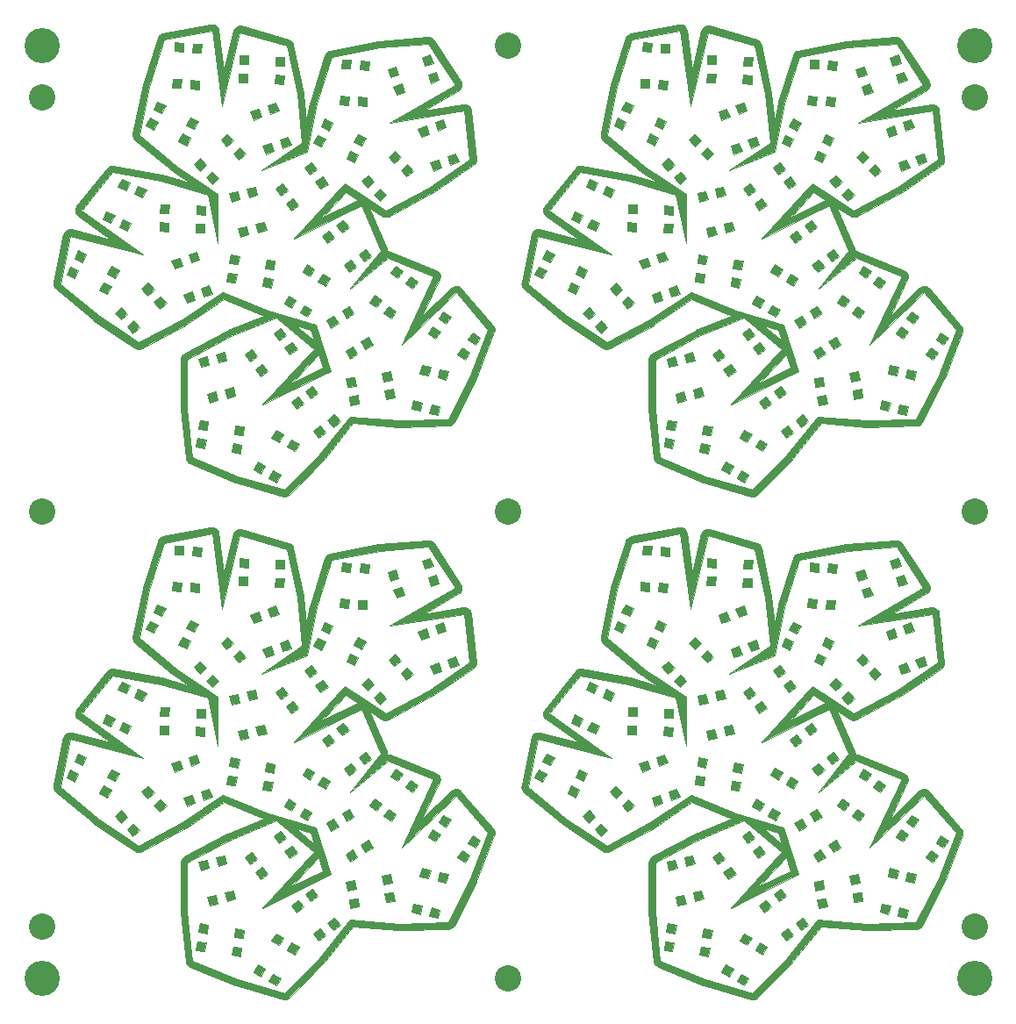
<source format=gts>
G04 #@! TF.FileFunction,Soldermask,Top*
%FSLAX46Y46*%
G04 Gerber Fmt 4.6, Leading zero omitted, Abs format (unit mm)*
G04 Created by KiCad (PCBNEW 4.0.4+dfsg1-stable) date Sat Feb  4 15:40:44 2017*
%MOMM*%
%LPD*%
G01*
G04 APERTURE LIST*
%ADD10C,0.100000*%
%ADD11C,0.002540*%
%ADD12C,2.540000*%
%ADD13C,3.400000*%
G04 APERTURE END LIST*
D10*
D11*
G36*
X21465540Y-2941320D02*
X21394420Y-2943860D01*
X21325840Y-2954020D01*
X16662400Y-3835400D01*
X16568420Y-3860800D01*
X16479520Y-3901440D01*
X16398240Y-3952240D01*
X16327120Y-4018280D01*
X16266160Y-4091940D01*
X16215360Y-4175760D01*
X16177260Y-4264660D01*
X14749780Y-8785860D01*
X14732000Y-8849360D01*
X13784580Y-13500100D01*
X13771880Y-13596620D01*
X13776960Y-13693140D01*
X13792200Y-13789660D01*
X13825220Y-13878560D01*
X13870940Y-13964920D01*
X13929360Y-14041120D01*
X14000480Y-14112240D01*
X17645380Y-17147540D01*
X17698720Y-17185640D01*
X18049240Y-16662400D01*
X14404340Y-13624560D01*
X15351760Y-8976360D01*
X16781780Y-4457700D01*
X21442680Y-3573780D01*
X21442680Y-3573780D01*
X22420580Y-10810240D01*
X24109680Y-3710940D01*
X28661360Y-5049520D01*
X29636720Y-9692640D01*
X30114240Y-14411960D01*
X26184860Y-17068800D01*
X30573980Y-15280640D01*
X31508700Y-10627360D01*
X32928560Y-6101080D01*
X37586920Y-5207000D01*
X42311320Y-4808220D01*
X44902120Y-8783320D01*
X38582600Y-12443460D01*
X45791120Y-11303000D01*
X46286420Y-16022320D01*
X42364660Y-18691860D01*
X38181280Y-20929600D01*
X34229040Y-18305780D01*
X29291280Y-23677880D01*
X35831780Y-20441920D01*
X35493960Y-19903440D01*
X32054800Y-21605240D01*
X34328100Y-19131280D01*
X35493960Y-19903440D01*
X35831780Y-20441920D01*
X37708840Y-24798020D01*
X34777680Y-28496260D01*
X38412420Y-25483820D01*
X42809160Y-27269440D01*
X39710360Y-33881060D01*
X44978320Y-28829000D01*
X48077120Y-32420560D01*
X46380400Y-36852860D01*
X44223940Y-41076880D01*
X39481760Y-41181020D01*
X34747200Y-40784780D01*
X31790640Y-44503340D01*
X28460700Y-47884080D01*
X23906480Y-46555660D01*
X19519900Y-44752260D01*
X19027140Y-40032940D01*
X19037300Y-35288220D01*
X23218140Y-33050480D01*
X23218140Y-33050480D01*
X23220680Y-33050480D01*
X27612340Y-31264860D01*
X31267400Y-34290000D01*
X31681420Y-34772600D01*
X32100520Y-36103560D01*
X29088080Y-37592000D01*
X31681420Y-34772600D01*
X31267400Y-34290000D01*
X26322020Y-39662100D01*
X32865060Y-36428680D01*
X31442660Y-31899860D01*
X30939740Y-32412940D01*
X31275020Y-33474660D01*
X29476700Y-31986220D01*
X30939740Y-32412940D01*
X31442660Y-31899860D01*
X26880820Y-30573980D01*
X22484080Y-28773120D01*
X18549620Y-31432500D01*
X14361160Y-33662620D01*
X10414000Y-31031180D01*
X10414000Y-31031180D01*
X6766560Y-28000960D01*
X7711440Y-23350220D01*
X14780260Y-25176480D01*
X8844280Y-20932140D01*
X11803380Y-17223740D01*
X16469360Y-18072100D01*
X21021040Y-19413220D01*
X21996400Y-24053800D01*
X21998940Y-19304000D01*
X18049240Y-16662400D01*
X17698720Y-17185640D01*
X19268440Y-18237200D01*
X16649700Y-17467580D01*
X16583660Y-17449800D01*
X11915140Y-16601440D01*
X11818620Y-16591280D01*
X11719560Y-16596360D01*
X11625580Y-16616680D01*
X11536680Y-16649700D01*
X11452860Y-16697960D01*
X11376660Y-16756380D01*
X11308080Y-16830040D01*
X8351520Y-20538440D01*
X8290560Y-20627340D01*
X8247380Y-20721320D01*
X8221980Y-20817840D01*
X8211820Y-20919440D01*
X8219440Y-21018500D01*
X8239760Y-21117560D01*
X8277860Y-21211540D01*
X8328660Y-21297900D01*
X8394700Y-21376640D01*
X8475980Y-21445220D01*
X11650980Y-23715980D01*
X7868920Y-22738080D01*
X7764780Y-22720300D01*
X7660640Y-22720300D01*
X7559040Y-22735540D01*
X7465060Y-22768560D01*
X7376160Y-22814280D01*
X7294880Y-22875240D01*
X7223760Y-22946360D01*
X7165340Y-23030180D01*
X7119620Y-23121620D01*
X7091680Y-23225760D01*
X6149340Y-27873960D01*
X6136640Y-27973020D01*
X6139180Y-28069540D01*
X6156960Y-28163520D01*
X6189980Y-28254960D01*
X6235700Y-28341320D01*
X6294120Y-28417520D01*
X6362700Y-28486100D01*
X9987280Y-31498540D01*
X9966960Y-31478220D01*
X10012680Y-31518860D01*
X10063480Y-31556960D01*
X14010640Y-34188400D01*
X14097000Y-34236660D01*
X14185900Y-34272220D01*
X14282420Y-34290000D01*
X14376400Y-34295080D01*
X14472920Y-34284920D01*
X14566900Y-34259520D01*
X14658340Y-34221420D01*
X18844260Y-31991300D01*
X18902680Y-31958280D01*
X22557740Y-29486860D01*
X26421080Y-31066740D01*
X22981920Y-32463740D01*
X22938740Y-32484060D01*
X22936200Y-32486600D01*
X22936200Y-32486600D01*
X22933660Y-32486600D01*
X22918420Y-32494220D01*
X18740120Y-34731960D01*
X18656300Y-34785300D01*
X18585180Y-34848800D01*
X18521680Y-34922460D01*
X18473420Y-35006280D01*
X18435320Y-35095180D01*
X18415000Y-35189160D01*
X18407380Y-35288220D01*
X18397220Y-40030400D01*
X18399760Y-40098980D01*
X18889980Y-44818300D01*
X18907760Y-44914820D01*
X18940780Y-45006260D01*
X18986500Y-45090080D01*
X19042380Y-45168820D01*
X19110960Y-45234860D01*
X19189700Y-45290740D01*
X19278600Y-45336460D01*
X23667720Y-47139860D01*
X23731220Y-47160180D01*
X28285440Y-48491140D01*
X28381960Y-48511460D01*
X28478480Y-48516540D01*
X28572460Y-48506380D01*
X28666440Y-48480980D01*
X28755340Y-48442880D01*
X28836620Y-48392080D01*
X28912820Y-48326040D01*
X32240220Y-44945300D01*
X32283400Y-44897040D01*
X35031680Y-41442640D01*
X39428420Y-41810940D01*
X39494460Y-41810940D01*
X44239180Y-41709340D01*
X44335700Y-41699180D01*
X44429680Y-41673780D01*
X44518580Y-41635680D01*
X44599860Y-41584880D01*
X44673520Y-41523920D01*
X44737020Y-41447720D01*
X44787820Y-41363900D01*
X46944280Y-37139880D01*
X46972220Y-37078920D01*
X48666400Y-32646620D01*
X48694340Y-32552640D01*
X48707040Y-32456120D01*
X48704500Y-32359600D01*
X48689260Y-32265620D01*
X48658780Y-32174180D01*
X48613060Y-32087820D01*
X48554640Y-32009080D01*
X45455840Y-28417520D01*
X45379640Y-28341320D01*
X45295820Y-28282900D01*
X45204380Y-28239720D01*
X45105320Y-28209240D01*
X45006260Y-28199080D01*
X44907200Y-28201620D01*
X44808140Y-28219400D01*
X44711620Y-28254960D01*
X44622720Y-28305760D01*
X44538900Y-28374340D01*
X41722040Y-31074360D01*
X43380660Y-27536140D01*
X43418760Y-27437080D01*
X43436540Y-27335480D01*
X43439080Y-27233880D01*
X43426380Y-27134820D01*
X43395900Y-27038300D01*
X43352720Y-26946860D01*
X43296840Y-26865580D01*
X43225720Y-26791920D01*
X43141900Y-26730960D01*
X43045380Y-26682700D01*
X38651180Y-24899620D01*
X38574980Y-24874220D01*
X38496240Y-24858980D01*
X38417500Y-24853900D01*
X38338760Y-24856440D01*
X38341300Y-24777700D01*
X38333680Y-24698960D01*
X38315900Y-24622760D01*
X38290500Y-24546560D01*
X36606480Y-20642580D01*
X37833300Y-21455380D01*
X37917120Y-21503640D01*
X38008560Y-21536660D01*
X38102540Y-21556980D01*
X38199060Y-21562060D01*
X38295580Y-21551900D01*
X38389560Y-21526500D01*
X38481000Y-21485860D01*
X42661840Y-19248120D01*
X42720260Y-19212560D01*
X46642020Y-16543020D01*
X46718220Y-16482060D01*
X46784260Y-16410940D01*
X46837600Y-16329660D01*
X46878240Y-16243300D01*
X46903640Y-16149320D01*
X46916340Y-16052800D01*
X46913800Y-15956280D01*
X46421040Y-11236960D01*
X46400720Y-11132820D01*
X46365160Y-11036300D01*
X46314360Y-10947400D01*
X46250860Y-10868660D01*
X46177200Y-10802620D01*
X46093380Y-10746740D01*
X46001940Y-10706100D01*
X45902880Y-10680700D01*
X45798740Y-10670540D01*
X45694600Y-10678160D01*
X41838880Y-11287760D01*
X45219620Y-9329420D01*
X45308520Y-9268460D01*
X45382180Y-9197340D01*
X45440600Y-9116060D01*
X45486320Y-9024620D01*
X45516800Y-8930640D01*
X45532040Y-8831580D01*
X45532040Y-8729980D01*
X45516800Y-8630920D01*
X45483780Y-8531860D01*
X45432980Y-8437880D01*
X42842180Y-4465320D01*
X42781220Y-4386580D01*
X42710100Y-4320540D01*
X42631360Y-4264660D01*
X42545000Y-4221480D01*
X42453560Y-4193540D01*
X42357040Y-4178300D01*
X42260520Y-4180840D01*
X37533580Y-4579620D01*
X37467540Y-4587240D01*
X32809180Y-5481320D01*
X32715200Y-5506720D01*
X32626300Y-5547360D01*
X32545020Y-5598160D01*
X32473900Y-5664200D01*
X32412940Y-5737860D01*
X32362140Y-5821680D01*
X32326580Y-5913120D01*
X30906720Y-10439400D01*
X30888940Y-10502900D01*
X30533340Y-12273280D01*
X30266640Y-9629140D01*
X30256480Y-9563100D01*
X29281120Y-4919980D01*
X29253180Y-4826000D01*
X29210000Y-4737100D01*
X29156660Y-4658360D01*
X29090620Y-4587240D01*
X29016960Y-4526280D01*
X28933140Y-4478020D01*
X28839160Y-4442460D01*
X24290020Y-3103880D01*
X24183340Y-3083560D01*
X24081740Y-3078480D01*
X23980140Y-3091180D01*
X23883620Y-3121660D01*
X23792180Y-3164840D01*
X23710900Y-3220720D01*
X23637240Y-3291840D01*
X23576280Y-3370580D01*
X23528020Y-3464560D01*
X23495000Y-3563620D01*
X22593300Y-7360920D01*
X22067520Y-3489960D01*
X22047200Y-3390900D01*
X22011640Y-3299460D01*
X21960840Y-3215640D01*
X21899880Y-3139440D01*
X21828760Y-3073400D01*
X21750020Y-3020060D01*
X21661120Y-2981960D01*
X21564600Y-2954020D01*
X21465540Y-2941320D01*
X21465540Y-2941320D01*
X21465540Y-2941320D01*
G37*
X21465540Y-2941320D02*
X21394420Y-2943860D01*
X21325840Y-2954020D01*
X16662400Y-3835400D01*
X16568420Y-3860800D01*
X16479520Y-3901440D01*
X16398240Y-3952240D01*
X16327120Y-4018280D01*
X16266160Y-4091940D01*
X16215360Y-4175760D01*
X16177260Y-4264660D01*
X14749780Y-8785860D01*
X14732000Y-8849360D01*
X13784580Y-13500100D01*
X13771880Y-13596620D01*
X13776960Y-13693140D01*
X13792200Y-13789660D01*
X13825220Y-13878560D01*
X13870940Y-13964920D01*
X13929360Y-14041120D01*
X14000480Y-14112240D01*
X17645380Y-17147540D01*
X17698720Y-17185640D01*
X18049240Y-16662400D01*
X14404340Y-13624560D01*
X15351760Y-8976360D01*
X16781780Y-4457700D01*
X21442680Y-3573780D01*
X21442680Y-3573780D01*
X22420580Y-10810240D01*
X24109680Y-3710940D01*
X28661360Y-5049520D01*
X29636720Y-9692640D01*
X30114240Y-14411960D01*
X26184860Y-17068800D01*
X30573980Y-15280640D01*
X31508700Y-10627360D01*
X32928560Y-6101080D01*
X37586920Y-5207000D01*
X42311320Y-4808220D01*
X44902120Y-8783320D01*
X38582600Y-12443460D01*
X45791120Y-11303000D01*
X46286420Y-16022320D01*
X42364660Y-18691860D01*
X38181280Y-20929600D01*
X34229040Y-18305780D01*
X29291280Y-23677880D01*
X35831780Y-20441920D01*
X35493960Y-19903440D01*
X32054800Y-21605240D01*
X34328100Y-19131280D01*
X35493960Y-19903440D01*
X35831780Y-20441920D01*
X37708840Y-24798020D01*
X34777680Y-28496260D01*
X38412420Y-25483820D01*
X42809160Y-27269440D01*
X39710360Y-33881060D01*
X44978320Y-28829000D01*
X48077120Y-32420560D01*
X46380400Y-36852860D01*
X44223940Y-41076880D01*
X39481760Y-41181020D01*
X34747200Y-40784780D01*
X31790640Y-44503340D01*
X28460700Y-47884080D01*
X23906480Y-46555660D01*
X19519900Y-44752260D01*
X19027140Y-40032940D01*
X19037300Y-35288220D01*
X23218140Y-33050480D01*
X23218140Y-33050480D01*
X23220680Y-33050480D01*
X27612340Y-31264860D01*
X31267400Y-34290000D01*
X31681420Y-34772600D01*
X32100520Y-36103560D01*
X29088080Y-37592000D01*
X31681420Y-34772600D01*
X31267400Y-34290000D01*
X26322020Y-39662100D01*
X32865060Y-36428680D01*
X31442660Y-31899860D01*
X30939740Y-32412940D01*
X31275020Y-33474660D01*
X29476700Y-31986220D01*
X30939740Y-32412940D01*
X31442660Y-31899860D01*
X26880820Y-30573980D01*
X22484080Y-28773120D01*
X18549620Y-31432500D01*
X14361160Y-33662620D01*
X10414000Y-31031180D01*
X10414000Y-31031180D01*
X6766560Y-28000960D01*
X7711440Y-23350220D01*
X14780260Y-25176480D01*
X8844280Y-20932140D01*
X11803380Y-17223740D01*
X16469360Y-18072100D01*
X21021040Y-19413220D01*
X21996400Y-24053800D01*
X21998940Y-19304000D01*
X18049240Y-16662400D01*
X17698720Y-17185640D01*
X19268440Y-18237200D01*
X16649700Y-17467580D01*
X16583660Y-17449800D01*
X11915140Y-16601440D01*
X11818620Y-16591280D01*
X11719560Y-16596360D01*
X11625580Y-16616680D01*
X11536680Y-16649700D01*
X11452860Y-16697960D01*
X11376660Y-16756380D01*
X11308080Y-16830040D01*
X8351520Y-20538440D01*
X8290560Y-20627340D01*
X8247380Y-20721320D01*
X8221980Y-20817840D01*
X8211820Y-20919440D01*
X8219440Y-21018500D01*
X8239760Y-21117560D01*
X8277860Y-21211540D01*
X8328660Y-21297900D01*
X8394700Y-21376640D01*
X8475980Y-21445220D01*
X11650980Y-23715980D01*
X7868920Y-22738080D01*
X7764780Y-22720300D01*
X7660640Y-22720300D01*
X7559040Y-22735540D01*
X7465060Y-22768560D01*
X7376160Y-22814280D01*
X7294880Y-22875240D01*
X7223760Y-22946360D01*
X7165340Y-23030180D01*
X7119620Y-23121620D01*
X7091680Y-23225760D01*
X6149340Y-27873960D01*
X6136640Y-27973020D01*
X6139180Y-28069540D01*
X6156960Y-28163520D01*
X6189980Y-28254960D01*
X6235700Y-28341320D01*
X6294120Y-28417520D01*
X6362700Y-28486100D01*
X9987280Y-31498540D01*
X9966960Y-31478220D01*
X10012680Y-31518860D01*
X10063480Y-31556960D01*
X14010640Y-34188400D01*
X14097000Y-34236660D01*
X14185900Y-34272220D01*
X14282420Y-34290000D01*
X14376400Y-34295080D01*
X14472920Y-34284920D01*
X14566900Y-34259520D01*
X14658340Y-34221420D01*
X18844260Y-31991300D01*
X18902680Y-31958280D01*
X22557740Y-29486860D01*
X26421080Y-31066740D01*
X22981920Y-32463740D01*
X22938740Y-32484060D01*
X22936200Y-32486600D01*
X22936200Y-32486600D01*
X22933660Y-32486600D01*
X22918420Y-32494220D01*
X18740120Y-34731960D01*
X18656300Y-34785300D01*
X18585180Y-34848800D01*
X18521680Y-34922460D01*
X18473420Y-35006280D01*
X18435320Y-35095180D01*
X18415000Y-35189160D01*
X18407380Y-35288220D01*
X18397220Y-40030400D01*
X18399760Y-40098980D01*
X18889980Y-44818300D01*
X18907760Y-44914820D01*
X18940780Y-45006260D01*
X18986500Y-45090080D01*
X19042380Y-45168820D01*
X19110960Y-45234860D01*
X19189700Y-45290740D01*
X19278600Y-45336460D01*
X23667720Y-47139860D01*
X23731220Y-47160180D01*
X28285440Y-48491140D01*
X28381960Y-48511460D01*
X28478480Y-48516540D01*
X28572460Y-48506380D01*
X28666440Y-48480980D01*
X28755340Y-48442880D01*
X28836620Y-48392080D01*
X28912820Y-48326040D01*
X32240220Y-44945300D01*
X32283400Y-44897040D01*
X35031680Y-41442640D01*
X39428420Y-41810940D01*
X39494460Y-41810940D01*
X44239180Y-41709340D01*
X44335700Y-41699180D01*
X44429680Y-41673780D01*
X44518580Y-41635680D01*
X44599860Y-41584880D01*
X44673520Y-41523920D01*
X44737020Y-41447720D01*
X44787820Y-41363900D01*
X46944280Y-37139880D01*
X46972220Y-37078920D01*
X48666400Y-32646620D01*
X48694340Y-32552640D01*
X48707040Y-32456120D01*
X48704500Y-32359600D01*
X48689260Y-32265620D01*
X48658780Y-32174180D01*
X48613060Y-32087820D01*
X48554640Y-32009080D01*
X45455840Y-28417520D01*
X45379640Y-28341320D01*
X45295820Y-28282900D01*
X45204380Y-28239720D01*
X45105320Y-28209240D01*
X45006260Y-28199080D01*
X44907200Y-28201620D01*
X44808140Y-28219400D01*
X44711620Y-28254960D01*
X44622720Y-28305760D01*
X44538900Y-28374340D01*
X41722040Y-31074360D01*
X43380660Y-27536140D01*
X43418760Y-27437080D01*
X43436540Y-27335480D01*
X43439080Y-27233880D01*
X43426380Y-27134820D01*
X43395900Y-27038300D01*
X43352720Y-26946860D01*
X43296840Y-26865580D01*
X43225720Y-26791920D01*
X43141900Y-26730960D01*
X43045380Y-26682700D01*
X38651180Y-24899620D01*
X38574980Y-24874220D01*
X38496240Y-24858980D01*
X38417500Y-24853900D01*
X38338760Y-24856440D01*
X38341300Y-24777700D01*
X38333680Y-24698960D01*
X38315900Y-24622760D01*
X38290500Y-24546560D01*
X36606480Y-20642580D01*
X37833300Y-21455380D01*
X37917120Y-21503640D01*
X38008560Y-21536660D01*
X38102540Y-21556980D01*
X38199060Y-21562060D01*
X38295580Y-21551900D01*
X38389560Y-21526500D01*
X38481000Y-21485860D01*
X42661840Y-19248120D01*
X42720260Y-19212560D01*
X46642020Y-16543020D01*
X46718220Y-16482060D01*
X46784260Y-16410940D01*
X46837600Y-16329660D01*
X46878240Y-16243300D01*
X46903640Y-16149320D01*
X46916340Y-16052800D01*
X46913800Y-15956280D01*
X46421040Y-11236960D01*
X46400720Y-11132820D01*
X46365160Y-11036300D01*
X46314360Y-10947400D01*
X46250860Y-10868660D01*
X46177200Y-10802620D01*
X46093380Y-10746740D01*
X46001940Y-10706100D01*
X45902880Y-10680700D01*
X45798740Y-10670540D01*
X45694600Y-10678160D01*
X41838880Y-11287760D01*
X45219620Y-9329420D01*
X45308520Y-9268460D01*
X45382180Y-9197340D01*
X45440600Y-9116060D01*
X45486320Y-9024620D01*
X45516800Y-8930640D01*
X45532040Y-8831580D01*
X45532040Y-8729980D01*
X45516800Y-8630920D01*
X45483780Y-8531860D01*
X45432980Y-8437880D01*
X42842180Y-4465320D01*
X42781220Y-4386580D01*
X42710100Y-4320540D01*
X42631360Y-4264660D01*
X42545000Y-4221480D01*
X42453560Y-4193540D01*
X42357040Y-4178300D01*
X42260520Y-4180840D01*
X37533580Y-4579620D01*
X37467540Y-4587240D01*
X32809180Y-5481320D01*
X32715200Y-5506720D01*
X32626300Y-5547360D01*
X32545020Y-5598160D01*
X32473900Y-5664200D01*
X32412940Y-5737860D01*
X32362140Y-5821680D01*
X32326580Y-5913120D01*
X30906720Y-10439400D01*
X30888940Y-10502900D01*
X30533340Y-12273280D01*
X30266640Y-9629140D01*
X30256480Y-9563100D01*
X29281120Y-4919980D01*
X29253180Y-4826000D01*
X29210000Y-4737100D01*
X29156660Y-4658360D01*
X29090620Y-4587240D01*
X29016960Y-4526280D01*
X28933140Y-4478020D01*
X28839160Y-4442460D01*
X24290020Y-3103880D01*
X24183340Y-3083560D01*
X24081740Y-3078480D01*
X23980140Y-3091180D01*
X23883620Y-3121660D01*
X23792180Y-3164840D01*
X23710900Y-3220720D01*
X23637240Y-3291840D01*
X23576280Y-3370580D01*
X23528020Y-3464560D01*
X23495000Y-3563620D01*
X22593300Y-7360920D01*
X22067520Y-3489960D01*
X22047200Y-3390900D01*
X22011640Y-3299460D01*
X21960840Y-3215640D01*
X21899880Y-3139440D01*
X21828760Y-3073400D01*
X21750020Y-3020060D01*
X21661120Y-2981960D01*
X21564600Y-2954020D01*
X21465540Y-2941320D01*
X21465540Y-2941320D01*
G36*
X66621660Y-2941320D02*
X66598800Y-3573780D01*
X67576700Y-10810240D01*
X69265800Y-3710940D01*
X73817480Y-5049520D01*
X74792840Y-9692640D01*
X75270360Y-14411960D01*
X71340980Y-17068800D01*
X75730100Y-15280640D01*
X76664820Y-10627360D01*
X78084680Y-6101080D01*
X82743040Y-5207000D01*
X87467440Y-4808220D01*
X90058240Y-8783320D01*
X83738720Y-12443460D01*
X90947240Y-11303000D01*
X91442540Y-16022320D01*
X87520780Y-18691860D01*
X83337400Y-20929600D01*
X79385160Y-18305780D01*
X74447400Y-23677880D01*
X80987900Y-20441920D01*
X80650080Y-19903440D01*
X77210920Y-21605240D01*
X79484220Y-19131280D01*
X80650080Y-19903440D01*
X80987900Y-20441920D01*
X82864960Y-24798020D01*
X79933800Y-28496260D01*
X83568540Y-25483820D01*
X87965280Y-27269440D01*
X84866480Y-33881060D01*
X90131900Y-28829000D01*
X93233240Y-32420560D01*
X91536520Y-36852860D01*
X89380060Y-41076880D01*
X84637880Y-41181020D01*
X79903320Y-40784780D01*
X76944220Y-44503340D01*
X73616820Y-47884080D01*
X69062600Y-46555660D01*
X64673480Y-44752260D01*
X64183260Y-40032940D01*
X64193420Y-35288220D01*
X68374260Y-33050480D01*
X68374260Y-33050480D01*
X68376800Y-33050480D01*
X72768460Y-31264860D01*
X76423520Y-34290000D01*
X76837540Y-34772600D01*
X77256640Y-36103560D01*
X74241660Y-37592000D01*
X76837540Y-34772600D01*
X76423520Y-34290000D01*
X71478140Y-39662100D01*
X78021180Y-36428680D01*
X76598780Y-31899860D01*
X76095860Y-32412940D01*
X76428600Y-33474660D01*
X74630280Y-31986220D01*
X76095860Y-32412940D01*
X76598780Y-31899860D01*
X72036940Y-30573980D01*
X67640200Y-28773120D01*
X63703200Y-31432500D01*
X59514740Y-33662620D01*
X55570120Y-31031180D01*
X55570120Y-31031180D01*
X51922680Y-28000960D01*
X52865020Y-23350220D01*
X59936380Y-25176480D01*
X54000400Y-20932140D01*
X56959500Y-17223740D01*
X61625480Y-18072100D01*
X66177160Y-19413220D01*
X67152520Y-24053800D01*
X67155060Y-19304000D01*
X63205360Y-16662400D01*
X59560460Y-13624560D01*
X60507880Y-8976360D01*
X61935360Y-4457700D01*
X66598800Y-3573780D01*
X66598800Y-3573780D01*
X66621660Y-2941320D01*
X66550540Y-2943860D01*
X66479420Y-2954020D01*
X61818520Y-3835400D01*
X61724540Y-3860800D01*
X61635640Y-3901440D01*
X61554360Y-3952240D01*
X61483240Y-4018280D01*
X61419740Y-4091940D01*
X61371480Y-4175760D01*
X61333380Y-4264660D01*
X59903360Y-8785860D01*
X59888120Y-8849360D01*
X58940700Y-13500100D01*
X58928000Y-13596620D01*
X58930540Y-13693140D01*
X58948320Y-13789660D01*
X58981340Y-13878560D01*
X59027060Y-13964920D01*
X59085480Y-14041120D01*
X59154060Y-14112240D01*
X62801500Y-17147540D01*
X62854840Y-17185640D01*
X64424560Y-18237200D01*
X61803280Y-17467580D01*
X61739780Y-17449800D01*
X57071260Y-16601440D01*
X56972200Y-16591280D01*
X56875680Y-16596360D01*
X56781700Y-16616680D01*
X56692800Y-16649700D01*
X56608980Y-16697960D01*
X56532780Y-16756380D01*
X56464200Y-16830040D01*
X53505100Y-20538440D01*
X53446680Y-20627340D01*
X53403500Y-20721320D01*
X53378100Y-20817840D01*
X53367940Y-20919440D01*
X53373020Y-21018500D01*
X53395880Y-21117560D01*
X53431440Y-21211540D01*
X53484780Y-21297900D01*
X53550820Y-21376640D01*
X53632100Y-21445220D01*
X56807100Y-23715980D01*
X53025040Y-22738080D01*
X52918360Y-22720300D01*
X52816760Y-22720300D01*
X52715160Y-22735540D01*
X52618640Y-22768560D01*
X52529740Y-22814280D01*
X52451000Y-22875240D01*
X52379880Y-22946360D01*
X52321460Y-23030180D01*
X52275740Y-23121620D01*
X52245260Y-23225760D01*
X51302920Y-27873960D01*
X51292760Y-27973020D01*
X51295300Y-28069540D01*
X51313080Y-28163520D01*
X51343560Y-28254960D01*
X51389280Y-28341320D01*
X51447700Y-28417520D01*
X51518820Y-28486100D01*
X55143400Y-31498540D01*
X55123080Y-31478220D01*
X55168800Y-31518860D01*
X55219600Y-31556960D01*
X59164220Y-34188400D01*
X59250580Y-34236660D01*
X59342020Y-34272220D01*
X59436000Y-34290000D01*
X59532520Y-34295080D01*
X59629040Y-34284920D01*
X59723020Y-34259520D01*
X59811920Y-34221420D01*
X64000380Y-31991300D01*
X64058800Y-31958280D01*
X67713860Y-29486860D01*
X71577200Y-31066740D01*
X68138040Y-32463740D01*
X68094860Y-32484060D01*
X68092320Y-32486600D01*
X68089780Y-32486600D01*
X68089780Y-32486600D01*
X68074540Y-32494220D01*
X63896240Y-34731960D01*
X63812420Y-34785300D01*
X63738760Y-34848800D01*
X63677800Y-34922460D01*
X63629540Y-35006280D01*
X63591440Y-35095180D01*
X63568580Y-35189160D01*
X63560960Y-35288220D01*
X63550800Y-40030400D01*
X63555880Y-40098980D01*
X64046100Y-44818300D01*
X64063880Y-44914820D01*
X64096900Y-45006260D01*
X64142620Y-45090080D01*
X64198500Y-45168820D01*
X64267080Y-45234860D01*
X64345820Y-45290740D01*
X64434720Y-45336460D01*
X68821300Y-47139860D01*
X68884800Y-47160180D01*
X73439020Y-48491140D01*
X73535540Y-48511460D01*
X73634600Y-48516540D01*
X73728580Y-48506380D01*
X73822560Y-48480980D01*
X73911460Y-48442880D01*
X73992740Y-48392080D01*
X74066400Y-48326040D01*
X77396340Y-44945300D01*
X77439520Y-44897040D01*
X80187800Y-41442640D01*
X84584540Y-41810940D01*
X84650580Y-41810940D01*
X89392760Y-41709340D01*
X89491820Y-41699180D01*
X89585800Y-41673780D01*
X89674700Y-41635680D01*
X89755980Y-41584880D01*
X89829640Y-41523920D01*
X89890600Y-41447720D01*
X89943940Y-41363900D01*
X92100400Y-37139880D01*
X92125800Y-37078920D01*
X93822520Y-32646620D01*
X93850460Y-32552640D01*
X93863160Y-32456120D01*
X93860620Y-32359600D01*
X93845380Y-32265620D01*
X93814900Y-32174180D01*
X93769180Y-32087820D01*
X93710760Y-32009080D01*
X90611960Y-28417520D01*
X90535760Y-28341320D01*
X90449400Y-28282900D01*
X90357960Y-28239720D01*
X90261440Y-28209240D01*
X90162380Y-28199080D01*
X90063320Y-28201620D01*
X89964260Y-28219400D01*
X89867740Y-28254960D01*
X89778840Y-28305760D01*
X89695020Y-28374340D01*
X86878160Y-31074360D01*
X88536780Y-27536140D01*
X88574880Y-27437080D01*
X88592660Y-27335480D01*
X88595200Y-27233880D01*
X88582500Y-27134820D01*
X88552020Y-27038300D01*
X88508840Y-26946860D01*
X88450420Y-26865580D01*
X88379300Y-26791920D01*
X88298020Y-26730960D01*
X88201500Y-26682700D01*
X83807300Y-24899620D01*
X83731100Y-24874220D01*
X83652360Y-24858980D01*
X83573620Y-24853900D01*
X83494880Y-24856440D01*
X83497420Y-24777700D01*
X83489800Y-24698960D01*
X83472020Y-24622760D01*
X83446620Y-24546560D01*
X81762600Y-20642580D01*
X82986880Y-21455380D01*
X83073240Y-21503640D01*
X83164680Y-21536660D01*
X83258660Y-21556980D01*
X83355180Y-21562060D01*
X83451700Y-21551900D01*
X83545680Y-21526500D01*
X83634580Y-21485860D01*
X87817960Y-19248120D01*
X87876380Y-19212560D01*
X91798140Y-16543020D01*
X91874340Y-16482060D01*
X91940380Y-16410940D01*
X91993720Y-16329660D01*
X92034360Y-16243300D01*
X92059760Y-16149320D01*
X92072460Y-16052800D01*
X92069920Y-15956280D01*
X91577160Y-11236960D01*
X91556840Y-11132820D01*
X91521280Y-11036300D01*
X91470480Y-10947400D01*
X91406980Y-10868660D01*
X91333320Y-10802620D01*
X91249500Y-10746740D01*
X91155520Y-10706100D01*
X91059000Y-10680700D01*
X90954860Y-10670540D01*
X90848180Y-10678160D01*
X86995000Y-11287760D01*
X90375740Y-9329420D01*
X90462100Y-9268460D01*
X90535760Y-9197340D01*
X90596720Y-9116060D01*
X90642440Y-9024620D01*
X90672920Y-8930640D01*
X90688160Y-8831580D01*
X90688160Y-8729980D01*
X90672920Y-8630920D01*
X90637360Y-8531860D01*
X90586560Y-8437880D01*
X87998300Y-4465320D01*
X87937340Y-4386580D01*
X87866220Y-4320540D01*
X87787480Y-4264660D01*
X87701120Y-4221480D01*
X87609680Y-4193540D01*
X87513160Y-4178300D01*
X87414100Y-4180840D01*
X82689700Y-4579620D01*
X82623660Y-4587240D01*
X77965300Y-5481320D01*
X77871320Y-5506720D01*
X77782420Y-5547360D01*
X77701140Y-5598160D01*
X77630020Y-5664200D01*
X77569060Y-5737860D01*
X77518260Y-5821680D01*
X77482700Y-5913120D01*
X76062840Y-10439400D01*
X76045060Y-10502900D01*
X75689460Y-12273280D01*
X75422760Y-9629140D01*
X75410060Y-9563100D01*
X74434700Y-4919980D01*
X74406760Y-4826000D01*
X74366120Y-4737100D01*
X74312780Y-4658360D01*
X74246740Y-4587240D01*
X74173080Y-4526280D01*
X74086720Y-4478020D01*
X73995280Y-4442460D01*
X69443600Y-3103880D01*
X69339460Y-3083560D01*
X69235320Y-3078480D01*
X69136260Y-3091180D01*
X69039740Y-3121660D01*
X68948300Y-3164840D01*
X68867020Y-3220720D01*
X68793360Y-3291840D01*
X68732400Y-3370580D01*
X68684140Y-3464560D01*
X68651120Y-3563620D01*
X67746880Y-7360920D01*
X67223640Y-3489960D01*
X67203320Y-3390900D01*
X67167760Y-3299460D01*
X67116960Y-3215640D01*
X67056000Y-3139440D01*
X66984880Y-3073400D01*
X66903600Y-3020060D01*
X66814700Y-2981960D01*
X66720720Y-2954020D01*
X66621660Y-2941320D01*
X66621660Y-2941320D01*
X66621660Y-2941320D01*
G37*
X66621660Y-2941320D02*
X66598800Y-3573780D01*
X67576700Y-10810240D01*
X69265800Y-3710940D01*
X73817480Y-5049520D01*
X74792840Y-9692640D01*
X75270360Y-14411960D01*
X71340980Y-17068800D01*
X75730100Y-15280640D01*
X76664820Y-10627360D01*
X78084680Y-6101080D01*
X82743040Y-5207000D01*
X87467440Y-4808220D01*
X90058240Y-8783320D01*
X83738720Y-12443460D01*
X90947240Y-11303000D01*
X91442540Y-16022320D01*
X87520780Y-18691860D01*
X83337400Y-20929600D01*
X79385160Y-18305780D01*
X74447400Y-23677880D01*
X80987900Y-20441920D01*
X80650080Y-19903440D01*
X77210920Y-21605240D01*
X79484220Y-19131280D01*
X80650080Y-19903440D01*
X80987900Y-20441920D01*
X82864960Y-24798020D01*
X79933800Y-28496260D01*
X83568540Y-25483820D01*
X87965280Y-27269440D01*
X84866480Y-33881060D01*
X90131900Y-28829000D01*
X93233240Y-32420560D01*
X91536520Y-36852860D01*
X89380060Y-41076880D01*
X84637880Y-41181020D01*
X79903320Y-40784780D01*
X76944220Y-44503340D01*
X73616820Y-47884080D01*
X69062600Y-46555660D01*
X64673480Y-44752260D01*
X64183260Y-40032940D01*
X64193420Y-35288220D01*
X68374260Y-33050480D01*
X68374260Y-33050480D01*
X68376800Y-33050480D01*
X72768460Y-31264860D01*
X76423520Y-34290000D01*
X76837540Y-34772600D01*
X77256640Y-36103560D01*
X74241660Y-37592000D01*
X76837540Y-34772600D01*
X76423520Y-34290000D01*
X71478140Y-39662100D01*
X78021180Y-36428680D01*
X76598780Y-31899860D01*
X76095860Y-32412940D01*
X76428600Y-33474660D01*
X74630280Y-31986220D01*
X76095860Y-32412940D01*
X76598780Y-31899860D01*
X72036940Y-30573980D01*
X67640200Y-28773120D01*
X63703200Y-31432500D01*
X59514740Y-33662620D01*
X55570120Y-31031180D01*
X55570120Y-31031180D01*
X51922680Y-28000960D01*
X52865020Y-23350220D01*
X59936380Y-25176480D01*
X54000400Y-20932140D01*
X56959500Y-17223740D01*
X61625480Y-18072100D01*
X66177160Y-19413220D01*
X67152520Y-24053800D01*
X67155060Y-19304000D01*
X63205360Y-16662400D01*
X59560460Y-13624560D01*
X60507880Y-8976360D01*
X61935360Y-4457700D01*
X66598800Y-3573780D01*
X66598800Y-3573780D01*
X66621660Y-2941320D01*
X66550540Y-2943860D01*
X66479420Y-2954020D01*
X61818520Y-3835400D01*
X61724540Y-3860800D01*
X61635640Y-3901440D01*
X61554360Y-3952240D01*
X61483240Y-4018280D01*
X61419740Y-4091940D01*
X61371480Y-4175760D01*
X61333380Y-4264660D01*
X59903360Y-8785860D01*
X59888120Y-8849360D01*
X58940700Y-13500100D01*
X58928000Y-13596620D01*
X58930540Y-13693140D01*
X58948320Y-13789660D01*
X58981340Y-13878560D01*
X59027060Y-13964920D01*
X59085480Y-14041120D01*
X59154060Y-14112240D01*
X62801500Y-17147540D01*
X62854840Y-17185640D01*
X64424560Y-18237200D01*
X61803280Y-17467580D01*
X61739780Y-17449800D01*
X57071260Y-16601440D01*
X56972200Y-16591280D01*
X56875680Y-16596360D01*
X56781700Y-16616680D01*
X56692800Y-16649700D01*
X56608980Y-16697960D01*
X56532780Y-16756380D01*
X56464200Y-16830040D01*
X53505100Y-20538440D01*
X53446680Y-20627340D01*
X53403500Y-20721320D01*
X53378100Y-20817840D01*
X53367940Y-20919440D01*
X53373020Y-21018500D01*
X53395880Y-21117560D01*
X53431440Y-21211540D01*
X53484780Y-21297900D01*
X53550820Y-21376640D01*
X53632100Y-21445220D01*
X56807100Y-23715980D01*
X53025040Y-22738080D01*
X52918360Y-22720300D01*
X52816760Y-22720300D01*
X52715160Y-22735540D01*
X52618640Y-22768560D01*
X52529740Y-22814280D01*
X52451000Y-22875240D01*
X52379880Y-22946360D01*
X52321460Y-23030180D01*
X52275740Y-23121620D01*
X52245260Y-23225760D01*
X51302920Y-27873960D01*
X51292760Y-27973020D01*
X51295300Y-28069540D01*
X51313080Y-28163520D01*
X51343560Y-28254960D01*
X51389280Y-28341320D01*
X51447700Y-28417520D01*
X51518820Y-28486100D01*
X55143400Y-31498540D01*
X55123080Y-31478220D01*
X55168800Y-31518860D01*
X55219600Y-31556960D01*
X59164220Y-34188400D01*
X59250580Y-34236660D01*
X59342020Y-34272220D01*
X59436000Y-34290000D01*
X59532520Y-34295080D01*
X59629040Y-34284920D01*
X59723020Y-34259520D01*
X59811920Y-34221420D01*
X64000380Y-31991300D01*
X64058800Y-31958280D01*
X67713860Y-29486860D01*
X71577200Y-31066740D01*
X68138040Y-32463740D01*
X68094860Y-32484060D01*
X68092320Y-32486600D01*
X68089780Y-32486600D01*
X68089780Y-32486600D01*
X68074540Y-32494220D01*
X63896240Y-34731960D01*
X63812420Y-34785300D01*
X63738760Y-34848800D01*
X63677800Y-34922460D01*
X63629540Y-35006280D01*
X63591440Y-35095180D01*
X63568580Y-35189160D01*
X63560960Y-35288220D01*
X63550800Y-40030400D01*
X63555880Y-40098980D01*
X64046100Y-44818300D01*
X64063880Y-44914820D01*
X64096900Y-45006260D01*
X64142620Y-45090080D01*
X64198500Y-45168820D01*
X64267080Y-45234860D01*
X64345820Y-45290740D01*
X64434720Y-45336460D01*
X68821300Y-47139860D01*
X68884800Y-47160180D01*
X73439020Y-48491140D01*
X73535540Y-48511460D01*
X73634600Y-48516540D01*
X73728580Y-48506380D01*
X73822560Y-48480980D01*
X73911460Y-48442880D01*
X73992740Y-48392080D01*
X74066400Y-48326040D01*
X77396340Y-44945300D01*
X77439520Y-44897040D01*
X80187800Y-41442640D01*
X84584540Y-41810940D01*
X84650580Y-41810940D01*
X89392760Y-41709340D01*
X89491820Y-41699180D01*
X89585800Y-41673780D01*
X89674700Y-41635680D01*
X89755980Y-41584880D01*
X89829640Y-41523920D01*
X89890600Y-41447720D01*
X89943940Y-41363900D01*
X92100400Y-37139880D01*
X92125800Y-37078920D01*
X93822520Y-32646620D01*
X93850460Y-32552640D01*
X93863160Y-32456120D01*
X93860620Y-32359600D01*
X93845380Y-32265620D01*
X93814900Y-32174180D01*
X93769180Y-32087820D01*
X93710760Y-32009080D01*
X90611960Y-28417520D01*
X90535760Y-28341320D01*
X90449400Y-28282900D01*
X90357960Y-28239720D01*
X90261440Y-28209240D01*
X90162380Y-28199080D01*
X90063320Y-28201620D01*
X89964260Y-28219400D01*
X89867740Y-28254960D01*
X89778840Y-28305760D01*
X89695020Y-28374340D01*
X86878160Y-31074360D01*
X88536780Y-27536140D01*
X88574880Y-27437080D01*
X88592660Y-27335480D01*
X88595200Y-27233880D01*
X88582500Y-27134820D01*
X88552020Y-27038300D01*
X88508840Y-26946860D01*
X88450420Y-26865580D01*
X88379300Y-26791920D01*
X88298020Y-26730960D01*
X88201500Y-26682700D01*
X83807300Y-24899620D01*
X83731100Y-24874220D01*
X83652360Y-24858980D01*
X83573620Y-24853900D01*
X83494880Y-24856440D01*
X83497420Y-24777700D01*
X83489800Y-24698960D01*
X83472020Y-24622760D01*
X83446620Y-24546560D01*
X81762600Y-20642580D01*
X82986880Y-21455380D01*
X83073240Y-21503640D01*
X83164680Y-21536660D01*
X83258660Y-21556980D01*
X83355180Y-21562060D01*
X83451700Y-21551900D01*
X83545680Y-21526500D01*
X83634580Y-21485860D01*
X87817960Y-19248120D01*
X87876380Y-19212560D01*
X91798140Y-16543020D01*
X91874340Y-16482060D01*
X91940380Y-16410940D01*
X91993720Y-16329660D01*
X92034360Y-16243300D01*
X92059760Y-16149320D01*
X92072460Y-16052800D01*
X92069920Y-15956280D01*
X91577160Y-11236960D01*
X91556840Y-11132820D01*
X91521280Y-11036300D01*
X91470480Y-10947400D01*
X91406980Y-10868660D01*
X91333320Y-10802620D01*
X91249500Y-10746740D01*
X91155520Y-10706100D01*
X91059000Y-10680700D01*
X90954860Y-10670540D01*
X90848180Y-10678160D01*
X86995000Y-11287760D01*
X90375740Y-9329420D01*
X90462100Y-9268460D01*
X90535760Y-9197340D01*
X90596720Y-9116060D01*
X90642440Y-9024620D01*
X90672920Y-8930640D01*
X90688160Y-8831580D01*
X90688160Y-8729980D01*
X90672920Y-8630920D01*
X90637360Y-8531860D01*
X90586560Y-8437880D01*
X87998300Y-4465320D01*
X87937340Y-4386580D01*
X87866220Y-4320540D01*
X87787480Y-4264660D01*
X87701120Y-4221480D01*
X87609680Y-4193540D01*
X87513160Y-4178300D01*
X87414100Y-4180840D01*
X82689700Y-4579620D01*
X82623660Y-4587240D01*
X77965300Y-5481320D01*
X77871320Y-5506720D01*
X77782420Y-5547360D01*
X77701140Y-5598160D01*
X77630020Y-5664200D01*
X77569060Y-5737860D01*
X77518260Y-5821680D01*
X77482700Y-5913120D01*
X76062840Y-10439400D01*
X76045060Y-10502900D01*
X75689460Y-12273280D01*
X75422760Y-9629140D01*
X75410060Y-9563100D01*
X74434700Y-4919980D01*
X74406760Y-4826000D01*
X74366120Y-4737100D01*
X74312780Y-4658360D01*
X74246740Y-4587240D01*
X74173080Y-4526280D01*
X74086720Y-4478020D01*
X73995280Y-4442460D01*
X69443600Y-3103880D01*
X69339460Y-3083560D01*
X69235320Y-3078480D01*
X69136260Y-3091180D01*
X69039740Y-3121660D01*
X68948300Y-3164840D01*
X68867020Y-3220720D01*
X68793360Y-3291840D01*
X68732400Y-3370580D01*
X68684140Y-3464560D01*
X68651120Y-3563620D01*
X67746880Y-7360920D01*
X67223640Y-3489960D01*
X67203320Y-3390900D01*
X67167760Y-3299460D01*
X67116960Y-3215640D01*
X67056000Y-3139440D01*
X66984880Y-3073400D01*
X66903600Y-3020060D01*
X66814700Y-2981960D01*
X66720720Y-2954020D01*
X66621660Y-2941320D01*
X66621660Y-2941320D01*
G36*
X17833340Y-4711700D02*
X17782540Y-5560060D01*
X18630900Y-5610860D01*
X18681700Y-4759960D01*
X17833340Y-4711700D01*
X17833340Y-4711700D01*
G37*
X17833340Y-4711700D02*
X17782540Y-5560060D01*
X18630900Y-5610860D01*
X18681700Y-4759960D01*
X17833340Y-4711700D01*
G36*
X62989460Y-4711700D02*
X62938660Y-5560060D01*
X63787020Y-5610860D01*
X63837820Y-4759960D01*
X62989460Y-4711700D01*
X62989460Y-4711700D01*
G37*
X62989460Y-4711700D02*
X62938660Y-5560060D01*
X63787020Y-5610860D01*
X63837820Y-4759960D01*
X62989460Y-4711700D01*
G36*
X19580860Y-4815840D02*
X19530060Y-5664200D01*
X20378420Y-5715000D01*
X20429220Y-4864100D01*
X19580860Y-4815840D01*
X19580860Y-4815840D01*
G37*
X19580860Y-4815840D02*
X19530060Y-5664200D01*
X20378420Y-5715000D01*
X20429220Y-4864100D01*
X19580860Y-4815840D01*
G36*
X64736980Y-4815840D02*
X64686180Y-5664200D01*
X65534540Y-5715000D01*
X65585340Y-4864100D01*
X64736980Y-4815840D01*
X64736980Y-4815840D01*
G37*
X64736980Y-4815840D02*
X64686180Y-5664200D01*
X65534540Y-5715000D01*
X65585340Y-4864100D01*
X64736980Y-4815840D01*
G36*
X42478960Y-5880100D02*
X41673780Y-6154420D01*
X41950640Y-6959600D01*
X42753280Y-6682740D01*
X42478960Y-5880100D01*
X42478960Y-5880100D01*
G37*
X42478960Y-5880100D02*
X41673780Y-6154420D01*
X41950640Y-6959600D01*
X42753280Y-6682740D01*
X42478960Y-5880100D01*
G36*
X87635080Y-5880100D02*
X86829900Y-6154420D01*
X87106760Y-6959600D01*
X87909400Y-6682740D01*
X87635080Y-5880100D01*
X87635080Y-5880100D01*
G37*
X87635080Y-5880100D02*
X86829900Y-6154420D01*
X87106760Y-6959600D01*
X87909400Y-6682740D01*
X87635080Y-5880100D01*
G36*
X24081740Y-5935980D02*
X24048720Y-6784340D01*
X24897080Y-6817360D01*
X24932640Y-5969000D01*
X24081740Y-5935980D01*
X24081740Y-5935980D01*
G37*
X24081740Y-5935980D02*
X24048720Y-6784340D01*
X24897080Y-6817360D01*
X24932640Y-5969000D01*
X24081740Y-5935980D01*
G36*
X69237860Y-5935980D02*
X69204840Y-6784340D01*
X70053200Y-6817360D01*
X70086220Y-5969000D01*
X69237860Y-5935980D01*
X69237860Y-5935980D01*
G37*
X69237860Y-5935980D02*
X69204840Y-6784340D01*
X70053200Y-6817360D01*
X70086220Y-5969000D01*
X69237860Y-5935980D01*
G36*
X27579320Y-6073140D02*
X27546300Y-6924040D01*
X28394660Y-6957060D01*
X28427680Y-6108700D01*
X27579320Y-6073140D01*
X27579320Y-6073140D01*
G37*
X27579320Y-6073140D02*
X27546300Y-6924040D01*
X28394660Y-6957060D01*
X28427680Y-6108700D01*
X27579320Y-6073140D01*
G36*
X72735440Y-6073140D02*
X72702420Y-6924040D01*
X73550780Y-6957060D01*
X73583800Y-6108700D01*
X72735440Y-6073140D01*
X72735440Y-6073140D01*
G37*
X72735440Y-6073140D02*
X72702420Y-6924040D01*
X73550780Y-6957060D01*
X73583800Y-6108700D01*
X72735440Y-6073140D01*
G36*
X33982660Y-6352540D02*
X33934400Y-7200900D01*
X34782760Y-7249160D01*
X34831020Y-6400800D01*
X33982660Y-6352540D01*
X33982660Y-6352540D01*
G37*
X33982660Y-6352540D02*
X33934400Y-7200900D01*
X34782760Y-7249160D01*
X34831020Y-6400800D01*
X33982660Y-6352540D01*
G36*
X79138780Y-6352540D02*
X79090520Y-7200900D01*
X79938880Y-7249160D01*
X79987140Y-6400800D01*
X79138780Y-6352540D01*
X79138780Y-6352540D01*
G37*
X79138780Y-6352540D02*
X79090520Y-7200900D01*
X79938880Y-7249160D01*
X79987140Y-6400800D01*
X79138780Y-6352540D01*
G36*
X35730180Y-6454140D02*
X35681920Y-7302500D01*
X36530280Y-7350760D01*
X36578540Y-6502400D01*
X35730180Y-6454140D01*
X35730180Y-6454140D01*
G37*
X35730180Y-6454140D02*
X35681920Y-7302500D01*
X36530280Y-7350760D01*
X36578540Y-6502400D01*
X35730180Y-6454140D01*
G36*
X80886300Y-6454140D02*
X80835500Y-7302500D01*
X81686400Y-7350760D01*
X81734660Y-6502400D01*
X80886300Y-6454140D01*
X80886300Y-6454140D01*
G37*
X80886300Y-6454140D02*
X80835500Y-7302500D01*
X81686400Y-7350760D01*
X81734660Y-6502400D01*
X80886300Y-6454140D01*
G36*
X39169340Y-7015480D02*
X38364160Y-7292340D01*
X38641020Y-8097520D01*
X39443660Y-7820660D01*
X39169340Y-7015480D01*
X39169340Y-7015480D01*
G37*
X39169340Y-7015480D02*
X38364160Y-7292340D01*
X38641020Y-8097520D01*
X39443660Y-7820660D01*
X39169340Y-7015480D01*
G36*
X84322920Y-7015480D02*
X83520280Y-7292340D01*
X83797140Y-8097520D01*
X84599780Y-7820660D01*
X84322920Y-7015480D01*
X84322920Y-7015480D01*
G37*
X84322920Y-7015480D02*
X83520280Y-7292340D01*
X83797140Y-8097520D01*
X84599780Y-7820660D01*
X84322920Y-7015480D01*
G36*
X43047920Y-7533640D02*
X42242740Y-7810500D01*
X42519600Y-8613140D01*
X43322240Y-8338820D01*
X43047920Y-7533640D01*
X43047920Y-7533640D01*
G37*
X43047920Y-7533640D02*
X42242740Y-7810500D01*
X42519600Y-8613140D01*
X43322240Y-8338820D01*
X43047920Y-7533640D01*
G36*
X88201500Y-7533640D02*
X87398860Y-7810500D01*
X87675720Y-8613140D01*
X88478360Y-8338820D01*
X88201500Y-7533640D01*
X88201500Y-7533640D01*
G37*
X88201500Y-7533640D02*
X87398860Y-7810500D01*
X87675720Y-8613140D01*
X88478360Y-8338820D01*
X88201500Y-7533640D01*
G36*
X24013160Y-7683500D02*
X23980140Y-8534400D01*
X24828500Y-8567420D01*
X24861520Y-7716520D01*
X24013160Y-7683500D01*
X24013160Y-7683500D01*
G37*
X24013160Y-7683500D02*
X23980140Y-8534400D01*
X24828500Y-8567420D01*
X24861520Y-7716520D01*
X24013160Y-7683500D01*
G36*
X69169280Y-7683500D02*
X69136260Y-8534400D01*
X69984620Y-8567420D01*
X70017640Y-7716520D01*
X69169280Y-7683500D01*
X69169280Y-7683500D01*
G37*
X69169280Y-7683500D02*
X69136260Y-8534400D01*
X69984620Y-8567420D01*
X70017640Y-7716520D01*
X69169280Y-7683500D01*
G36*
X27510740Y-7823200D02*
X27475180Y-8671560D01*
X28326080Y-8704580D01*
X28359100Y-7856220D01*
X27510740Y-7823200D01*
X27510740Y-7823200D01*
G37*
X27510740Y-7823200D02*
X27475180Y-8671560D01*
X28326080Y-8704580D01*
X28359100Y-7856220D01*
X27510740Y-7823200D01*
G36*
X72666860Y-7823200D02*
X72631300Y-8671560D01*
X73482200Y-8704580D01*
X73515220Y-7856220D01*
X72666860Y-7823200D01*
X72666860Y-7823200D01*
G37*
X72666860Y-7823200D02*
X72631300Y-8671560D01*
X73482200Y-8704580D01*
X73515220Y-7856220D01*
X72666860Y-7823200D01*
G36*
X17625060Y-8204200D02*
X17574260Y-9052560D01*
X18422620Y-9103360D01*
X18473420Y-8255000D01*
X17625060Y-8204200D01*
X17625060Y-8204200D01*
G37*
X17625060Y-8204200D02*
X17574260Y-9052560D01*
X18422620Y-9103360D01*
X18473420Y-8255000D01*
X17625060Y-8204200D01*
G36*
X62781180Y-8204200D02*
X62730380Y-9052560D01*
X63578740Y-9103360D01*
X63629540Y-8255000D01*
X62781180Y-8204200D01*
X62781180Y-8204200D01*
G37*
X62781180Y-8204200D02*
X62730380Y-9052560D01*
X63578740Y-9103360D01*
X63629540Y-8255000D01*
X62781180Y-8204200D01*
G36*
X19372580Y-8308340D02*
X19321780Y-9156700D01*
X20170140Y-9207500D01*
X20220940Y-8359140D01*
X19372580Y-8308340D01*
X19372580Y-8308340D01*
G37*
X19372580Y-8308340D02*
X19321780Y-9156700D01*
X20170140Y-9207500D01*
X20220940Y-8359140D01*
X19372580Y-8308340D01*
G36*
X64528700Y-8308340D02*
X64477900Y-9156700D01*
X65326260Y-9207500D01*
X65377060Y-8359140D01*
X64528700Y-8308340D01*
X64528700Y-8308340D01*
G37*
X64528700Y-8308340D02*
X64477900Y-9156700D01*
X65326260Y-9207500D01*
X65377060Y-8359140D01*
X64528700Y-8308340D01*
G36*
X39738300Y-8671560D02*
X38933120Y-8948420D01*
X39209980Y-9751060D01*
X40012620Y-9474200D01*
X39738300Y-8671560D01*
X39738300Y-8671560D01*
G37*
X39738300Y-8671560D02*
X38933120Y-8948420D01*
X39209980Y-9751060D01*
X40012620Y-9474200D01*
X39738300Y-8671560D01*
G36*
X84891880Y-8671560D02*
X84089240Y-8948420D01*
X84366100Y-9751060D01*
X85168740Y-9474200D01*
X84891880Y-8671560D01*
X84891880Y-8671560D01*
G37*
X84891880Y-8671560D02*
X84089240Y-8948420D01*
X84366100Y-9751060D01*
X85168740Y-9474200D01*
X84891880Y-8671560D01*
G36*
X33782000Y-9847580D02*
X33733740Y-10695940D01*
X34582100Y-10744200D01*
X34630360Y-9895840D01*
X33782000Y-9847580D01*
X33782000Y-9847580D01*
G37*
X33782000Y-9847580D02*
X33733740Y-10695940D01*
X34582100Y-10744200D01*
X34630360Y-9895840D01*
X33782000Y-9847580D01*
G36*
X78938120Y-9847580D02*
X78889860Y-10695940D01*
X79738220Y-10744200D01*
X79786480Y-9895840D01*
X78938120Y-9847580D01*
X78938120Y-9847580D01*
G37*
X78938120Y-9847580D02*
X78889860Y-10695940D01*
X79738220Y-10744200D01*
X79786480Y-9895840D01*
X78938120Y-9847580D01*
G36*
X35529520Y-9946640D02*
X35481260Y-10795000D01*
X36329620Y-10845800D01*
X36377880Y-9994900D01*
X35529520Y-9946640D01*
X35529520Y-9946640D01*
G37*
X35529520Y-9946640D02*
X35481260Y-10795000D01*
X36329620Y-10845800D01*
X36377880Y-9994900D01*
X35529520Y-9946640D01*
G36*
X80685640Y-9946640D02*
X80637380Y-10795000D01*
X81485740Y-10845800D01*
X81534000Y-9994900D01*
X80685640Y-9946640D01*
X80685640Y-9946640D01*
G37*
X80685640Y-9946640D02*
X80637380Y-10795000D01*
X81485740Y-10845800D01*
X81534000Y-9994900D01*
X80685640Y-9946640D01*
G36*
X16162020Y-10403840D02*
X15796260Y-11170920D01*
X16560800Y-11536680D01*
X16929100Y-10772140D01*
X16162020Y-10403840D01*
X16162020Y-10403840D01*
G37*
X16162020Y-10403840D02*
X15796260Y-11170920D01*
X16560800Y-11536680D01*
X16929100Y-10772140D01*
X16162020Y-10403840D01*
G36*
X61318140Y-10403840D02*
X60949840Y-11170920D01*
X61716920Y-11536680D01*
X62085220Y-10772140D01*
X61318140Y-10403840D01*
X61318140Y-10403840D01*
G37*
X61318140Y-10403840D02*
X60949840Y-11170920D01*
X61716920Y-11536680D01*
X62085220Y-10772140D01*
X61318140Y-10403840D01*
G36*
X27566620Y-10507980D02*
X26766520Y-10795000D01*
X27056080Y-11595100D01*
X27856180Y-11305540D01*
X27566620Y-10507980D01*
X27566620Y-10507980D01*
G37*
X27566620Y-10507980D02*
X26766520Y-10795000D01*
X27056080Y-11595100D01*
X27856180Y-11305540D01*
X27566620Y-10507980D01*
G36*
X72722740Y-10507980D02*
X71922640Y-10795000D01*
X72212200Y-11595100D01*
X73012300Y-11305540D01*
X72722740Y-10507980D01*
X72722740Y-10507980D01*
G37*
X72722740Y-10507980D02*
X71922640Y-10795000D01*
X72212200Y-11595100D01*
X73012300Y-11305540D01*
X72722740Y-10507980D01*
G36*
X25920700Y-11102340D02*
X25123140Y-11391900D01*
X25412700Y-12192000D01*
X26210260Y-11902440D01*
X25920700Y-11102340D01*
X25920700Y-11102340D01*
G37*
X25920700Y-11102340D02*
X25123140Y-11391900D01*
X25412700Y-12192000D01*
X26210260Y-11902440D01*
X25920700Y-11102340D01*
G36*
X71076820Y-11102340D02*
X70276720Y-11391900D01*
X70566280Y-12192000D01*
X71366380Y-11902440D01*
X71076820Y-11102340D01*
X71076820Y-11102340D01*
G37*
X71076820Y-11102340D02*
X70276720Y-11391900D01*
X70566280Y-12192000D01*
X71366380Y-11902440D01*
X71076820Y-11102340D01*
G36*
X19319240Y-11917680D02*
X18950940Y-12684760D01*
X19715480Y-13053060D01*
X20083780Y-12285980D01*
X19319240Y-11917680D01*
X19319240Y-11917680D01*
G37*
X19319240Y-11917680D02*
X18950940Y-12684760D01*
X19715480Y-13053060D01*
X20083780Y-12285980D01*
X19319240Y-11917680D01*
G36*
X64472820Y-11917680D02*
X64104520Y-12684760D01*
X64871600Y-13053060D01*
X65239900Y-12285980D01*
X64472820Y-11917680D01*
X64472820Y-11917680D01*
G37*
X64472820Y-11917680D02*
X64104520Y-12684760D01*
X64871600Y-13053060D01*
X65239900Y-12285980D01*
X64472820Y-11917680D01*
G36*
X15405100Y-11981180D02*
X15036800Y-12748260D01*
X15803880Y-13114020D01*
X16172180Y-12349480D01*
X15405100Y-11981180D01*
X15405100Y-11981180D01*
G37*
X15405100Y-11981180D02*
X15036800Y-12748260D01*
X15803880Y-13114020D01*
X16172180Y-12349480D01*
X15405100Y-11981180D01*
G36*
X60561220Y-11981180D02*
X60192920Y-12748260D01*
X60960000Y-13114020D01*
X61328300Y-12349480D01*
X60561220Y-11981180D01*
X60561220Y-11981180D01*
G37*
X60561220Y-11981180D02*
X60192920Y-12748260D01*
X60960000Y-13114020D01*
X61328300Y-12349480D01*
X60561220Y-11981180D01*
G36*
X32324040Y-12052300D02*
X31958280Y-12821920D01*
X32725360Y-13187680D01*
X33091120Y-12420600D01*
X32324040Y-12052300D01*
X32324040Y-12052300D01*
G37*
X32324040Y-12052300D02*
X31958280Y-12821920D01*
X32725360Y-13187680D01*
X33091120Y-12420600D01*
X32324040Y-12052300D01*
G36*
X77480160Y-12052300D02*
X77114400Y-12821920D01*
X77881480Y-13187680D01*
X78247240Y-12420600D01*
X77480160Y-12052300D01*
X77480160Y-12052300D01*
G37*
X77480160Y-12052300D02*
X77114400Y-12821920D01*
X77881480Y-13187680D01*
X78247240Y-12420600D01*
X77480160Y-12052300D01*
G36*
X43723560Y-12123420D02*
X42926000Y-12415520D01*
X43218100Y-13213080D01*
X44015660Y-12920980D01*
X43723560Y-12123420D01*
X43723560Y-12123420D01*
G37*
X43723560Y-12123420D02*
X42926000Y-12415520D01*
X43218100Y-13213080D01*
X44015660Y-12920980D01*
X43723560Y-12123420D01*
G36*
X88879680Y-12123420D02*
X88082120Y-12415520D01*
X88374220Y-13213080D01*
X89171780Y-12920980D01*
X88879680Y-12123420D01*
X88879680Y-12123420D01*
G37*
X88879680Y-12123420D02*
X88082120Y-12415520D01*
X88374220Y-13213080D01*
X89171780Y-12920980D01*
X88879680Y-12123420D01*
G36*
X42080180Y-12725400D02*
X41282620Y-13017500D01*
X41574720Y-13815060D01*
X42372280Y-13522960D01*
X42080180Y-12725400D01*
X42080180Y-12725400D01*
G37*
X42080180Y-12725400D02*
X41282620Y-13017500D01*
X41574720Y-13815060D01*
X42372280Y-13522960D01*
X42080180Y-12725400D01*
G36*
X87236300Y-12725400D02*
X86438740Y-13017500D01*
X86730840Y-13815060D01*
X87528400Y-13522960D01*
X87236300Y-12725400D01*
X87236300Y-12725400D01*
G37*
X87236300Y-12725400D02*
X86438740Y-13017500D01*
X86730840Y-13815060D01*
X87528400Y-13522960D01*
X87236300Y-12725400D01*
G36*
X18559780Y-13497560D02*
X18191480Y-14262100D01*
X18958560Y-14630400D01*
X19326860Y-13863320D01*
X18559780Y-13497560D01*
X18559780Y-13497560D01*
G37*
X18559780Y-13497560D02*
X18191480Y-14262100D01*
X18958560Y-14630400D01*
X19326860Y-13863320D01*
X18559780Y-13497560D01*
G36*
X63715900Y-13497560D02*
X63347600Y-14262100D01*
X64114680Y-14630400D01*
X64482980Y-13863320D01*
X63715900Y-13497560D01*
X63715900Y-13497560D01*
G37*
X63715900Y-13497560D02*
X63347600Y-14262100D01*
X64114680Y-14630400D01*
X64482980Y-13863320D01*
X63715900Y-13497560D01*
G36*
X22903180Y-13530580D02*
X22273260Y-14102080D01*
X22844760Y-14732000D01*
X23474680Y-14163040D01*
X22903180Y-13530580D01*
X22903180Y-13530580D01*
G37*
X22903180Y-13530580D02*
X22273260Y-14102080D01*
X22844760Y-14732000D01*
X23474680Y-14163040D01*
X22903180Y-13530580D01*
G36*
X68059300Y-13530580D02*
X67429380Y-14102080D01*
X67998340Y-14732000D01*
X68630800Y-14163040D01*
X68059300Y-13530580D01*
X68059300Y-13530580D01*
G37*
X68059300Y-13530580D02*
X67429380Y-14102080D01*
X67998340Y-14732000D01*
X68630800Y-14163040D01*
X68059300Y-13530580D01*
G36*
X35483800Y-13561060D02*
X35118040Y-14328140D01*
X35885120Y-14693900D01*
X36250880Y-13924280D01*
X35483800Y-13561060D01*
X35483800Y-13561060D01*
G37*
X35483800Y-13561060D02*
X35118040Y-14328140D01*
X35885120Y-14693900D01*
X36250880Y-13924280D01*
X35483800Y-13561060D01*
G36*
X80639920Y-13561060D02*
X80274160Y-14328140D01*
X81041240Y-14693900D01*
X81407000Y-13924280D01*
X80639920Y-13561060D01*
X80639920Y-13561060D01*
G37*
X80639920Y-13561060D02*
X80274160Y-14328140D01*
X81041240Y-14693900D01*
X81407000Y-13924280D01*
X80639920Y-13561060D01*
G36*
X31572200Y-13632180D02*
X31206440Y-14399260D01*
X31973520Y-14765020D01*
X32339280Y-13997940D01*
X31572200Y-13632180D01*
X31572200Y-13632180D01*
G37*
X31572200Y-13632180D02*
X31206440Y-14399260D01*
X31973520Y-14765020D01*
X32339280Y-13997940D01*
X31572200Y-13632180D01*
G36*
X76725780Y-13632180D02*
X76362560Y-14399260D01*
X77129640Y-14765020D01*
X77495400Y-13997940D01*
X76725780Y-13632180D01*
X76725780Y-13632180D01*
G37*
X76725780Y-13632180D02*
X76362560Y-14399260D01*
X77129640Y-14765020D01*
X77495400Y-13997940D01*
X76725780Y-13632180D01*
G36*
X28757880Y-13797280D02*
X27960320Y-14086840D01*
X28249880Y-14886940D01*
X29047440Y-14597380D01*
X28757880Y-13797280D01*
X28757880Y-13797280D01*
G37*
X28757880Y-13797280D02*
X27960320Y-14086840D01*
X28249880Y-14886940D01*
X29047440Y-14597380D01*
X28757880Y-13797280D01*
G36*
X73914000Y-13797280D02*
X73116440Y-14086840D01*
X73406000Y-14886940D01*
X74203560Y-14597380D01*
X73914000Y-13797280D01*
X73914000Y-13797280D01*
G37*
X73914000Y-13797280D02*
X73116440Y-14086840D01*
X73406000Y-14886940D01*
X74203560Y-14597380D01*
X73914000Y-13797280D01*
G36*
X27114500Y-14394180D02*
X26314400Y-14683740D01*
X26603960Y-15481300D01*
X27404060Y-15191740D01*
X27114500Y-14394180D01*
X27114500Y-14394180D01*
G37*
X27114500Y-14394180D02*
X26314400Y-14683740D01*
X26603960Y-15481300D01*
X27404060Y-15191740D01*
X27114500Y-14394180D01*
G36*
X72268080Y-14394180D02*
X71470520Y-14683740D01*
X71760080Y-15481300D01*
X72557640Y-15191740D01*
X72268080Y-14394180D01*
X72268080Y-14394180D01*
G37*
X72268080Y-14394180D02*
X71470520Y-14683740D01*
X71760080Y-15481300D01*
X72557640Y-15191740D01*
X72268080Y-14394180D01*
G36*
X24079200Y-14828520D02*
X23446740Y-15400020D01*
X24018240Y-16029940D01*
X24648160Y-15460980D01*
X24079200Y-14828520D01*
X24079200Y-14828520D01*
G37*
X24079200Y-14828520D02*
X23446740Y-15400020D01*
X24018240Y-16029940D01*
X24648160Y-15460980D01*
X24079200Y-14828520D01*
G36*
X69232780Y-14828520D02*
X68602860Y-15400020D01*
X69174360Y-16029940D01*
X69804280Y-15460980D01*
X69232780Y-14828520D01*
X69232780Y-14828520D01*
G37*
X69232780Y-14828520D02*
X68602860Y-15400020D01*
X69174360Y-16029940D01*
X69804280Y-15460980D01*
X69232780Y-14828520D01*
G36*
X34731960Y-15140940D02*
X34366200Y-15905480D01*
X35133280Y-16271240D01*
X35499040Y-15504160D01*
X34731960Y-15140940D01*
X34731960Y-15140940D01*
G37*
X34731960Y-15140940D02*
X34366200Y-15905480D01*
X35133280Y-16271240D01*
X35499040Y-15504160D01*
X34731960Y-15140940D01*
G36*
X79885540Y-15140940D02*
X79519780Y-15905480D01*
X80286860Y-16271240D01*
X80652620Y-15504160D01*
X79885540Y-15140940D01*
X79885540Y-15140940D01*
G37*
X79885540Y-15140940D02*
X79519780Y-15905480D01*
X80286860Y-16271240D01*
X80652620Y-15504160D01*
X79885540Y-15140940D01*
G36*
X39072820Y-15161260D02*
X38445440Y-15735300D01*
X39016940Y-16362680D01*
X39646860Y-15791180D01*
X39072820Y-15161260D01*
X39072820Y-15161260D01*
G37*
X39072820Y-15161260D02*
X38445440Y-15735300D01*
X39016940Y-16362680D01*
X39646860Y-15791180D01*
X39072820Y-15161260D01*
G36*
X84228940Y-15161260D02*
X83601560Y-15735300D01*
X84173060Y-16362680D01*
X84802980Y-15791180D01*
X84228940Y-15161260D01*
X84228940Y-15161260D01*
G37*
X84228940Y-15161260D02*
X83601560Y-15735300D01*
X84173060Y-16362680D01*
X84802980Y-15791180D01*
X84228940Y-15161260D01*
G36*
X44927520Y-15410180D02*
X44129960Y-15702280D01*
X44422060Y-16499840D01*
X45219620Y-16207740D01*
X44927520Y-15410180D01*
X44927520Y-15410180D01*
G37*
X44927520Y-15410180D02*
X44129960Y-15702280D01*
X44422060Y-16499840D01*
X45219620Y-16207740D01*
X44927520Y-15410180D01*
G36*
X90083640Y-15410180D02*
X89283540Y-15702280D01*
X89578180Y-16499840D01*
X90375740Y-16207740D01*
X90083640Y-15410180D01*
X90083640Y-15410180D01*
G37*
X90083640Y-15410180D02*
X89283540Y-15702280D01*
X89578180Y-16499840D01*
X90375740Y-16207740D01*
X90083640Y-15410180D01*
G36*
X20307300Y-15880080D02*
X19677380Y-16449040D01*
X20248880Y-17081500D01*
X20878800Y-16510000D01*
X20307300Y-15880080D01*
X20307300Y-15880080D01*
G37*
X20307300Y-15880080D02*
X19677380Y-16449040D01*
X20248880Y-17081500D01*
X20878800Y-16510000D01*
X20307300Y-15880080D01*
G36*
X65463420Y-15880080D02*
X64833500Y-16449040D01*
X65405000Y-17081500D01*
X66034920Y-16510000D01*
X65463420Y-15880080D01*
X65463420Y-15880080D01*
G37*
X65463420Y-15880080D02*
X64833500Y-16449040D01*
X65405000Y-17081500D01*
X66034920Y-16510000D01*
X65463420Y-15880080D01*
G36*
X43284140Y-16012160D02*
X42486580Y-16304260D01*
X42778680Y-17101820D01*
X43576240Y-16809720D01*
X43284140Y-16012160D01*
X43284140Y-16012160D01*
G37*
X43284140Y-16012160D02*
X42486580Y-16304260D01*
X42778680Y-17101820D01*
X43576240Y-16809720D01*
X43284140Y-16012160D01*
G36*
X88440260Y-16012160D02*
X87642700Y-16304260D01*
X87934800Y-17101820D01*
X88732360Y-16809720D01*
X88440260Y-16012160D01*
X88440260Y-16012160D01*
G37*
X88440260Y-16012160D02*
X87642700Y-16304260D01*
X87934800Y-17101820D01*
X88732360Y-16809720D01*
X88440260Y-16012160D01*
G36*
X31051500Y-16250920D02*
X30368240Y-16756380D01*
X30871160Y-17439640D01*
X31554420Y-16936720D01*
X31051500Y-16250920D01*
X31051500Y-16250920D01*
G37*
X31051500Y-16250920D02*
X30368240Y-16756380D01*
X30871160Y-17439640D01*
X31554420Y-16936720D01*
X31051500Y-16250920D01*
G36*
X76207620Y-16250920D02*
X75521820Y-16756380D01*
X76024740Y-17439640D01*
X76710540Y-16936720D01*
X76207620Y-16250920D01*
X76207620Y-16250920D01*
G37*
X76207620Y-16250920D02*
X75521820Y-16756380D01*
X76024740Y-17439640D01*
X76710540Y-16936720D01*
X76207620Y-16250920D01*
G36*
X40251380Y-16456660D02*
X39624000Y-17028160D01*
X40195500Y-17658080D01*
X40822880Y-17086580D01*
X40251380Y-16456660D01*
X40251380Y-16456660D01*
G37*
X40251380Y-16456660D02*
X39624000Y-17028160D01*
X40195500Y-17658080D01*
X40822880Y-17086580D01*
X40251380Y-16456660D01*
G36*
X85407500Y-16456660D02*
X84777580Y-17028160D01*
X85349080Y-17658080D01*
X85979000Y-17086580D01*
X85407500Y-16456660D01*
X85407500Y-16456660D01*
G37*
X85407500Y-16456660D02*
X84777580Y-17028160D01*
X85349080Y-17658080D01*
X85979000Y-17086580D01*
X85407500Y-16456660D01*
G36*
X21483320Y-17178020D02*
X20850860Y-17746980D01*
X21422360Y-18376900D01*
X22052280Y-17807940D01*
X21483320Y-17178020D01*
X21483320Y-17178020D01*
G37*
X21483320Y-17178020D02*
X20850860Y-17746980D01*
X21422360Y-18376900D01*
X22052280Y-17807940D01*
X21483320Y-17178020D01*
G36*
X66636900Y-17178020D02*
X66006980Y-17746980D01*
X66578480Y-18376900D01*
X67208400Y-17807940D01*
X66636900Y-17178020D01*
X66636900Y-17178020D01*
G37*
X66636900Y-17178020D02*
X66006980Y-17746980D01*
X66578480Y-18376900D01*
X67208400Y-17807940D01*
X66636900Y-17178020D01*
G36*
X36484560Y-17518380D02*
X35857180Y-18089880D01*
X36428680Y-18717260D01*
X37056060Y-18145760D01*
X36484560Y-17518380D01*
X36484560Y-17518380D01*
G37*
X36484560Y-17518380D02*
X35857180Y-18089880D01*
X36428680Y-18717260D01*
X37056060Y-18145760D01*
X36484560Y-17518380D01*
G36*
X81640680Y-17518380D02*
X81010760Y-18089880D01*
X81584800Y-18717260D01*
X82212180Y-18145760D01*
X81640680Y-17518380D01*
X81640680Y-17518380D01*
G37*
X81640680Y-17518380D02*
X81010760Y-18089880D01*
X81584800Y-18717260D01*
X82212180Y-18145760D01*
X81640680Y-17518380D01*
G36*
X32087820Y-17663160D02*
X31402020Y-18166080D01*
X31907480Y-18849340D01*
X32590740Y-18346420D01*
X32087820Y-17663160D01*
X32087820Y-17663160D01*
G37*
X32087820Y-17663160D02*
X31402020Y-18166080D01*
X31907480Y-18849340D01*
X32590740Y-18346420D01*
X32087820Y-17663160D01*
G36*
X77243940Y-17663160D02*
X76558140Y-18166080D01*
X77061060Y-18849340D01*
X77746860Y-18346420D01*
X77243940Y-17663160D01*
X77243940Y-17663160D01*
G37*
X77243940Y-17663160D02*
X76558140Y-18166080D01*
X77061060Y-18849340D01*
X77746860Y-18346420D01*
X77243940Y-17663160D01*
G36*
X12694920Y-17838420D02*
X12341860Y-18610580D01*
X13116560Y-18963640D01*
X13467080Y-18188940D01*
X12694920Y-17838420D01*
X12694920Y-17838420D01*
G37*
X12694920Y-17838420D02*
X12341860Y-18610580D01*
X13116560Y-18963640D01*
X13467080Y-18188940D01*
X12694920Y-17838420D01*
G36*
X57851040Y-17838420D02*
X57497980Y-18610580D01*
X58272680Y-18963640D01*
X58623200Y-18188940D01*
X57851040Y-17838420D01*
X57851040Y-17838420D01*
G37*
X57851040Y-17838420D02*
X57497980Y-18610580D01*
X58272680Y-18963640D01*
X58623200Y-18188940D01*
X57851040Y-17838420D01*
G36*
X28232100Y-18323560D02*
X27546300Y-18829020D01*
X28049220Y-19512280D01*
X28735020Y-19009360D01*
X28232100Y-18323560D01*
X28232100Y-18323560D01*
G37*
X28232100Y-18323560D02*
X27546300Y-18829020D01*
X28049220Y-19512280D01*
X28735020Y-19009360D01*
X28232100Y-18323560D01*
G36*
X73388220Y-18323560D02*
X72702420Y-18829020D01*
X73205340Y-19512280D01*
X73891140Y-19009360D01*
X73388220Y-18323560D01*
X73388220Y-18323560D01*
G37*
X73388220Y-18323560D02*
X72702420Y-18829020D01*
X73205340Y-19512280D01*
X73891140Y-19009360D01*
X73388220Y-18323560D01*
G36*
X14287500Y-18562320D02*
X13936980Y-19337020D01*
X14709140Y-19687540D01*
X15062200Y-18912840D01*
X14287500Y-18562320D01*
X14287500Y-18562320D01*
G37*
X14287500Y-18562320D02*
X13936980Y-19337020D01*
X14709140Y-19687540D01*
X15062200Y-18912840D01*
X14287500Y-18562320D01*
G36*
X59443620Y-18562320D02*
X59090560Y-19337020D01*
X59865260Y-19687540D01*
X60215780Y-18912840D01*
X59443620Y-18562320D01*
X59443620Y-18562320D01*
G37*
X59443620Y-18562320D02*
X59090560Y-19337020D01*
X59865260Y-19687540D01*
X60215780Y-18912840D01*
X59443620Y-18562320D01*
G36*
X25605740Y-18605500D02*
X24782780Y-18811240D01*
X24988520Y-19636740D01*
X25811480Y-19431000D01*
X25605740Y-18605500D01*
X25605740Y-18605500D01*
G37*
X25605740Y-18605500D02*
X24782780Y-18811240D01*
X24988520Y-19636740D01*
X25811480Y-19431000D01*
X25605740Y-18605500D01*
G36*
X70761860Y-18605500D02*
X69936360Y-18811240D01*
X70142100Y-19636740D01*
X70967600Y-19431000D01*
X70761860Y-18605500D01*
X70761860Y-18605500D01*
G37*
X70761860Y-18605500D02*
X69936360Y-18811240D01*
X70142100Y-19636740D01*
X70967600Y-19431000D01*
X70761860Y-18605500D01*
G36*
X37663120Y-18811240D02*
X37033200Y-19385280D01*
X37604700Y-20012660D01*
X38234620Y-19441160D01*
X37663120Y-18811240D01*
X37663120Y-18811240D01*
G37*
X37663120Y-18811240D02*
X37033200Y-19385280D01*
X37604700Y-20012660D01*
X38234620Y-19441160D01*
X37663120Y-18811240D01*
G36*
X82816700Y-18811240D02*
X82189320Y-19385280D01*
X82760820Y-20012660D01*
X83390740Y-19441160D01*
X82816700Y-18811240D01*
X82816700Y-18811240D01*
G37*
X82816700Y-18811240D02*
X82189320Y-19385280D01*
X82760820Y-20012660D01*
X83390740Y-19441160D01*
X82816700Y-18811240D01*
G36*
X23909020Y-19029680D02*
X23083520Y-19237960D01*
X23289260Y-20060920D01*
X24114760Y-19855180D01*
X23909020Y-19029680D01*
X23909020Y-19029680D01*
G37*
X23909020Y-19029680D02*
X23083520Y-19237960D01*
X23289260Y-20060920D01*
X24114760Y-19855180D01*
X23909020Y-19029680D01*
G36*
X69065140Y-19029680D02*
X68239640Y-19237960D01*
X68445380Y-20060920D01*
X69270880Y-19855180D01*
X69065140Y-19029680D01*
X69065140Y-19029680D01*
G37*
X69065140Y-19029680D02*
X68239640Y-19237960D01*
X68445380Y-20060920D01*
X69270880Y-19855180D01*
X69065140Y-19029680D01*
G36*
X29268420Y-19735800D02*
X28582620Y-20238720D01*
X29085540Y-20921980D01*
X29771340Y-20419060D01*
X29268420Y-19735800D01*
X29268420Y-19735800D01*
G37*
X29268420Y-19735800D02*
X28582620Y-20238720D01*
X29085540Y-20921980D01*
X29771340Y-20419060D01*
X29268420Y-19735800D01*
G36*
X74424540Y-19735800D02*
X73738740Y-20238720D01*
X74241660Y-20921980D01*
X74927460Y-20419060D01*
X74424540Y-19735800D01*
X74424540Y-19735800D01*
G37*
X74424540Y-19735800D02*
X73738740Y-20238720D01*
X74241660Y-20921980D01*
X74927460Y-20419060D01*
X74424540Y-19735800D01*
G36*
X16441420Y-20297140D02*
X16408400Y-21148040D01*
X17256760Y-21181060D01*
X17292320Y-20330160D01*
X16441420Y-20297140D01*
X16441420Y-20297140D01*
G37*
X16441420Y-20297140D02*
X16408400Y-21148040D01*
X17256760Y-21181060D01*
X17292320Y-20330160D01*
X16441420Y-20297140D01*
G36*
X61597540Y-20297140D02*
X61564520Y-21148040D01*
X62412880Y-21181060D01*
X62448440Y-20330160D01*
X61597540Y-20297140D01*
X61597540Y-20297140D01*
G37*
X61597540Y-20297140D02*
X61564520Y-21148040D01*
X62412880Y-21181060D01*
X62448440Y-20330160D01*
X61597540Y-20297140D01*
G36*
X19939000Y-20436840D02*
X19905980Y-21285200D01*
X20754340Y-21318220D01*
X20789900Y-20469860D01*
X19939000Y-20436840D01*
X19939000Y-20436840D01*
G37*
X19939000Y-20436840D02*
X19905980Y-21285200D01*
X20754340Y-21318220D01*
X20789900Y-20469860D01*
X19939000Y-20436840D01*
G36*
X65095120Y-20436840D02*
X65062100Y-21285200D01*
X65910460Y-21318220D01*
X65943480Y-20469860D01*
X65095120Y-20436840D01*
X65095120Y-20436840D01*
G37*
X65095120Y-20436840D02*
X65062100Y-21285200D01*
X65910460Y-21318220D01*
X65943480Y-20469860D01*
X65095120Y-20436840D01*
G36*
X11247120Y-21023580D02*
X10894060Y-21798280D01*
X11668760Y-22148800D01*
X12019280Y-21376640D01*
X11247120Y-21023580D01*
X11247120Y-21023580D01*
G37*
X11247120Y-21023580D02*
X10894060Y-21798280D01*
X11668760Y-22148800D01*
X12019280Y-21376640D01*
X11247120Y-21023580D01*
G36*
X56400700Y-21023580D02*
X56050180Y-21798280D01*
X56822340Y-22148800D01*
X57175400Y-21376640D01*
X56400700Y-21023580D01*
X56400700Y-21023580D01*
G37*
X56400700Y-21023580D02*
X56050180Y-21798280D01*
X56822340Y-22148800D01*
X57175400Y-21376640D01*
X56400700Y-21023580D01*
G36*
X12839700Y-21750020D02*
X12486640Y-22522180D01*
X13261340Y-22872700D01*
X13611860Y-22100540D01*
X12839700Y-21750020D01*
X12839700Y-21750020D01*
G37*
X12839700Y-21750020D02*
X12486640Y-22522180D01*
X13261340Y-22872700D01*
X13611860Y-22100540D01*
X12839700Y-21750020D01*
G36*
X57993280Y-21750020D02*
X57642760Y-22522180D01*
X58414920Y-22872700D01*
X58767980Y-22100540D01*
X57993280Y-21750020D01*
X57993280Y-21750020D01*
G37*
X57993280Y-21750020D02*
X57642760Y-22522180D01*
X58414920Y-22872700D01*
X58767980Y-22100540D01*
X57993280Y-21750020D01*
G36*
X34102040Y-21841460D02*
X33428940Y-22359620D01*
X33944560Y-23032720D01*
X34620200Y-22517100D01*
X34102040Y-21841460D01*
X34102040Y-21841460D01*
G37*
X34102040Y-21841460D02*
X33428940Y-22359620D01*
X33944560Y-23032720D01*
X34620200Y-22517100D01*
X34102040Y-21841460D01*
G36*
X79258160Y-21841460D02*
X78582520Y-22359620D01*
X79100680Y-23032720D01*
X79776320Y-22517100D01*
X79258160Y-21841460D01*
X79258160Y-21841460D01*
G37*
X79258160Y-21841460D02*
X78582520Y-22359620D01*
X79100680Y-23032720D01*
X79776320Y-22517100D01*
X79258160Y-21841460D01*
G36*
X26456640Y-21998940D02*
X25631140Y-22207220D01*
X25839420Y-23030180D01*
X26662380Y-22824440D01*
X26456640Y-21998940D01*
X26456640Y-21998940D01*
G37*
X26456640Y-21998940D02*
X25631140Y-22207220D01*
X25839420Y-23030180D01*
X26662380Y-22824440D01*
X26456640Y-21998940D01*
G36*
X71612760Y-21998940D02*
X70787260Y-22207220D01*
X70993000Y-23030180D01*
X71818500Y-22824440D01*
X71612760Y-21998940D01*
X71612760Y-21998940D01*
G37*
X71612760Y-21998940D02*
X70787260Y-22207220D01*
X70993000Y-23030180D01*
X71818500Y-22824440D01*
X71612760Y-21998940D01*
G36*
X16372840Y-22047200D02*
X16339820Y-22895560D01*
X17188180Y-22928580D01*
X17223740Y-22080220D01*
X16372840Y-22047200D01*
X16372840Y-22047200D01*
G37*
X16372840Y-22047200D02*
X16339820Y-22895560D01*
X17188180Y-22928580D01*
X17223740Y-22080220D01*
X16372840Y-22047200D01*
G36*
X61528960Y-22047200D02*
X61495940Y-22895560D01*
X62344300Y-22928580D01*
X62377320Y-22080220D01*
X61528960Y-22047200D01*
X61528960Y-22047200D01*
G37*
X61528960Y-22047200D02*
X61495940Y-22895560D01*
X62344300Y-22928580D01*
X62377320Y-22080220D01*
X61528960Y-22047200D01*
G36*
X19870420Y-22184360D02*
X19837400Y-23032720D01*
X20685760Y-23068280D01*
X20718780Y-22217380D01*
X19870420Y-22184360D01*
X19870420Y-22184360D01*
G37*
X19870420Y-22184360D02*
X19837400Y-23032720D01*
X20685760Y-23068280D01*
X20718780Y-22217380D01*
X19870420Y-22184360D01*
G36*
X65026540Y-22184360D02*
X64990980Y-23032720D01*
X65841880Y-23068280D01*
X65874900Y-22217380D01*
X65026540Y-22184360D01*
X65026540Y-22184360D01*
G37*
X65026540Y-22184360D02*
X64990980Y-23032720D01*
X65841880Y-23068280D01*
X65874900Y-22217380D01*
X65026540Y-22184360D01*
G36*
X24757380Y-22425660D02*
X23934420Y-22631400D01*
X24140160Y-23456900D01*
X24965660Y-23251160D01*
X24757380Y-22425660D01*
X24757380Y-22425660D01*
G37*
X24757380Y-22425660D02*
X23934420Y-22631400D01*
X24140160Y-23456900D01*
X24965660Y-23251160D01*
X24757380Y-22425660D01*
G36*
X69913500Y-22425660D02*
X69090540Y-22631400D01*
X69296280Y-23456900D01*
X70121780Y-23251160D01*
X69913500Y-22425660D01*
X69913500Y-22425660D01*
G37*
X69913500Y-22425660D02*
X69090540Y-22631400D01*
X69296280Y-23456900D01*
X70121780Y-23251160D01*
X69913500Y-22425660D01*
G36*
X32712660Y-22905720D02*
X32039560Y-23421340D01*
X32555180Y-24096980D01*
X33230820Y-23581360D01*
X32712660Y-22905720D01*
X32712660Y-22905720D01*
G37*
X32712660Y-22905720D02*
X32039560Y-23421340D01*
X32555180Y-24096980D01*
X33230820Y-23581360D01*
X32712660Y-22905720D01*
G36*
X77868780Y-22905720D02*
X77193140Y-23421340D01*
X77711300Y-24096980D01*
X78386940Y-23581360D01*
X77868780Y-22905720D01*
X77868780Y-22905720D01*
G37*
X77868780Y-22905720D02*
X77193140Y-23421340D01*
X77711300Y-24096980D01*
X78386940Y-23581360D01*
X77868780Y-22905720D01*
G36*
X36230560Y-24620220D02*
X35554920Y-25135840D01*
X36073080Y-25811480D01*
X36748720Y-25295860D01*
X36230560Y-24620220D01*
X36230560Y-24620220D01*
G37*
X36230560Y-24620220D02*
X35554920Y-25135840D01*
X36073080Y-25811480D01*
X36748720Y-25295860D01*
X36230560Y-24620220D01*
G36*
X81386680Y-24620220D02*
X80711040Y-25135840D01*
X81229200Y-25811480D01*
X81902300Y-25295860D01*
X81386680Y-24620220D01*
X81386680Y-24620220D01*
G37*
X81386680Y-24620220D02*
X80711040Y-25135840D01*
X81229200Y-25811480D01*
X81902300Y-25295860D01*
X81386680Y-24620220D01*
G36*
X8524240Y-24777700D02*
X8155940Y-25542240D01*
X8923020Y-25910540D01*
X9291320Y-25143460D01*
X8524240Y-24777700D01*
X8524240Y-24777700D01*
G37*
X8524240Y-24777700D02*
X8155940Y-25542240D01*
X8923020Y-25910540D01*
X9291320Y-25143460D01*
X8524240Y-24777700D01*
G36*
X53677820Y-24777700D02*
X53312060Y-25542240D01*
X54079140Y-25910540D01*
X54444900Y-25143460D01*
X53677820Y-24777700D01*
X53677820Y-24777700D01*
G37*
X53677820Y-24777700D02*
X53312060Y-25542240D01*
X54079140Y-25910540D01*
X54444900Y-25143460D01*
X53677820Y-24777700D01*
G36*
X19926300Y-24869140D02*
X19128740Y-25161240D01*
X19418300Y-25958800D01*
X20215860Y-25669240D01*
X19926300Y-24869140D01*
X19926300Y-24869140D01*
G37*
X19926300Y-24869140D02*
X19128740Y-25161240D01*
X19418300Y-25958800D01*
X20215860Y-25669240D01*
X19926300Y-24869140D01*
G36*
X65082420Y-24869140D02*
X64282320Y-25161240D01*
X64574420Y-25958800D01*
X65371980Y-25669240D01*
X65082420Y-24869140D01*
X65082420Y-24869140D01*
G37*
X65082420Y-24869140D02*
X64282320Y-25161240D01*
X64574420Y-25958800D01*
X65371980Y-25669240D01*
X65082420Y-24869140D01*
G36*
X23200360Y-25171400D02*
X23080980Y-26014680D01*
X23921720Y-26134060D01*
X24041100Y-25293320D01*
X23200360Y-25171400D01*
X23200360Y-25171400D01*
G37*
X23200360Y-25171400D02*
X23080980Y-26014680D01*
X23921720Y-26134060D01*
X24041100Y-25293320D01*
X23200360Y-25171400D01*
G36*
X68356480Y-25171400D02*
X68234560Y-26014680D01*
X69077840Y-26134060D01*
X69197220Y-25293320D01*
X68356480Y-25171400D01*
X68356480Y-25171400D01*
G37*
X68356480Y-25171400D02*
X68234560Y-26014680D01*
X69077840Y-26134060D01*
X69197220Y-25293320D01*
X68356480Y-25171400D01*
G36*
X18282920Y-25466040D02*
X17482820Y-25758140D01*
X17772380Y-26555700D01*
X18572480Y-26266140D01*
X18282920Y-25466040D01*
X18282920Y-25466040D01*
G37*
X18282920Y-25466040D02*
X17482820Y-25758140D01*
X17772380Y-26555700D01*
X18572480Y-26266140D01*
X18282920Y-25466040D01*
G36*
X63436500Y-25466040D02*
X62638940Y-25758140D01*
X62928500Y-26555700D01*
X63728600Y-26266140D01*
X63436500Y-25466040D01*
X63436500Y-25466040D01*
G37*
X63436500Y-25466040D02*
X62638940Y-25758140D01*
X62928500Y-26555700D01*
X63728600Y-26266140D01*
X63436500Y-25466040D01*
G36*
X26664920Y-25669240D02*
X26545540Y-26509980D01*
X27386280Y-26629360D01*
X27505660Y-25788620D01*
X26664920Y-25669240D01*
X26664920Y-25669240D01*
G37*
X26664920Y-25669240D02*
X26545540Y-26509980D01*
X27386280Y-26629360D01*
X27505660Y-25788620D01*
X26664920Y-25669240D01*
G36*
X71821040Y-25669240D02*
X71701660Y-26509980D01*
X72542400Y-26629360D01*
X72661780Y-25788620D01*
X71821040Y-25669240D01*
X71821040Y-25669240D01*
G37*
X71821040Y-25669240D02*
X71701660Y-26509980D01*
X72542400Y-26629360D01*
X72661780Y-25788620D01*
X71821040Y-25669240D01*
G36*
X34841180Y-25684480D02*
X34168080Y-26200100D01*
X34683700Y-26875740D01*
X35359340Y-26360120D01*
X34841180Y-25684480D01*
X34841180Y-25684480D01*
G37*
X34841180Y-25684480D02*
X34168080Y-26200100D01*
X34683700Y-26875740D01*
X35359340Y-26360120D01*
X34841180Y-25684480D01*
G36*
X79997300Y-25684480D02*
X79321660Y-26200100D01*
X79839820Y-26875740D01*
X80515460Y-26360120D01*
X79997300Y-25684480D01*
X79997300Y-25684480D01*
G37*
X79997300Y-25684480D02*
X79321660Y-26200100D01*
X79839820Y-26875740D01*
X80515460Y-26360120D01*
X79997300Y-25684480D01*
G36*
X30568900Y-26128980D02*
X30139640Y-26860500D01*
X30873700Y-27292300D01*
X31302960Y-26558240D01*
X30568900Y-26128980D01*
X30568900Y-26128980D01*
G37*
X30568900Y-26128980D02*
X30139640Y-26860500D01*
X30873700Y-27292300D01*
X31302960Y-26558240D01*
X30568900Y-26128980D01*
G36*
X75725020Y-26128980D02*
X75295760Y-26860500D01*
X76029820Y-27292300D01*
X76459080Y-26558240D01*
X75725020Y-26128980D01*
X75725020Y-26128980D01*
G37*
X75725020Y-26128980D02*
X75295760Y-26860500D01*
X76029820Y-27292300D01*
X76459080Y-26558240D01*
X75725020Y-26128980D01*
G36*
X39161720Y-26268680D02*
X38658800Y-26954480D01*
X39344600Y-27454860D01*
X39847520Y-26769060D01*
X39161720Y-26268680D01*
X39161720Y-26268680D01*
G37*
X39161720Y-26268680D02*
X38658800Y-26954480D01*
X39344600Y-27454860D01*
X39847520Y-26769060D01*
X39161720Y-26268680D01*
G36*
X84315300Y-26268680D02*
X83814920Y-26954480D01*
X84500720Y-27454860D01*
X85001100Y-26769060D01*
X84315300Y-26268680D01*
X84315300Y-26268680D01*
G37*
X84315300Y-26268680D02*
X83814920Y-26954480D01*
X84500720Y-27454860D01*
X85001100Y-26769060D01*
X84315300Y-26268680D01*
G36*
X11681460Y-26289000D02*
X11313160Y-27056080D01*
X12080240Y-27421840D01*
X12446000Y-26654760D01*
X11681460Y-26289000D01*
X11681460Y-26289000D01*
G37*
X11681460Y-26289000D02*
X11313160Y-27056080D01*
X12080240Y-27421840D01*
X12446000Y-26654760D01*
X11681460Y-26289000D01*
G36*
X56835040Y-26289000D02*
X56469280Y-27056080D01*
X57233820Y-27421840D01*
X57602120Y-26654760D01*
X56835040Y-26289000D01*
X56835040Y-26289000D01*
G37*
X56835040Y-26289000D02*
X56469280Y-27056080D01*
X57233820Y-27421840D01*
X57602120Y-26654760D01*
X56835040Y-26289000D01*
G36*
X7767320Y-26355040D02*
X7401560Y-27122120D01*
X8166100Y-27487880D01*
X8534400Y-26723340D01*
X7767320Y-26355040D01*
X7767320Y-26355040D01*
G37*
X7767320Y-26355040D02*
X7401560Y-27122120D01*
X8166100Y-27487880D01*
X8534400Y-26723340D01*
X7767320Y-26355040D01*
G36*
X52923440Y-26355040D02*
X52555140Y-27122120D01*
X53322220Y-27487880D01*
X53690520Y-26723340D01*
X52923440Y-26355040D01*
X52923440Y-26355040D01*
G37*
X52923440Y-26355040D02*
X52555140Y-27122120D01*
X53322220Y-27487880D01*
X53690520Y-26723340D01*
X52923440Y-26355040D01*
G36*
X22951440Y-26903680D02*
X22832060Y-27746960D01*
X23672800Y-27866340D01*
X23794720Y-27025600D01*
X22951440Y-26903680D01*
X22951440Y-26903680D01*
G37*
X22951440Y-26903680D02*
X22832060Y-27746960D01*
X23672800Y-27866340D01*
X23794720Y-27025600D01*
X22951440Y-26903680D01*
G36*
X68107560Y-26903680D02*
X67988180Y-27746960D01*
X68828920Y-27866340D01*
X68950840Y-27025600D01*
X68107560Y-26903680D01*
X68107560Y-26903680D01*
G37*
X68107560Y-26903680D02*
X67988180Y-27746960D01*
X68828920Y-27866340D01*
X68950840Y-27025600D01*
X68107560Y-26903680D01*
G36*
X32080200Y-27012900D02*
X31650940Y-27746960D01*
X32382460Y-28176220D01*
X32814260Y-27442160D01*
X32080200Y-27012900D01*
X32080200Y-27012900D01*
G37*
X32080200Y-27012900D02*
X31650940Y-27746960D01*
X32382460Y-28176220D01*
X32814260Y-27442160D01*
X32080200Y-27012900D01*
G36*
X77236320Y-27012900D02*
X76804520Y-27746960D01*
X77538580Y-28176220D01*
X77967840Y-27442160D01*
X77236320Y-27012900D01*
X77236320Y-27012900D01*
G37*
X77236320Y-27012900D02*
X76804520Y-27746960D01*
X77538580Y-28176220D01*
X77967840Y-27442160D01*
X77236320Y-27012900D01*
G36*
X40571420Y-27302460D02*
X40071040Y-27988260D01*
X40756840Y-28491180D01*
X41257220Y-27805380D01*
X40571420Y-27302460D01*
X40571420Y-27302460D01*
G37*
X40571420Y-27302460D02*
X40071040Y-27988260D01*
X40756840Y-28491180D01*
X41257220Y-27805380D01*
X40571420Y-27302460D01*
G36*
X85727540Y-27302460D02*
X85224620Y-27988260D01*
X85910420Y-28491180D01*
X86413340Y-27805380D01*
X85727540Y-27302460D01*
X85727540Y-27302460D01*
G37*
X85727540Y-27302460D02*
X85224620Y-27988260D01*
X85910420Y-28491180D01*
X86413340Y-27805380D01*
X85727540Y-27302460D01*
G36*
X26418540Y-27401520D02*
X26296620Y-28242260D01*
X27137360Y-28361640D01*
X27259280Y-27520900D01*
X26418540Y-27401520D01*
X26418540Y-27401520D01*
G37*
X26418540Y-27401520D02*
X26296620Y-28242260D01*
X27137360Y-28361640D01*
X27259280Y-27520900D01*
X26418540Y-27401520D01*
G36*
X71572120Y-27401520D02*
X71452740Y-28242260D01*
X72293480Y-28361640D01*
X72415400Y-27520900D01*
X71572120Y-27401520D01*
X71572120Y-27401520D01*
G37*
X71572120Y-27401520D02*
X71452740Y-28242260D01*
X72293480Y-28361640D01*
X72415400Y-27520900D01*
X71572120Y-27401520D01*
G36*
X10924540Y-27866340D02*
X10556240Y-28633420D01*
X11323320Y-29001720D01*
X11691620Y-28234640D01*
X10924540Y-27866340D01*
X10924540Y-27866340D01*
G37*
X10924540Y-27866340D02*
X10556240Y-28633420D01*
X11323320Y-29001720D01*
X11691620Y-28234640D01*
X10924540Y-27866340D01*
G36*
X56080660Y-27866340D02*
X55712360Y-28633420D01*
X56479440Y-29001720D01*
X56845200Y-28234640D01*
X56080660Y-27866340D01*
X56080660Y-27866340D01*
G37*
X56080660Y-27866340D02*
X55712360Y-28633420D01*
X56479440Y-29001720D01*
X56845200Y-28234640D01*
X56080660Y-27866340D01*
G36*
X15265400Y-27899360D02*
X14635480Y-28468320D01*
X15206980Y-29098240D01*
X15836900Y-28529280D01*
X15265400Y-27899360D01*
X15265400Y-27899360D01*
G37*
X15265400Y-27899360D02*
X14635480Y-28468320D01*
X15206980Y-29098240D01*
X15836900Y-28529280D01*
X15265400Y-27899360D01*
G36*
X60421520Y-27899360D02*
X59791600Y-28468320D01*
X60363100Y-29098240D01*
X60993020Y-28529280D01*
X60421520Y-27899360D01*
X60421520Y-27899360D01*
G37*
X60421520Y-27899360D02*
X59791600Y-28468320D01*
X60363100Y-29098240D01*
X60993020Y-28529280D01*
X60421520Y-27899360D01*
G36*
X21122640Y-28160980D02*
X20322540Y-28450540D01*
X20612100Y-29248100D01*
X21412200Y-28958540D01*
X21122640Y-28160980D01*
X21122640Y-28160980D01*
G37*
X21122640Y-28160980D02*
X20322540Y-28450540D01*
X20612100Y-29248100D01*
X21412200Y-28958540D01*
X21122640Y-28160980D01*
G36*
X66276220Y-28160980D02*
X65478660Y-28450540D01*
X65768220Y-29248100D01*
X66565780Y-28958540D01*
X66276220Y-28160980D01*
X66276220Y-28160980D01*
G37*
X66276220Y-28160980D02*
X65478660Y-28450540D01*
X65768220Y-29248100D01*
X66565780Y-28958540D01*
X66276220Y-28160980D01*
G36*
X19476720Y-28757880D02*
X18676620Y-29047440D01*
X18966180Y-29845000D01*
X19766280Y-29555440D01*
X19476720Y-28757880D01*
X19476720Y-28757880D01*
G37*
X19476720Y-28757880D02*
X18676620Y-29047440D01*
X18966180Y-29845000D01*
X19766280Y-29555440D01*
X19476720Y-28757880D01*
G36*
X64632840Y-28757880D02*
X63832740Y-29047440D01*
X64122300Y-29845000D01*
X64922400Y-29555440D01*
X64632840Y-28757880D01*
X64632840Y-28757880D01*
G37*
X64632840Y-28757880D02*
X63832740Y-29047440D01*
X64122300Y-29845000D01*
X64922400Y-29555440D01*
X64632840Y-28757880D01*
G36*
X37091620Y-29090620D02*
X36588700Y-29776420D01*
X37274500Y-30279340D01*
X37777420Y-29593540D01*
X37091620Y-29090620D01*
X37091620Y-29090620D01*
G37*
X37091620Y-29090620D02*
X36588700Y-29776420D01*
X37274500Y-30279340D01*
X37777420Y-29593540D01*
X37091620Y-29090620D01*
G36*
X82247740Y-29090620D02*
X81744820Y-29776420D01*
X82430620Y-30279340D01*
X82933540Y-29593540D01*
X82247740Y-29090620D01*
X82247740Y-29090620D01*
G37*
X82247740Y-29090620D02*
X81744820Y-29776420D01*
X82430620Y-30279340D01*
X82933540Y-29593540D01*
X82247740Y-29090620D01*
G36*
X28801060Y-29146500D02*
X28369260Y-29880560D01*
X29103320Y-30312360D01*
X29532580Y-29578300D01*
X28801060Y-29146500D01*
X28801060Y-29146500D01*
G37*
X28801060Y-29146500D02*
X28369260Y-29880560D01*
X29103320Y-30312360D01*
X29532580Y-29578300D01*
X28801060Y-29146500D01*
G36*
X73957180Y-29146500D02*
X73525380Y-29880560D01*
X74259440Y-30312360D01*
X74688700Y-29578300D01*
X73957180Y-29146500D01*
X73957180Y-29146500D01*
G37*
X73957180Y-29146500D02*
X73525380Y-29880560D01*
X74259440Y-30312360D01*
X74688700Y-29578300D01*
X73957180Y-29146500D01*
G36*
X16441420Y-29194760D02*
X15811500Y-29766260D01*
X16380460Y-30396180D01*
X17010380Y-29824680D01*
X16441420Y-29194760D01*
X16441420Y-29194760D01*
G37*
X16441420Y-29194760D02*
X15811500Y-29766260D01*
X16380460Y-30396180D01*
X17010380Y-29824680D01*
X16441420Y-29194760D01*
G36*
X61595000Y-29194760D02*
X60965080Y-29766260D01*
X61536580Y-30396180D01*
X62166500Y-29824680D01*
X61595000Y-29194760D01*
X61595000Y-29194760D01*
G37*
X61595000Y-29194760D02*
X60965080Y-29766260D01*
X61536580Y-30396180D01*
X62166500Y-29824680D01*
X61595000Y-29194760D01*
G36*
X30309820Y-30032960D02*
X29880560Y-30767020D01*
X30614620Y-31196280D01*
X31043880Y-30462220D01*
X30309820Y-30032960D01*
X30309820Y-30032960D01*
G37*
X30309820Y-30032960D02*
X29880560Y-30767020D01*
X30614620Y-31196280D01*
X31043880Y-30462220D01*
X30309820Y-30032960D01*
G36*
X75465940Y-30032960D02*
X75036680Y-30767020D01*
X75770740Y-31196280D01*
X76200000Y-30462220D01*
X75465940Y-30032960D01*
X75465940Y-30032960D01*
G37*
X75465940Y-30032960D02*
X75036680Y-30767020D01*
X75770740Y-31196280D01*
X76200000Y-30462220D01*
X75465940Y-30032960D01*
G36*
X38503860Y-30124400D02*
X38000940Y-30810200D01*
X38686740Y-31313120D01*
X39189660Y-30627320D01*
X38503860Y-30124400D01*
X38503860Y-30124400D01*
G37*
X38503860Y-30124400D02*
X38000940Y-30810200D01*
X38686740Y-31313120D01*
X39189660Y-30627320D01*
X38503860Y-30124400D01*
G36*
X83659980Y-30124400D02*
X83157060Y-30810200D01*
X83842860Y-31313120D01*
X84345780Y-30627320D01*
X83659980Y-30124400D01*
X83659980Y-30124400D01*
G37*
X83659980Y-30124400D02*
X83157060Y-30810200D01*
X83842860Y-31313120D01*
X84345780Y-30627320D01*
X83659980Y-30124400D01*
G36*
X34671000Y-30147260D02*
X33947100Y-30591760D01*
X34391600Y-31315660D01*
X35115500Y-30871160D01*
X34671000Y-30147260D01*
X34671000Y-30147260D01*
G37*
X34671000Y-30147260D02*
X33947100Y-30591760D01*
X34391600Y-31315660D01*
X35115500Y-30871160D01*
X34671000Y-30147260D01*
G36*
X79827120Y-30147260D02*
X79103220Y-30591760D01*
X79547720Y-31315660D01*
X80271620Y-30871160D01*
X79827120Y-30147260D01*
X79827120Y-30147260D01*
G37*
X79827120Y-30147260D02*
X79103220Y-30591760D01*
X79547720Y-31315660D01*
X80271620Y-30871160D01*
X79827120Y-30147260D01*
G36*
X12672060Y-30246320D02*
X12042140Y-30817820D01*
X12611100Y-31447740D01*
X13241020Y-30876240D01*
X12672060Y-30246320D01*
X12672060Y-30246320D01*
G37*
X12672060Y-30246320D02*
X12042140Y-30817820D01*
X12611100Y-31447740D01*
X13241020Y-30876240D01*
X12672060Y-30246320D01*
G36*
X57825640Y-30246320D02*
X57195720Y-30817820D01*
X57767220Y-31447740D01*
X58397140Y-30876240D01*
X57825640Y-30246320D01*
X57825640Y-30246320D01*
G37*
X57825640Y-30246320D02*
X57195720Y-30817820D01*
X57767220Y-31447740D01*
X58397140Y-30876240D01*
X57825640Y-30246320D01*
G36*
X43748960Y-30683200D02*
X43258740Y-31379160D01*
X43954700Y-31866840D01*
X44444920Y-31173420D01*
X43748960Y-30683200D01*
X43748960Y-30683200D01*
G37*
X43748960Y-30683200D02*
X43258740Y-31379160D01*
X43954700Y-31866840D01*
X44444920Y-31173420D01*
X43748960Y-30683200D01*
G36*
X88905080Y-30683200D02*
X88414860Y-31379160D01*
X89110820Y-31866840D01*
X89598500Y-31173420D01*
X88905080Y-30683200D01*
X88905080Y-30683200D01*
G37*
X88905080Y-30683200D02*
X88414860Y-31379160D01*
X89110820Y-31866840D01*
X89598500Y-31173420D01*
X88905080Y-30683200D01*
G36*
X33180020Y-31061660D02*
X32456120Y-31506160D01*
X32900620Y-32232600D01*
X33624520Y-31788100D01*
X33180020Y-31061660D01*
X33180020Y-31061660D01*
G37*
X33180020Y-31061660D02*
X32456120Y-31506160D01*
X32900620Y-32232600D01*
X33624520Y-31788100D01*
X33180020Y-31061660D01*
G36*
X78336140Y-31061660D02*
X77612240Y-31506160D01*
X78054200Y-32232600D01*
X78780640Y-31788100D01*
X78336140Y-31061660D01*
X78336140Y-31061660D01*
G37*
X78336140Y-31061660D02*
X77612240Y-31506160D01*
X78054200Y-32232600D01*
X78780640Y-31788100D01*
X78336140Y-31061660D01*
G36*
X13845540Y-31544260D02*
X13215620Y-32115760D01*
X13787120Y-32745680D01*
X14417040Y-32174180D01*
X13845540Y-31544260D01*
X13845540Y-31544260D01*
G37*
X13845540Y-31544260D02*
X13215620Y-32115760D01*
X13787120Y-32745680D01*
X14417040Y-32174180D01*
X13845540Y-31544260D01*
G36*
X59001660Y-31544260D02*
X58371740Y-32115760D01*
X58943240Y-32745680D01*
X59573160Y-32174180D01*
X59001660Y-31544260D01*
X59001660Y-31544260D01*
G37*
X59001660Y-31544260D02*
X58371740Y-32115760D01*
X58943240Y-32745680D01*
X59573160Y-32174180D01*
X59001660Y-31544260D01*
G36*
X42743120Y-32115760D02*
X42252900Y-32811720D01*
X42948860Y-33299400D01*
X43439080Y-32603440D01*
X42743120Y-32115760D01*
X42743120Y-32115760D01*
G37*
X42743120Y-32115760D02*
X42252900Y-32811720D01*
X42948860Y-33299400D01*
X43439080Y-32603440D01*
X42743120Y-32115760D01*
G36*
X87896700Y-32115760D02*
X87409020Y-32811720D01*
X88104980Y-33299400D01*
X88592660Y-32603440D01*
X87896700Y-32115760D01*
X87896700Y-32115760D01*
G37*
X87896700Y-32115760D02*
X87409020Y-32811720D01*
X88104980Y-33299400D01*
X88592660Y-32603440D01*
X87896700Y-32115760D01*
G36*
X28089860Y-32237680D02*
X27404060Y-32740600D01*
X27906980Y-33426400D01*
X28592780Y-32923480D01*
X28089860Y-32237680D01*
X28089860Y-32237680D01*
G37*
X28089860Y-32237680D02*
X27404060Y-32740600D01*
X27906980Y-33426400D01*
X28592780Y-32923480D01*
X28089860Y-32237680D01*
G36*
X73245980Y-32237680D02*
X72560180Y-32740600D01*
X73063100Y-33426400D01*
X73748900Y-32923480D01*
X73245980Y-32237680D01*
X73245980Y-32237680D01*
G37*
X73245980Y-32237680D02*
X72560180Y-32740600D01*
X73063100Y-33426400D01*
X73748900Y-32923480D01*
X73245980Y-32237680D01*
G36*
X46611540Y-32694880D02*
X46123860Y-33390840D01*
X46819820Y-33878520D01*
X47307500Y-33182560D01*
X46611540Y-32694880D01*
X46611540Y-32694880D01*
G37*
X46611540Y-32694880D02*
X46123860Y-33390840D01*
X46819820Y-33878520D01*
X47307500Y-33182560D01*
X46611540Y-32694880D01*
G36*
X91767660Y-32694880D02*
X91279980Y-33390840D01*
X91975940Y-33878520D01*
X92463620Y-33182560D01*
X91767660Y-32694880D01*
X91767660Y-32694880D01*
G37*
X91767660Y-32694880D02*
X91279980Y-33390840D01*
X91975940Y-33878520D01*
X92463620Y-33182560D01*
X91767660Y-32694880D01*
G36*
X36502340Y-33131760D02*
X35778440Y-33576260D01*
X36222940Y-34300160D01*
X36946840Y-33855660D01*
X36502340Y-33131760D01*
X36502340Y-33131760D01*
G37*
X36502340Y-33131760D02*
X35778440Y-33576260D01*
X36222940Y-34300160D01*
X36946840Y-33855660D01*
X36502340Y-33131760D01*
G36*
X81658460Y-33131760D02*
X80932020Y-33576260D01*
X81376520Y-34300160D01*
X82102960Y-33855660D01*
X81658460Y-33131760D01*
X81658460Y-33131760D01*
G37*
X81658460Y-33131760D02*
X80932020Y-33576260D01*
X81376520Y-34300160D01*
X82102960Y-33855660D01*
X81658460Y-33131760D01*
G36*
X29123640Y-33647380D02*
X28437840Y-34150300D01*
X28940760Y-34836100D01*
X29626560Y-34333180D01*
X29123640Y-33647380D01*
X29123640Y-33647380D01*
G37*
X29123640Y-33647380D02*
X28437840Y-34150300D01*
X28940760Y-34836100D01*
X29626560Y-34333180D01*
X29123640Y-33647380D01*
G36*
X74279760Y-33647380D02*
X73593960Y-34150300D01*
X74096880Y-34836100D01*
X74782680Y-34333180D01*
X74279760Y-33647380D01*
X74279760Y-33647380D01*
G37*
X74279760Y-33647380D02*
X73593960Y-34150300D01*
X74096880Y-34836100D01*
X74782680Y-34333180D01*
X74279760Y-33647380D01*
G36*
X35011360Y-34046160D02*
X34284920Y-34490660D01*
X34729420Y-35214560D01*
X35455860Y-34770060D01*
X35011360Y-34046160D01*
X35011360Y-34046160D01*
G37*
X35011360Y-34046160D02*
X34284920Y-34490660D01*
X34729420Y-35214560D01*
X35455860Y-34770060D01*
X35011360Y-34046160D01*
G36*
X80164940Y-34046160D02*
X79441040Y-34490660D01*
X79885540Y-35214560D01*
X80609440Y-34770060D01*
X80164940Y-34046160D01*
X80164940Y-34046160D01*
G37*
X80164940Y-34046160D02*
X79441040Y-34490660D01*
X79885540Y-35214560D01*
X80609440Y-34770060D01*
X80164940Y-34046160D01*
G36*
X45608240Y-34127440D02*
X45118020Y-34823400D01*
X45813980Y-35311080D01*
X46301660Y-34615120D01*
X45608240Y-34127440D01*
X45608240Y-34127440D01*
G37*
X45608240Y-34127440D02*
X45118020Y-34823400D01*
X45813980Y-35311080D01*
X46301660Y-34615120D01*
X45608240Y-34127440D01*
G36*
X90761820Y-34127440D02*
X90274140Y-34823400D01*
X90970100Y-35311080D01*
X91457780Y-34615120D01*
X90761820Y-34127440D01*
X90761820Y-34127440D01*
G37*
X90761820Y-34127440D02*
X90274140Y-34823400D01*
X90970100Y-35311080D01*
X91457780Y-34615120D01*
X90761820Y-34127440D01*
G36*
X25267920Y-34307780D02*
X24582120Y-34810700D01*
X25085040Y-35493960D01*
X25770840Y-34991040D01*
X25267920Y-34307780D01*
X25267920Y-34307780D01*
G37*
X25267920Y-34307780D02*
X24582120Y-34810700D01*
X25085040Y-35493960D01*
X25770840Y-34991040D01*
X25267920Y-34307780D01*
G36*
X70421500Y-34307780D02*
X69738240Y-34810700D01*
X70241160Y-35493960D01*
X70924420Y-34991040D01*
X70421500Y-34307780D01*
X70421500Y-34307780D01*
G37*
X70421500Y-34307780D02*
X69738240Y-34810700D01*
X70241160Y-35493960D01*
X70924420Y-34991040D01*
X70421500Y-34307780D01*
G36*
X22641560Y-34584640D02*
X21816060Y-34790380D01*
X22021800Y-35615880D01*
X22847300Y-35410140D01*
X22641560Y-34584640D01*
X22641560Y-34584640D01*
G37*
X22641560Y-34584640D02*
X21816060Y-34790380D01*
X22021800Y-35615880D01*
X22847300Y-35410140D01*
X22641560Y-34584640D01*
G36*
X67797680Y-34584640D02*
X66972180Y-34790380D01*
X67177920Y-35615880D01*
X68003420Y-35410140D01*
X67797680Y-34584640D01*
X67797680Y-34584640D01*
G37*
X67797680Y-34584640D02*
X66972180Y-34790380D01*
X67177920Y-35615880D01*
X68003420Y-35410140D01*
X67797680Y-34584640D01*
G36*
X20942300Y-35008820D02*
X20119340Y-35214560D01*
X20325080Y-36040060D01*
X21148040Y-35834320D01*
X20942300Y-35008820D01*
X20942300Y-35008820D01*
G37*
X20942300Y-35008820D02*
X20119340Y-35214560D01*
X20325080Y-36040060D01*
X21148040Y-35834320D01*
X20942300Y-35008820D01*
G36*
X66098420Y-35008820D02*
X65272920Y-35214560D01*
X65481200Y-36040060D01*
X66304160Y-35834320D01*
X66098420Y-35008820D01*
X66098420Y-35008820D01*
G37*
X66098420Y-35008820D02*
X65272920Y-35214560D01*
X65481200Y-36040060D01*
X66304160Y-35834320D01*
X66098420Y-35008820D01*
G36*
X26301700Y-35717480D02*
X25615900Y-36220400D01*
X26118820Y-36906200D01*
X26804620Y-36403280D01*
X26301700Y-35717480D01*
X26301700Y-35717480D01*
G37*
X26301700Y-35717480D02*
X25615900Y-36220400D01*
X26118820Y-36906200D01*
X26804620Y-36403280D01*
X26301700Y-35717480D01*
G36*
X71457820Y-35717480D02*
X70772020Y-36220400D01*
X71274940Y-36906200D01*
X71960740Y-36403280D01*
X71457820Y-35717480D01*
X71457820Y-35717480D01*
G37*
X71457820Y-35717480D02*
X70772020Y-36220400D01*
X71274940Y-36906200D01*
X71960740Y-36403280D01*
X71457820Y-35717480D01*
G36*
X41666160Y-35834320D02*
X41475660Y-36662360D01*
X42303700Y-36850320D01*
X42494200Y-36022280D01*
X41666160Y-35834320D01*
X41666160Y-35834320D01*
G37*
X41666160Y-35834320D02*
X41475660Y-36662360D01*
X42303700Y-36850320D01*
X42494200Y-36022280D01*
X41666160Y-35834320D01*
G36*
X86819740Y-35834320D02*
X86631780Y-36662360D01*
X87459820Y-36850320D01*
X87650320Y-36022280D01*
X86819740Y-35834320D01*
X86819740Y-35834320D01*
G37*
X86819740Y-35834320D02*
X86631780Y-36662360D01*
X87459820Y-36850320D01*
X87650320Y-36022280D01*
X86819740Y-35834320D01*
G36*
X43370500Y-36225480D02*
X43180000Y-37053520D01*
X44010580Y-37241480D01*
X44198540Y-36413440D01*
X43370500Y-36225480D01*
X43370500Y-36225480D01*
G37*
X43370500Y-36225480D02*
X43180000Y-37053520D01*
X44010580Y-37241480D01*
X44198540Y-36413440D01*
X43370500Y-36225480D01*
G36*
X88526620Y-36225480D02*
X88336120Y-37053520D01*
X89164160Y-37241480D01*
X89354660Y-36413440D01*
X88526620Y-36225480D01*
X88526620Y-36225480D01*
G37*
X88526620Y-36225480D02*
X88336120Y-37053520D01*
X89164160Y-37241480D01*
X89354660Y-36413440D01*
X88526620Y-36225480D01*
G36*
X38641020Y-36428680D02*
X37802820Y-36565840D01*
X37939980Y-37406580D01*
X38778180Y-37269420D01*
X38641020Y-36428680D01*
X38641020Y-36428680D01*
G37*
X38641020Y-36428680D02*
X37802820Y-36565840D01*
X37939980Y-37406580D01*
X38778180Y-37269420D01*
X38641020Y-36428680D01*
G36*
X83797140Y-36428680D02*
X82958940Y-36565840D01*
X83096100Y-37406580D01*
X83934300Y-37269420D01*
X83797140Y-36428680D01*
X83797140Y-36428680D01*
G37*
X83797140Y-36428680D02*
X82958940Y-36565840D01*
X83096100Y-37406580D01*
X83934300Y-37269420D01*
X83797140Y-36428680D01*
G36*
X35189160Y-36997640D02*
X34348420Y-37134800D01*
X34485580Y-37973000D01*
X35326320Y-37835840D01*
X35189160Y-36997640D01*
X35189160Y-36997640D01*
G37*
X35189160Y-36997640D02*
X34348420Y-37134800D01*
X34485580Y-37973000D01*
X35326320Y-37835840D01*
X35189160Y-36997640D01*
G36*
X80342740Y-36997640D02*
X79504540Y-37134800D01*
X79641700Y-37973000D01*
X80479900Y-37835840D01*
X80342740Y-36997640D01*
X80342740Y-36997640D01*
G37*
X80342740Y-36997640D02*
X79504540Y-37134800D01*
X79641700Y-37973000D01*
X80479900Y-37835840D01*
X80342740Y-36997640D01*
G36*
X31135320Y-37828220D02*
X30459680Y-38343840D01*
X30977840Y-39019480D01*
X31650940Y-38503860D01*
X31135320Y-37828220D01*
X31135320Y-37828220D01*
G37*
X31135320Y-37828220D02*
X30459680Y-38343840D01*
X30977840Y-39019480D01*
X31650940Y-38503860D01*
X31135320Y-37828220D01*
G36*
X76291440Y-37828220D02*
X75615800Y-38343840D01*
X76131420Y-39019480D01*
X76807060Y-38503860D01*
X76291440Y-37828220D01*
X76291440Y-37828220D01*
G37*
X76291440Y-37828220D02*
X75615800Y-38343840D01*
X76131420Y-39019480D01*
X76807060Y-38503860D01*
X76291440Y-37828220D01*
G36*
X23489920Y-37980620D02*
X22664420Y-38186360D01*
X22870160Y-39011860D01*
X23695660Y-38806120D01*
X23489920Y-37980620D01*
X23489920Y-37980620D01*
G37*
X23489920Y-37980620D02*
X22664420Y-38186360D01*
X22870160Y-39011860D01*
X23695660Y-38806120D01*
X23489920Y-37980620D01*
G36*
X68643500Y-37980620D02*
X67820540Y-38186360D01*
X68026280Y-39011860D01*
X68849240Y-38806120D01*
X68643500Y-37980620D01*
X68643500Y-37980620D01*
G37*
X68643500Y-37980620D02*
X67820540Y-38186360D01*
X68026280Y-39011860D01*
X68849240Y-38806120D01*
X68643500Y-37980620D01*
G36*
X38925500Y-38155880D02*
X38087300Y-38293040D01*
X38224460Y-39131240D01*
X39062660Y-38994080D01*
X38925500Y-38155880D01*
X38925500Y-38155880D01*
G37*
X38925500Y-38155880D02*
X38087300Y-38293040D01*
X38224460Y-39131240D01*
X39062660Y-38994080D01*
X38925500Y-38155880D01*
G36*
X84079080Y-38155880D02*
X83240880Y-38293040D01*
X83380580Y-39131240D01*
X84218780Y-38994080D01*
X84079080Y-38155880D01*
X84079080Y-38155880D01*
G37*
X84079080Y-38155880D02*
X83240880Y-38293040D01*
X83380580Y-39131240D01*
X84218780Y-38994080D01*
X84079080Y-38155880D01*
G36*
X21790660Y-38404800D02*
X20965160Y-38610540D01*
X21173440Y-39436040D01*
X21996400Y-39230300D01*
X21790660Y-38404800D01*
X21790660Y-38404800D01*
G37*
X21790660Y-38404800D02*
X20965160Y-38610540D01*
X21173440Y-39436040D01*
X21996400Y-39230300D01*
X21790660Y-38404800D01*
G36*
X66946780Y-38404800D02*
X66121280Y-38610540D01*
X66327020Y-39436040D01*
X67152520Y-39230300D01*
X66946780Y-38404800D01*
X66946780Y-38404800D01*
G37*
X66946780Y-38404800D02*
X66121280Y-38610540D01*
X66327020Y-39436040D01*
X67152520Y-39230300D01*
X66946780Y-38404800D01*
G36*
X35471100Y-38722300D02*
X34632900Y-38859460D01*
X34770060Y-39700200D01*
X35608260Y-39563040D01*
X35471100Y-38722300D01*
X35471100Y-38722300D01*
G37*
X35471100Y-38722300D02*
X34632900Y-38859460D01*
X34770060Y-39700200D01*
X35608260Y-39563040D01*
X35471100Y-38722300D01*
G36*
X80627220Y-38722300D02*
X79789020Y-38859460D01*
X79926180Y-39700200D01*
X80764380Y-39563040D01*
X80627220Y-38722300D01*
X80627220Y-38722300D01*
G37*
X80627220Y-38722300D02*
X79789020Y-38859460D01*
X79926180Y-39700200D01*
X80764380Y-39563040D01*
X80627220Y-38722300D01*
G36*
X29745940Y-38892480D02*
X29070300Y-39408100D01*
X29585920Y-40083740D01*
X30261560Y-39565580D01*
X29745940Y-38892480D01*
X29745940Y-38892480D01*
G37*
X29745940Y-38892480D02*
X29070300Y-39408100D01*
X29585920Y-40083740D01*
X30261560Y-39565580D01*
X29745940Y-38892480D01*
G36*
X74899520Y-38892480D02*
X74226420Y-39408100D01*
X74742040Y-40083740D01*
X75417680Y-39565580D01*
X74899520Y-38892480D01*
X74899520Y-38892480D01*
G37*
X74899520Y-38892480D02*
X74226420Y-39408100D01*
X74742040Y-40083740D01*
X75417680Y-39565580D01*
X74899520Y-38892480D01*
G36*
X40883840Y-39245540D02*
X40693340Y-40073580D01*
X41521380Y-40264080D01*
X41711880Y-39436040D01*
X40883840Y-39245540D01*
X40883840Y-39245540D01*
G37*
X40883840Y-39245540D02*
X40693340Y-40073580D01*
X41521380Y-40264080D01*
X41711880Y-39436040D01*
X40883840Y-39245540D01*
G36*
X86039960Y-39245540D02*
X85849460Y-40073580D01*
X86677500Y-40264080D01*
X86868000Y-39436040D01*
X86039960Y-39245540D01*
X86039960Y-39245540D01*
G37*
X86039960Y-39245540D02*
X85849460Y-40073580D01*
X86677500Y-40264080D01*
X86868000Y-39436040D01*
X86039960Y-39245540D01*
G36*
X42590720Y-39636700D02*
X42400220Y-40464740D01*
X43228260Y-40652700D01*
X43418760Y-39824660D01*
X42590720Y-39636700D01*
X42590720Y-39636700D01*
G37*
X42590720Y-39636700D02*
X42400220Y-40464740D01*
X43228260Y-40652700D01*
X43418760Y-39824660D01*
X42590720Y-39636700D01*
G36*
X87744300Y-39636700D02*
X87556340Y-40464740D01*
X88384380Y-40652700D01*
X88574880Y-39824660D01*
X87744300Y-39636700D01*
X87744300Y-39636700D01*
G37*
X87744300Y-39636700D02*
X87556340Y-40464740D01*
X88384380Y-40652700D01*
X88574880Y-39824660D01*
X87744300Y-39636700D01*
G36*
X33261300Y-40609520D02*
X32585660Y-41125140D01*
X33103820Y-41800780D01*
X33776920Y-41282620D01*
X33261300Y-40609520D01*
X33261300Y-40609520D01*
G37*
X33261300Y-40609520D02*
X32585660Y-41125140D01*
X33103820Y-41800780D01*
X33776920Y-41282620D01*
X33261300Y-40609520D01*
G36*
X78417420Y-40609520D02*
X77741780Y-41125140D01*
X78257400Y-41800780D01*
X78933040Y-41282620D01*
X78417420Y-40609520D01*
X78417420Y-40609520D01*
G37*
X78417420Y-40609520D02*
X77741780Y-41125140D01*
X78257400Y-41800780D01*
X78933040Y-41282620D01*
X78417420Y-40609520D01*
G36*
X20231100Y-41150540D02*
X20109180Y-41991280D01*
X20949920Y-42113200D01*
X21071840Y-41272460D01*
X20231100Y-41150540D01*
X20231100Y-41150540D01*
G37*
X20231100Y-41150540D02*
X20109180Y-41991280D01*
X20949920Y-42113200D01*
X21071840Y-41272460D01*
X20231100Y-41150540D01*
G36*
X65387220Y-41150540D02*
X65265300Y-41991280D01*
X66106040Y-42113200D01*
X66227960Y-41272460D01*
X65387220Y-41150540D01*
X65387220Y-41150540D01*
G37*
X65387220Y-41150540D02*
X65265300Y-41991280D01*
X66106040Y-42113200D01*
X66227960Y-41272460D01*
X65387220Y-41150540D01*
G36*
X23695660Y-41650920D02*
X23573740Y-42491660D01*
X24414480Y-42611040D01*
X24536400Y-41770300D01*
X23695660Y-41650920D01*
X23695660Y-41650920D01*
G37*
X23695660Y-41650920D02*
X23573740Y-42491660D01*
X24414480Y-42611040D01*
X24536400Y-41770300D01*
X23695660Y-41650920D01*
G36*
X68851780Y-41650920D02*
X68729860Y-42491660D01*
X69570600Y-42611040D01*
X69692520Y-41770300D01*
X68851780Y-41650920D01*
X68851780Y-41650920D01*
G37*
X68851780Y-41650920D02*
X68729860Y-42491660D01*
X69570600Y-42611040D01*
X69692520Y-41770300D01*
X68851780Y-41650920D01*
G36*
X31871920Y-41671240D02*
X31196280Y-42189400D01*
X31711900Y-42862500D01*
X32387540Y-42346880D01*
X31871920Y-41671240D01*
X31871920Y-41671240D01*
G37*
X31871920Y-41671240D02*
X31196280Y-42189400D01*
X31711900Y-42862500D01*
X32387540Y-42346880D01*
X31871920Y-41671240D01*
G36*
X77028040Y-41671240D02*
X76352400Y-42189400D01*
X76868020Y-42862500D01*
X77543660Y-42346880D01*
X77028040Y-41671240D01*
X77028040Y-41671240D01*
G37*
X77028040Y-41671240D02*
X76352400Y-42189400D01*
X76868020Y-42862500D01*
X77543660Y-42346880D01*
X77028040Y-41671240D01*
G36*
X27599640Y-42113200D02*
X27167840Y-42844720D01*
X27901900Y-43276520D01*
X28331160Y-42542460D01*
X27599640Y-42113200D01*
X27599640Y-42113200D01*
G37*
X27599640Y-42113200D02*
X27167840Y-42844720D01*
X27901900Y-43276520D01*
X28331160Y-42542460D01*
X27599640Y-42113200D01*
G36*
X72753220Y-42113200D02*
X72323960Y-42844720D01*
X73058020Y-43276520D01*
X73487280Y-42542460D01*
X72753220Y-42113200D01*
X72753220Y-42113200D01*
G37*
X72753220Y-42113200D02*
X72323960Y-42844720D01*
X73058020Y-43276520D01*
X73487280Y-42542460D01*
X72753220Y-42113200D01*
G36*
X19982180Y-42882820D02*
X19860260Y-43723560D01*
X20701000Y-43845480D01*
X20822920Y-43004740D01*
X19982180Y-42882820D01*
X19982180Y-42882820D01*
G37*
X19982180Y-42882820D02*
X19860260Y-43723560D01*
X20701000Y-43845480D01*
X20822920Y-43004740D01*
X19982180Y-42882820D01*
G36*
X65135760Y-42882820D02*
X65016380Y-43723560D01*
X65857120Y-43845480D01*
X65979040Y-43004740D01*
X65135760Y-42882820D01*
X65135760Y-42882820D01*
G37*
X65135760Y-42882820D02*
X65016380Y-43723560D01*
X65857120Y-43845480D01*
X65979040Y-43004740D01*
X65135760Y-42882820D01*
G36*
X29108400Y-42999660D02*
X28676600Y-43731180D01*
X29410660Y-44160440D01*
X29839920Y-43428920D01*
X29108400Y-42999660D01*
X29108400Y-42999660D01*
G37*
X29108400Y-42999660D02*
X28676600Y-43731180D01*
X29410660Y-44160440D01*
X29839920Y-43428920D01*
X29108400Y-42999660D01*
G36*
X74264520Y-42999660D02*
X73832720Y-43731180D01*
X74566780Y-44160440D01*
X74996040Y-43428920D01*
X74264520Y-42999660D01*
X74264520Y-42999660D01*
G37*
X74264520Y-42999660D02*
X73832720Y-43731180D01*
X74566780Y-44160440D01*
X74996040Y-43428920D01*
X74264520Y-42999660D01*
G36*
X23444200Y-43380660D02*
X23324820Y-44223940D01*
X24165560Y-44343320D01*
X24287480Y-43502580D01*
X23444200Y-43380660D01*
X23444200Y-43380660D01*
G37*
X23444200Y-43380660D02*
X23324820Y-44223940D01*
X24165560Y-44343320D01*
X24287480Y-43502580D01*
X23444200Y-43380660D01*
G36*
X68600320Y-43380660D02*
X68480940Y-44223940D01*
X69321680Y-44343320D01*
X69441060Y-43502580D01*
X68600320Y-43380660D01*
X68600320Y-43380660D01*
G37*
X68600320Y-43380660D02*
X68480940Y-44223940D01*
X69321680Y-44343320D01*
X69441060Y-43502580D01*
X68600320Y-43380660D01*
G36*
X25826720Y-45130720D02*
X25397460Y-45864780D01*
X26128980Y-46294040D01*
X26560780Y-45559980D01*
X25826720Y-45130720D01*
X25826720Y-45130720D01*
G37*
X25826720Y-45130720D02*
X25397460Y-45864780D01*
X26128980Y-46294040D01*
X26560780Y-45559980D01*
X25826720Y-45130720D01*
G36*
X70982840Y-45130720D02*
X70551040Y-45864780D01*
X71285100Y-46294040D01*
X71716900Y-45559980D01*
X70982840Y-45130720D01*
X70982840Y-45130720D01*
G37*
X70982840Y-45130720D02*
X70551040Y-45864780D01*
X71285100Y-46294040D01*
X71716900Y-45559980D01*
X70982840Y-45130720D01*
G36*
X27335480Y-46017180D02*
X26906220Y-46748700D01*
X27640280Y-47180500D01*
X28069540Y-46446440D01*
X27335480Y-46017180D01*
X27335480Y-46017180D01*
G37*
X27335480Y-46017180D02*
X26906220Y-46748700D01*
X27640280Y-47180500D01*
X28069540Y-46446440D01*
X27335480Y-46017180D01*
G36*
X72491600Y-46017180D02*
X72062340Y-46748700D01*
X72793860Y-47180500D01*
X73225660Y-46446440D01*
X72491600Y-46017180D01*
X72491600Y-46017180D01*
G37*
X72491600Y-46017180D02*
X72062340Y-46748700D01*
X72793860Y-47180500D01*
X73225660Y-46446440D01*
X72491600Y-46017180D01*
G36*
X21465540Y-51485800D02*
X21442680Y-52115720D01*
X22420580Y-59352180D01*
X24109680Y-52252880D01*
X28661360Y-53591460D01*
X29636720Y-58234580D01*
X30114240Y-62953900D01*
X26184860Y-65610740D01*
X30573980Y-63822580D01*
X31508700Y-59171840D01*
X32928560Y-54643020D01*
X37586920Y-53748940D01*
X42311320Y-53352700D01*
X44902120Y-57325260D01*
X38582600Y-60985400D01*
X45791120Y-59844940D01*
X46286420Y-64564260D01*
X42364660Y-67233800D01*
X38181280Y-69471540D01*
X34229040Y-66847720D01*
X29291280Y-72222360D01*
X35831780Y-68983860D01*
X35493960Y-68445380D01*
X32054800Y-70147180D01*
X34328100Y-67673220D01*
X35493960Y-68445380D01*
X35831780Y-68983860D01*
X37708840Y-73339960D01*
X34777680Y-77038200D01*
X38412420Y-74025760D01*
X42809160Y-75811380D01*
X39710360Y-82423000D01*
X44978320Y-77370940D01*
X48077120Y-80962500D01*
X46380400Y-85394800D01*
X44223940Y-89618820D01*
X39481760Y-89722960D01*
X34747200Y-89326720D01*
X31790640Y-93045280D01*
X28460700Y-96426020D01*
X23906480Y-95097600D01*
X19519900Y-93294200D01*
X19027140Y-88574880D01*
X19037300Y-83830160D01*
X23218140Y-81592420D01*
X23218140Y-81592420D01*
X23220680Y-81592420D01*
X27612340Y-79806800D01*
X31267400Y-82831940D01*
X31681420Y-83314540D01*
X32100520Y-84645500D01*
X29088080Y-86133940D01*
X31681420Y-83314540D01*
X31267400Y-82831940D01*
X26322020Y-88204040D01*
X32865060Y-84970620D01*
X31442660Y-80441800D01*
X30939740Y-80954880D01*
X31275020Y-82016600D01*
X29476700Y-80528160D01*
X30939740Y-80954880D01*
X31442660Y-80441800D01*
X26880820Y-79115920D01*
X22484080Y-77315060D01*
X18549620Y-79976980D01*
X14361160Y-82204560D01*
X10414000Y-79573120D01*
X10414000Y-79573120D01*
X6766560Y-76542900D01*
X7711440Y-71892160D01*
X14780260Y-73718420D01*
X8844280Y-69474080D01*
X11803380Y-65765680D01*
X16469360Y-66614040D01*
X21021040Y-67955160D01*
X21996400Y-72598280D01*
X21998940Y-67845940D01*
X18049240Y-65204340D01*
X14404340Y-62166500D01*
X15351760Y-57518300D01*
X16781780Y-52999640D01*
X21442680Y-52115720D01*
X21442680Y-52115720D01*
X21465540Y-51485800D01*
X21394420Y-51485800D01*
X21325840Y-51495960D01*
X16662400Y-52377340D01*
X16568420Y-52402740D01*
X16479520Y-52443380D01*
X16398240Y-52496720D01*
X16327120Y-52560220D01*
X16266160Y-52633880D01*
X16215360Y-52717700D01*
X16177260Y-52809140D01*
X14749780Y-57327800D01*
X14732000Y-57391300D01*
X13784580Y-62042040D01*
X13771880Y-62138560D01*
X13776960Y-62237620D01*
X13792200Y-62331600D01*
X13825220Y-62420500D01*
X13870940Y-62506860D01*
X13929360Y-62585600D01*
X14000480Y-62654180D01*
X17645380Y-65689480D01*
X17698720Y-65730120D01*
X19268440Y-66779140D01*
X16649700Y-66009520D01*
X16583660Y-65994280D01*
X11915140Y-65143380D01*
X11818620Y-65133220D01*
X11719560Y-65138300D01*
X11625580Y-65158620D01*
X11536680Y-65191640D01*
X11452860Y-65239900D01*
X11376660Y-65298320D01*
X11308080Y-65371980D01*
X8351520Y-69080380D01*
X8290560Y-69169280D01*
X8247380Y-69263260D01*
X8221980Y-69362320D01*
X8211820Y-69461380D01*
X8219440Y-69560440D01*
X8239760Y-69659500D01*
X8277860Y-69753480D01*
X8328660Y-69839840D01*
X8394700Y-69918580D01*
X8475980Y-69987160D01*
X11650980Y-72257920D01*
X7868920Y-71280020D01*
X7764780Y-71262240D01*
X7660640Y-71262240D01*
X7559040Y-71280020D01*
X7465060Y-71310500D01*
X7376160Y-71356220D01*
X7294880Y-71417180D01*
X7223760Y-71488300D01*
X7165340Y-71572120D01*
X7119620Y-71663560D01*
X7091680Y-71767700D01*
X6149340Y-76418440D01*
X6136640Y-76514960D01*
X6139180Y-76611480D01*
X6156960Y-76708000D01*
X6189980Y-76796900D01*
X6235700Y-76883260D01*
X6294120Y-76959460D01*
X6362700Y-77028040D01*
X9987280Y-80040480D01*
X9966960Y-80020160D01*
X10012680Y-80063340D01*
X10063480Y-80098900D01*
X14010640Y-82730340D01*
X14097000Y-82778600D01*
X14185900Y-82814160D01*
X14282420Y-82831940D01*
X14376400Y-82837020D01*
X14472920Y-82826860D01*
X14566900Y-82804000D01*
X14658340Y-82763360D01*
X18844260Y-80533240D01*
X18902680Y-80500220D01*
X22557740Y-78028800D01*
X26421080Y-79608680D01*
X22981920Y-81005680D01*
X22938740Y-81026000D01*
X22936200Y-81028540D01*
X22936200Y-81028540D01*
X22933660Y-81028540D01*
X22918420Y-81036160D01*
X18740120Y-83273900D01*
X18656300Y-83327240D01*
X18585180Y-83390740D01*
X18521680Y-83464400D01*
X18473420Y-83548220D01*
X18435320Y-83637120D01*
X18415000Y-83731100D01*
X18407380Y-83830160D01*
X18397220Y-88574880D01*
X18399760Y-88640920D01*
X18889980Y-93360240D01*
X18907760Y-93456760D01*
X18940780Y-93548200D01*
X18986500Y-93632020D01*
X19042380Y-93710760D01*
X19110960Y-93776800D01*
X19189700Y-93835220D01*
X19278600Y-93878400D01*
X23667720Y-95681800D01*
X23731220Y-95702120D01*
X28285440Y-97033080D01*
X28381960Y-97053400D01*
X28478480Y-97058480D01*
X28572460Y-97048320D01*
X28666440Y-97022920D01*
X28755340Y-96984820D01*
X28836620Y-96934020D01*
X28912820Y-96870520D01*
X32240220Y-93487240D01*
X32283400Y-93438980D01*
X35031680Y-89984580D01*
X39428420Y-90352880D01*
X39494460Y-90355420D01*
X44239180Y-90251280D01*
X44335700Y-90241120D01*
X44429680Y-90218260D01*
X44518580Y-90180160D01*
X44599860Y-90129360D01*
X44673520Y-90065860D01*
X44737020Y-89992200D01*
X44787820Y-89908380D01*
X46944280Y-85681820D01*
X46972220Y-85620860D01*
X48666400Y-81191100D01*
X48694340Y-81094580D01*
X48707040Y-80998060D01*
X48704500Y-80904080D01*
X48689260Y-80807560D01*
X48658780Y-80716120D01*
X48613060Y-80629760D01*
X48554640Y-80551020D01*
X45455840Y-76959460D01*
X45379640Y-76883260D01*
X45295820Y-76824840D01*
X45204380Y-76781660D01*
X45105320Y-76753720D01*
X45006260Y-76741020D01*
X44907200Y-76743560D01*
X44808140Y-76763880D01*
X44711620Y-76796900D01*
X44622720Y-76847700D01*
X44538900Y-76916280D01*
X41722040Y-79616300D01*
X43380660Y-76078080D01*
X43418760Y-75979020D01*
X43436540Y-75877420D01*
X43439080Y-75775820D01*
X43426380Y-75676760D01*
X43395900Y-75580240D01*
X43352720Y-75491340D01*
X43296840Y-75407520D01*
X43225720Y-75336400D01*
X43141900Y-75272900D01*
X43045380Y-75227180D01*
X38651180Y-73441560D01*
X38574980Y-73416160D01*
X38496240Y-73400920D01*
X38417500Y-73395840D01*
X38338760Y-73400920D01*
X38341300Y-73319640D01*
X38333680Y-73240900D01*
X38315900Y-73164700D01*
X38290500Y-73091040D01*
X36606480Y-69184520D01*
X37833300Y-69999860D01*
X37917120Y-70045580D01*
X38008560Y-70081140D01*
X38102540Y-70098920D01*
X38199060Y-70104000D01*
X38295580Y-70093840D01*
X38389560Y-70068440D01*
X38481000Y-70030340D01*
X42661840Y-67790060D01*
X42720260Y-67757040D01*
X46642020Y-65087500D01*
X46718220Y-65024000D01*
X46784260Y-64952880D01*
X46837600Y-64871600D01*
X46878240Y-64785240D01*
X46903640Y-64693800D01*
X46916340Y-64597280D01*
X46913800Y-64498220D01*
X46421040Y-59778900D01*
X46400720Y-59674760D01*
X46365160Y-59578240D01*
X46314360Y-59489340D01*
X46250860Y-59410600D01*
X46177200Y-59344560D01*
X46093380Y-59291220D01*
X46001940Y-59248040D01*
X45902880Y-59222640D01*
X45798740Y-59212480D01*
X45694600Y-59222640D01*
X41838880Y-59832240D01*
X45219620Y-57873900D01*
X45308520Y-57812940D01*
X45382180Y-57739280D01*
X45440600Y-57658000D01*
X45486320Y-57569100D01*
X45516800Y-57472580D01*
X45532040Y-57373520D01*
X45532040Y-57274460D01*
X45516800Y-57172860D01*
X45483780Y-57076340D01*
X45432980Y-56982360D01*
X42842180Y-53007260D01*
X42781220Y-52928520D01*
X42710100Y-52862480D01*
X42631360Y-52806600D01*
X42545000Y-52765960D01*
X42453560Y-52735480D01*
X42357040Y-52722780D01*
X42260520Y-52722780D01*
X37533580Y-53121560D01*
X37467540Y-53129180D01*
X32809180Y-54023260D01*
X32715200Y-54048660D01*
X32626300Y-54089300D01*
X32545020Y-54142640D01*
X32473900Y-54206140D01*
X32412940Y-54279800D01*
X32362140Y-54363620D01*
X32326580Y-54455060D01*
X30906720Y-58981340D01*
X30888940Y-59047380D01*
X30533340Y-60817760D01*
X30266640Y-58171080D01*
X30256480Y-58105040D01*
X29281120Y-53461920D01*
X29253180Y-53367940D01*
X29210000Y-53279040D01*
X29156660Y-53200300D01*
X29090620Y-53129180D01*
X29016960Y-53068220D01*
X28933140Y-53022500D01*
X28839160Y-52986940D01*
X24290020Y-51648360D01*
X24183340Y-51625500D01*
X24081740Y-51622960D01*
X23980140Y-51635660D01*
X23883620Y-51663600D01*
X23792180Y-51706780D01*
X23710900Y-51762660D01*
X23637240Y-51833780D01*
X23576280Y-51915060D01*
X23528020Y-52006500D01*
X23495000Y-52108100D01*
X22593300Y-55905400D01*
X22067520Y-52031900D01*
X22047200Y-51932840D01*
X22011640Y-51841400D01*
X21960840Y-51757580D01*
X21899880Y-51681380D01*
X21828760Y-51617880D01*
X21750020Y-51564540D01*
X21661120Y-51523900D01*
X21564600Y-51495960D01*
X21465540Y-51485800D01*
X21465540Y-51485800D01*
X21465540Y-51485800D01*
G37*
X21465540Y-51485800D02*
X21442680Y-52115720D01*
X22420580Y-59352180D01*
X24109680Y-52252880D01*
X28661360Y-53591460D01*
X29636720Y-58234580D01*
X30114240Y-62953900D01*
X26184860Y-65610740D01*
X30573980Y-63822580D01*
X31508700Y-59171840D01*
X32928560Y-54643020D01*
X37586920Y-53748940D01*
X42311320Y-53352700D01*
X44902120Y-57325260D01*
X38582600Y-60985400D01*
X45791120Y-59844940D01*
X46286420Y-64564260D01*
X42364660Y-67233800D01*
X38181280Y-69471540D01*
X34229040Y-66847720D01*
X29291280Y-72222360D01*
X35831780Y-68983860D01*
X35493960Y-68445380D01*
X32054800Y-70147180D01*
X34328100Y-67673220D01*
X35493960Y-68445380D01*
X35831780Y-68983860D01*
X37708840Y-73339960D01*
X34777680Y-77038200D01*
X38412420Y-74025760D01*
X42809160Y-75811380D01*
X39710360Y-82423000D01*
X44978320Y-77370940D01*
X48077120Y-80962500D01*
X46380400Y-85394800D01*
X44223940Y-89618820D01*
X39481760Y-89722960D01*
X34747200Y-89326720D01*
X31790640Y-93045280D01*
X28460700Y-96426020D01*
X23906480Y-95097600D01*
X19519900Y-93294200D01*
X19027140Y-88574880D01*
X19037300Y-83830160D01*
X23218140Y-81592420D01*
X23218140Y-81592420D01*
X23220680Y-81592420D01*
X27612340Y-79806800D01*
X31267400Y-82831940D01*
X31681420Y-83314540D01*
X32100520Y-84645500D01*
X29088080Y-86133940D01*
X31681420Y-83314540D01*
X31267400Y-82831940D01*
X26322020Y-88204040D01*
X32865060Y-84970620D01*
X31442660Y-80441800D01*
X30939740Y-80954880D01*
X31275020Y-82016600D01*
X29476700Y-80528160D01*
X30939740Y-80954880D01*
X31442660Y-80441800D01*
X26880820Y-79115920D01*
X22484080Y-77315060D01*
X18549620Y-79976980D01*
X14361160Y-82204560D01*
X10414000Y-79573120D01*
X10414000Y-79573120D01*
X6766560Y-76542900D01*
X7711440Y-71892160D01*
X14780260Y-73718420D01*
X8844280Y-69474080D01*
X11803380Y-65765680D01*
X16469360Y-66614040D01*
X21021040Y-67955160D01*
X21996400Y-72598280D01*
X21998940Y-67845940D01*
X18049240Y-65204340D01*
X14404340Y-62166500D01*
X15351760Y-57518300D01*
X16781780Y-52999640D01*
X21442680Y-52115720D01*
X21442680Y-52115720D01*
X21465540Y-51485800D01*
X21394420Y-51485800D01*
X21325840Y-51495960D01*
X16662400Y-52377340D01*
X16568420Y-52402740D01*
X16479520Y-52443380D01*
X16398240Y-52496720D01*
X16327120Y-52560220D01*
X16266160Y-52633880D01*
X16215360Y-52717700D01*
X16177260Y-52809140D01*
X14749780Y-57327800D01*
X14732000Y-57391300D01*
X13784580Y-62042040D01*
X13771880Y-62138560D01*
X13776960Y-62237620D01*
X13792200Y-62331600D01*
X13825220Y-62420500D01*
X13870940Y-62506860D01*
X13929360Y-62585600D01*
X14000480Y-62654180D01*
X17645380Y-65689480D01*
X17698720Y-65730120D01*
X19268440Y-66779140D01*
X16649700Y-66009520D01*
X16583660Y-65994280D01*
X11915140Y-65143380D01*
X11818620Y-65133220D01*
X11719560Y-65138300D01*
X11625580Y-65158620D01*
X11536680Y-65191640D01*
X11452860Y-65239900D01*
X11376660Y-65298320D01*
X11308080Y-65371980D01*
X8351520Y-69080380D01*
X8290560Y-69169280D01*
X8247380Y-69263260D01*
X8221980Y-69362320D01*
X8211820Y-69461380D01*
X8219440Y-69560440D01*
X8239760Y-69659500D01*
X8277860Y-69753480D01*
X8328660Y-69839840D01*
X8394700Y-69918580D01*
X8475980Y-69987160D01*
X11650980Y-72257920D01*
X7868920Y-71280020D01*
X7764780Y-71262240D01*
X7660640Y-71262240D01*
X7559040Y-71280020D01*
X7465060Y-71310500D01*
X7376160Y-71356220D01*
X7294880Y-71417180D01*
X7223760Y-71488300D01*
X7165340Y-71572120D01*
X7119620Y-71663560D01*
X7091680Y-71767700D01*
X6149340Y-76418440D01*
X6136640Y-76514960D01*
X6139180Y-76611480D01*
X6156960Y-76708000D01*
X6189980Y-76796900D01*
X6235700Y-76883260D01*
X6294120Y-76959460D01*
X6362700Y-77028040D01*
X9987280Y-80040480D01*
X9966960Y-80020160D01*
X10012680Y-80063340D01*
X10063480Y-80098900D01*
X14010640Y-82730340D01*
X14097000Y-82778600D01*
X14185900Y-82814160D01*
X14282420Y-82831940D01*
X14376400Y-82837020D01*
X14472920Y-82826860D01*
X14566900Y-82804000D01*
X14658340Y-82763360D01*
X18844260Y-80533240D01*
X18902680Y-80500220D01*
X22557740Y-78028800D01*
X26421080Y-79608680D01*
X22981920Y-81005680D01*
X22938740Y-81026000D01*
X22936200Y-81028540D01*
X22936200Y-81028540D01*
X22933660Y-81028540D01*
X22918420Y-81036160D01*
X18740120Y-83273900D01*
X18656300Y-83327240D01*
X18585180Y-83390740D01*
X18521680Y-83464400D01*
X18473420Y-83548220D01*
X18435320Y-83637120D01*
X18415000Y-83731100D01*
X18407380Y-83830160D01*
X18397220Y-88574880D01*
X18399760Y-88640920D01*
X18889980Y-93360240D01*
X18907760Y-93456760D01*
X18940780Y-93548200D01*
X18986500Y-93632020D01*
X19042380Y-93710760D01*
X19110960Y-93776800D01*
X19189700Y-93835220D01*
X19278600Y-93878400D01*
X23667720Y-95681800D01*
X23731220Y-95702120D01*
X28285440Y-97033080D01*
X28381960Y-97053400D01*
X28478480Y-97058480D01*
X28572460Y-97048320D01*
X28666440Y-97022920D01*
X28755340Y-96984820D01*
X28836620Y-96934020D01*
X28912820Y-96870520D01*
X32240220Y-93487240D01*
X32283400Y-93438980D01*
X35031680Y-89984580D01*
X39428420Y-90352880D01*
X39494460Y-90355420D01*
X44239180Y-90251280D01*
X44335700Y-90241120D01*
X44429680Y-90218260D01*
X44518580Y-90180160D01*
X44599860Y-90129360D01*
X44673520Y-90065860D01*
X44737020Y-89992200D01*
X44787820Y-89908380D01*
X46944280Y-85681820D01*
X46972220Y-85620860D01*
X48666400Y-81191100D01*
X48694340Y-81094580D01*
X48707040Y-80998060D01*
X48704500Y-80904080D01*
X48689260Y-80807560D01*
X48658780Y-80716120D01*
X48613060Y-80629760D01*
X48554640Y-80551020D01*
X45455840Y-76959460D01*
X45379640Y-76883260D01*
X45295820Y-76824840D01*
X45204380Y-76781660D01*
X45105320Y-76753720D01*
X45006260Y-76741020D01*
X44907200Y-76743560D01*
X44808140Y-76763880D01*
X44711620Y-76796900D01*
X44622720Y-76847700D01*
X44538900Y-76916280D01*
X41722040Y-79616300D01*
X43380660Y-76078080D01*
X43418760Y-75979020D01*
X43436540Y-75877420D01*
X43439080Y-75775820D01*
X43426380Y-75676760D01*
X43395900Y-75580240D01*
X43352720Y-75491340D01*
X43296840Y-75407520D01*
X43225720Y-75336400D01*
X43141900Y-75272900D01*
X43045380Y-75227180D01*
X38651180Y-73441560D01*
X38574980Y-73416160D01*
X38496240Y-73400920D01*
X38417500Y-73395840D01*
X38338760Y-73400920D01*
X38341300Y-73319640D01*
X38333680Y-73240900D01*
X38315900Y-73164700D01*
X38290500Y-73091040D01*
X36606480Y-69184520D01*
X37833300Y-69999860D01*
X37917120Y-70045580D01*
X38008560Y-70081140D01*
X38102540Y-70098920D01*
X38199060Y-70104000D01*
X38295580Y-70093840D01*
X38389560Y-70068440D01*
X38481000Y-70030340D01*
X42661840Y-67790060D01*
X42720260Y-67757040D01*
X46642020Y-65087500D01*
X46718220Y-65024000D01*
X46784260Y-64952880D01*
X46837600Y-64871600D01*
X46878240Y-64785240D01*
X46903640Y-64693800D01*
X46916340Y-64597280D01*
X46913800Y-64498220D01*
X46421040Y-59778900D01*
X46400720Y-59674760D01*
X46365160Y-59578240D01*
X46314360Y-59489340D01*
X46250860Y-59410600D01*
X46177200Y-59344560D01*
X46093380Y-59291220D01*
X46001940Y-59248040D01*
X45902880Y-59222640D01*
X45798740Y-59212480D01*
X45694600Y-59222640D01*
X41838880Y-59832240D01*
X45219620Y-57873900D01*
X45308520Y-57812940D01*
X45382180Y-57739280D01*
X45440600Y-57658000D01*
X45486320Y-57569100D01*
X45516800Y-57472580D01*
X45532040Y-57373520D01*
X45532040Y-57274460D01*
X45516800Y-57172860D01*
X45483780Y-57076340D01*
X45432980Y-56982360D01*
X42842180Y-53007260D01*
X42781220Y-52928520D01*
X42710100Y-52862480D01*
X42631360Y-52806600D01*
X42545000Y-52765960D01*
X42453560Y-52735480D01*
X42357040Y-52722780D01*
X42260520Y-52722780D01*
X37533580Y-53121560D01*
X37467540Y-53129180D01*
X32809180Y-54023260D01*
X32715200Y-54048660D01*
X32626300Y-54089300D01*
X32545020Y-54142640D01*
X32473900Y-54206140D01*
X32412940Y-54279800D01*
X32362140Y-54363620D01*
X32326580Y-54455060D01*
X30906720Y-58981340D01*
X30888940Y-59047380D01*
X30533340Y-60817760D01*
X30266640Y-58171080D01*
X30256480Y-58105040D01*
X29281120Y-53461920D01*
X29253180Y-53367940D01*
X29210000Y-53279040D01*
X29156660Y-53200300D01*
X29090620Y-53129180D01*
X29016960Y-53068220D01*
X28933140Y-53022500D01*
X28839160Y-52986940D01*
X24290020Y-51648360D01*
X24183340Y-51625500D01*
X24081740Y-51622960D01*
X23980140Y-51635660D01*
X23883620Y-51663600D01*
X23792180Y-51706780D01*
X23710900Y-51762660D01*
X23637240Y-51833780D01*
X23576280Y-51915060D01*
X23528020Y-52006500D01*
X23495000Y-52108100D01*
X22593300Y-55905400D01*
X22067520Y-52031900D01*
X22047200Y-51932840D01*
X22011640Y-51841400D01*
X21960840Y-51757580D01*
X21899880Y-51681380D01*
X21828760Y-51617880D01*
X21750020Y-51564540D01*
X21661120Y-51523900D01*
X21564600Y-51495960D01*
X21465540Y-51485800D01*
X21465540Y-51485800D01*
G36*
X66621660Y-51485800D02*
X66598800Y-52115720D01*
X67576700Y-59352180D01*
X69265800Y-52252880D01*
X73817480Y-53591460D01*
X74792840Y-58234580D01*
X75270360Y-62953900D01*
X71340980Y-65610740D01*
X75730100Y-63822580D01*
X76664820Y-59171840D01*
X78084680Y-54643020D01*
X82743040Y-53748940D01*
X87467440Y-53352700D01*
X90058240Y-57325260D01*
X83738720Y-60985400D01*
X90947240Y-59844940D01*
X91442540Y-64564260D01*
X87520780Y-67233800D01*
X83337400Y-69471540D01*
X79385160Y-66847720D01*
X74447400Y-72222360D01*
X80987900Y-68983860D01*
X80650080Y-68445380D01*
X77210920Y-70147180D01*
X79484220Y-67673220D01*
X80650080Y-68445380D01*
X80987900Y-68983860D01*
X82864960Y-73339960D01*
X79933800Y-77038200D01*
X83568540Y-74025760D01*
X87965280Y-75811380D01*
X84866480Y-82423000D01*
X90131900Y-77370940D01*
X93233240Y-80962500D01*
X91536520Y-85394800D01*
X89380060Y-89618820D01*
X84637880Y-89722960D01*
X79903320Y-89326720D01*
X76944220Y-93045280D01*
X73616820Y-96426020D01*
X69062600Y-95097600D01*
X64673480Y-93294200D01*
X64183260Y-88574880D01*
X64193420Y-83830160D01*
X68374260Y-81592420D01*
X68374260Y-81592420D01*
X68376800Y-81592420D01*
X72768460Y-79806800D01*
X76423520Y-82831940D01*
X76837540Y-83314540D01*
X77256640Y-84645500D01*
X74241660Y-86133940D01*
X76837540Y-83314540D01*
X76423520Y-82831940D01*
X71478140Y-88204040D01*
X78021180Y-84970620D01*
X76598780Y-80441800D01*
X76095860Y-80954880D01*
X76428600Y-82016600D01*
X74630280Y-80528160D01*
X76095860Y-80954880D01*
X76598780Y-80441800D01*
X72036940Y-79115920D01*
X67640200Y-77315060D01*
X63703200Y-79976980D01*
X59514740Y-82204560D01*
X55570120Y-79573120D01*
X55570120Y-79573120D01*
X51922680Y-76542900D01*
X52865020Y-71892160D01*
X59936380Y-73718420D01*
X54000400Y-69474080D01*
X56959500Y-65765680D01*
X61625480Y-66614040D01*
X66177160Y-67955160D01*
X67152520Y-72598280D01*
X67155060Y-67845940D01*
X63205360Y-65204340D01*
X59560460Y-62166500D01*
X60507880Y-57518300D01*
X61935360Y-52999640D01*
X66598800Y-52115720D01*
X66598800Y-52115720D01*
X66621660Y-51485800D01*
X66550540Y-51485800D01*
X66479420Y-51495960D01*
X61818520Y-52377340D01*
X61724540Y-52402740D01*
X61635640Y-52443380D01*
X61554360Y-52496720D01*
X61483240Y-52560220D01*
X61419740Y-52633880D01*
X61371480Y-52717700D01*
X61333380Y-52809140D01*
X59903360Y-57327800D01*
X59888120Y-57391300D01*
X58940700Y-62042040D01*
X58928000Y-62138560D01*
X58930540Y-62237620D01*
X58948320Y-62331600D01*
X58981340Y-62420500D01*
X59027060Y-62506860D01*
X59085480Y-62585600D01*
X59154060Y-62654180D01*
X62801500Y-65689480D01*
X62854840Y-65730120D01*
X64424560Y-66779140D01*
X61803280Y-66009520D01*
X61739780Y-65994280D01*
X57071260Y-65143380D01*
X56972200Y-65133220D01*
X56875680Y-65138300D01*
X56781700Y-65158620D01*
X56692800Y-65191640D01*
X56608980Y-65239900D01*
X56532780Y-65298320D01*
X56464200Y-65371980D01*
X53505100Y-69080380D01*
X53446680Y-69169280D01*
X53403500Y-69263260D01*
X53378100Y-69362320D01*
X53367940Y-69461380D01*
X53373020Y-69560440D01*
X53395880Y-69659500D01*
X53431440Y-69753480D01*
X53484780Y-69839840D01*
X53550820Y-69918580D01*
X53632100Y-69987160D01*
X56807100Y-72257920D01*
X53025040Y-71280020D01*
X52918360Y-71262240D01*
X52816760Y-71262240D01*
X52715160Y-71280020D01*
X52618640Y-71310500D01*
X52529740Y-71356220D01*
X52451000Y-71417180D01*
X52379880Y-71488300D01*
X52321460Y-71572120D01*
X52275740Y-71663560D01*
X52245260Y-71767700D01*
X51302920Y-76418440D01*
X51292760Y-76514960D01*
X51295300Y-76611480D01*
X51313080Y-76708000D01*
X51343560Y-76796900D01*
X51389280Y-76883260D01*
X51447700Y-76959460D01*
X51518820Y-77028040D01*
X55143400Y-80040480D01*
X55123080Y-80020160D01*
X55168800Y-80063340D01*
X55219600Y-80098900D01*
X59164220Y-82730340D01*
X59250580Y-82778600D01*
X59342020Y-82814160D01*
X59436000Y-82831940D01*
X59532520Y-82837020D01*
X59629040Y-82826860D01*
X59723020Y-82804000D01*
X59811920Y-82763360D01*
X64000380Y-80533240D01*
X64058800Y-80500220D01*
X67713860Y-78028800D01*
X71577200Y-79608680D01*
X68138040Y-81005680D01*
X68094860Y-81026000D01*
X68092320Y-81028540D01*
X68089780Y-81028540D01*
X68089780Y-81028540D01*
X68074540Y-81036160D01*
X63896240Y-83273900D01*
X63812420Y-83327240D01*
X63738760Y-83390740D01*
X63677800Y-83464400D01*
X63629540Y-83548220D01*
X63591440Y-83637120D01*
X63568580Y-83731100D01*
X63560960Y-83830160D01*
X63550800Y-88574880D01*
X63555880Y-88640920D01*
X64046100Y-93360240D01*
X64063880Y-93456760D01*
X64096900Y-93548200D01*
X64142620Y-93632020D01*
X64198500Y-93710760D01*
X64267080Y-93776800D01*
X64345820Y-93835220D01*
X64434720Y-93878400D01*
X68821300Y-95681800D01*
X68884800Y-95702120D01*
X73439020Y-97033080D01*
X73535540Y-97053400D01*
X73634600Y-97058480D01*
X73728580Y-97048320D01*
X73822560Y-97022920D01*
X73911460Y-96984820D01*
X73992740Y-96934020D01*
X74066400Y-96870520D01*
X77396340Y-93487240D01*
X77439520Y-93438980D01*
X80187800Y-89984580D01*
X84584540Y-90352880D01*
X84650580Y-90355420D01*
X89392760Y-90251280D01*
X89491820Y-90241120D01*
X89585800Y-90218260D01*
X89674700Y-90180160D01*
X89755980Y-90129360D01*
X89829640Y-90065860D01*
X89890600Y-89992200D01*
X89943940Y-89908380D01*
X92100400Y-85681820D01*
X92125800Y-85620860D01*
X93822520Y-81191100D01*
X93850460Y-81094580D01*
X93863160Y-80998060D01*
X93860620Y-80904080D01*
X93845380Y-80807560D01*
X93814900Y-80716120D01*
X93769180Y-80629760D01*
X93710760Y-80551020D01*
X90611960Y-76959460D01*
X90535760Y-76883260D01*
X90449400Y-76824840D01*
X90357960Y-76781660D01*
X90261440Y-76753720D01*
X90162380Y-76741020D01*
X90063320Y-76743560D01*
X89964260Y-76763880D01*
X89867740Y-76796900D01*
X89778840Y-76847700D01*
X89695020Y-76916280D01*
X86878160Y-79616300D01*
X88536780Y-76078080D01*
X88574880Y-75979020D01*
X88592660Y-75877420D01*
X88595200Y-75775820D01*
X88582500Y-75676760D01*
X88552020Y-75580240D01*
X88508840Y-75491340D01*
X88450420Y-75407520D01*
X88379300Y-75336400D01*
X88298020Y-75272900D01*
X88201500Y-75227180D01*
X83807300Y-73441560D01*
X83731100Y-73416160D01*
X83652360Y-73400920D01*
X83573620Y-73395840D01*
X83494880Y-73400920D01*
X83497420Y-73319640D01*
X83489800Y-73240900D01*
X83472020Y-73164700D01*
X83446620Y-73091040D01*
X81762600Y-69184520D01*
X82986880Y-69999860D01*
X83073240Y-70045580D01*
X83164680Y-70081140D01*
X83258660Y-70098920D01*
X83355180Y-70104000D01*
X83451700Y-70093840D01*
X83545680Y-70068440D01*
X83634580Y-70030340D01*
X87817960Y-67790060D01*
X87876380Y-67757040D01*
X91798140Y-65087500D01*
X91874340Y-65024000D01*
X91940380Y-64952880D01*
X91993720Y-64871600D01*
X92034360Y-64785240D01*
X92059760Y-64693800D01*
X92072460Y-64597280D01*
X92069920Y-64498220D01*
X91577160Y-59778900D01*
X91556840Y-59674760D01*
X91521280Y-59578240D01*
X91470480Y-59489340D01*
X91406980Y-59410600D01*
X91333320Y-59344560D01*
X91249500Y-59291220D01*
X91155520Y-59248040D01*
X91059000Y-59222640D01*
X90954860Y-59212480D01*
X90848180Y-59222640D01*
X86995000Y-59832240D01*
X90375740Y-57873900D01*
X90462100Y-57812940D01*
X90535760Y-57739280D01*
X90596720Y-57658000D01*
X90642440Y-57569100D01*
X90672920Y-57472580D01*
X90688160Y-57373520D01*
X90688160Y-57274460D01*
X90672920Y-57172860D01*
X90637360Y-57076340D01*
X90586560Y-56982360D01*
X87998300Y-53007260D01*
X87937340Y-52928520D01*
X87866220Y-52862480D01*
X87787480Y-52806600D01*
X87701120Y-52765960D01*
X87609680Y-52735480D01*
X87513160Y-52722780D01*
X87414100Y-52722780D01*
X82689700Y-53121560D01*
X82623660Y-53129180D01*
X77965300Y-54023260D01*
X77871320Y-54048660D01*
X77782420Y-54089300D01*
X77701140Y-54142640D01*
X77630020Y-54206140D01*
X77569060Y-54279800D01*
X77518260Y-54363620D01*
X77482700Y-54455060D01*
X76062840Y-58981340D01*
X76045060Y-59047380D01*
X75689460Y-60817760D01*
X75422760Y-58171080D01*
X75410060Y-58105040D01*
X74434700Y-53461920D01*
X74406760Y-53367940D01*
X74366120Y-53279040D01*
X74312780Y-53200300D01*
X74246740Y-53129180D01*
X74173080Y-53068220D01*
X74086720Y-53022500D01*
X73995280Y-52986940D01*
X69443600Y-51648360D01*
X69339460Y-51625500D01*
X69235320Y-51622960D01*
X69136260Y-51635660D01*
X69039740Y-51663600D01*
X68948300Y-51706780D01*
X68867020Y-51762660D01*
X68793360Y-51833780D01*
X68732400Y-51915060D01*
X68684140Y-52006500D01*
X68651120Y-52108100D01*
X67746880Y-55905400D01*
X67223640Y-52031900D01*
X67203320Y-51932840D01*
X67167760Y-51841400D01*
X67116960Y-51757580D01*
X67056000Y-51681380D01*
X66984880Y-51617880D01*
X66903600Y-51564540D01*
X66814700Y-51523900D01*
X66720720Y-51495960D01*
X66621660Y-51485800D01*
X66621660Y-51485800D01*
X66621660Y-51485800D01*
X66621660Y-51485800D01*
G37*
X66621660Y-51485800D02*
X66598800Y-52115720D01*
X67576700Y-59352180D01*
X69265800Y-52252880D01*
X73817480Y-53591460D01*
X74792840Y-58234580D01*
X75270360Y-62953900D01*
X71340980Y-65610740D01*
X75730100Y-63822580D01*
X76664820Y-59171840D01*
X78084680Y-54643020D01*
X82743040Y-53748940D01*
X87467440Y-53352700D01*
X90058240Y-57325260D01*
X83738720Y-60985400D01*
X90947240Y-59844940D01*
X91442540Y-64564260D01*
X87520780Y-67233800D01*
X83337400Y-69471540D01*
X79385160Y-66847720D01*
X74447400Y-72222360D01*
X80987900Y-68983860D01*
X80650080Y-68445380D01*
X77210920Y-70147180D01*
X79484220Y-67673220D01*
X80650080Y-68445380D01*
X80987900Y-68983860D01*
X82864960Y-73339960D01*
X79933800Y-77038200D01*
X83568540Y-74025760D01*
X87965280Y-75811380D01*
X84866480Y-82423000D01*
X90131900Y-77370940D01*
X93233240Y-80962500D01*
X91536520Y-85394800D01*
X89380060Y-89618820D01*
X84637880Y-89722960D01*
X79903320Y-89326720D01*
X76944220Y-93045280D01*
X73616820Y-96426020D01*
X69062600Y-95097600D01*
X64673480Y-93294200D01*
X64183260Y-88574880D01*
X64193420Y-83830160D01*
X68374260Y-81592420D01*
X68374260Y-81592420D01*
X68376800Y-81592420D01*
X72768460Y-79806800D01*
X76423520Y-82831940D01*
X76837540Y-83314540D01*
X77256640Y-84645500D01*
X74241660Y-86133940D01*
X76837540Y-83314540D01*
X76423520Y-82831940D01*
X71478140Y-88204040D01*
X78021180Y-84970620D01*
X76598780Y-80441800D01*
X76095860Y-80954880D01*
X76428600Y-82016600D01*
X74630280Y-80528160D01*
X76095860Y-80954880D01*
X76598780Y-80441800D01*
X72036940Y-79115920D01*
X67640200Y-77315060D01*
X63703200Y-79976980D01*
X59514740Y-82204560D01*
X55570120Y-79573120D01*
X55570120Y-79573120D01*
X51922680Y-76542900D01*
X52865020Y-71892160D01*
X59936380Y-73718420D01*
X54000400Y-69474080D01*
X56959500Y-65765680D01*
X61625480Y-66614040D01*
X66177160Y-67955160D01*
X67152520Y-72598280D01*
X67155060Y-67845940D01*
X63205360Y-65204340D01*
X59560460Y-62166500D01*
X60507880Y-57518300D01*
X61935360Y-52999640D01*
X66598800Y-52115720D01*
X66598800Y-52115720D01*
X66621660Y-51485800D01*
X66550540Y-51485800D01*
X66479420Y-51495960D01*
X61818520Y-52377340D01*
X61724540Y-52402740D01*
X61635640Y-52443380D01*
X61554360Y-52496720D01*
X61483240Y-52560220D01*
X61419740Y-52633880D01*
X61371480Y-52717700D01*
X61333380Y-52809140D01*
X59903360Y-57327800D01*
X59888120Y-57391300D01*
X58940700Y-62042040D01*
X58928000Y-62138560D01*
X58930540Y-62237620D01*
X58948320Y-62331600D01*
X58981340Y-62420500D01*
X59027060Y-62506860D01*
X59085480Y-62585600D01*
X59154060Y-62654180D01*
X62801500Y-65689480D01*
X62854840Y-65730120D01*
X64424560Y-66779140D01*
X61803280Y-66009520D01*
X61739780Y-65994280D01*
X57071260Y-65143380D01*
X56972200Y-65133220D01*
X56875680Y-65138300D01*
X56781700Y-65158620D01*
X56692800Y-65191640D01*
X56608980Y-65239900D01*
X56532780Y-65298320D01*
X56464200Y-65371980D01*
X53505100Y-69080380D01*
X53446680Y-69169280D01*
X53403500Y-69263260D01*
X53378100Y-69362320D01*
X53367940Y-69461380D01*
X53373020Y-69560440D01*
X53395880Y-69659500D01*
X53431440Y-69753480D01*
X53484780Y-69839840D01*
X53550820Y-69918580D01*
X53632100Y-69987160D01*
X56807100Y-72257920D01*
X53025040Y-71280020D01*
X52918360Y-71262240D01*
X52816760Y-71262240D01*
X52715160Y-71280020D01*
X52618640Y-71310500D01*
X52529740Y-71356220D01*
X52451000Y-71417180D01*
X52379880Y-71488300D01*
X52321460Y-71572120D01*
X52275740Y-71663560D01*
X52245260Y-71767700D01*
X51302920Y-76418440D01*
X51292760Y-76514960D01*
X51295300Y-76611480D01*
X51313080Y-76708000D01*
X51343560Y-76796900D01*
X51389280Y-76883260D01*
X51447700Y-76959460D01*
X51518820Y-77028040D01*
X55143400Y-80040480D01*
X55123080Y-80020160D01*
X55168800Y-80063340D01*
X55219600Y-80098900D01*
X59164220Y-82730340D01*
X59250580Y-82778600D01*
X59342020Y-82814160D01*
X59436000Y-82831940D01*
X59532520Y-82837020D01*
X59629040Y-82826860D01*
X59723020Y-82804000D01*
X59811920Y-82763360D01*
X64000380Y-80533240D01*
X64058800Y-80500220D01*
X67713860Y-78028800D01*
X71577200Y-79608680D01*
X68138040Y-81005680D01*
X68094860Y-81026000D01*
X68092320Y-81028540D01*
X68089780Y-81028540D01*
X68089780Y-81028540D01*
X68074540Y-81036160D01*
X63896240Y-83273900D01*
X63812420Y-83327240D01*
X63738760Y-83390740D01*
X63677800Y-83464400D01*
X63629540Y-83548220D01*
X63591440Y-83637120D01*
X63568580Y-83731100D01*
X63560960Y-83830160D01*
X63550800Y-88574880D01*
X63555880Y-88640920D01*
X64046100Y-93360240D01*
X64063880Y-93456760D01*
X64096900Y-93548200D01*
X64142620Y-93632020D01*
X64198500Y-93710760D01*
X64267080Y-93776800D01*
X64345820Y-93835220D01*
X64434720Y-93878400D01*
X68821300Y-95681800D01*
X68884800Y-95702120D01*
X73439020Y-97033080D01*
X73535540Y-97053400D01*
X73634600Y-97058480D01*
X73728580Y-97048320D01*
X73822560Y-97022920D01*
X73911460Y-96984820D01*
X73992740Y-96934020D01*
X74066400Y-96870520D01*
X77396340Y-93487240D01*
X77439520Y-93438980D01*
X80187800Y-89984580D01*
X84584540Y-90352880D01*
X84650580Y-90355420D01*
X89392760Y-90251280D01*
X89491820Y-90241120D01*
X89585800Y-90218260D01*
X89674700Y-90180160D01*
X89755980Y-90129360D01*
X89829640Y-90065860D01*
X89890600Y-89992200D01*
X89943940Y-89908380D01*
X92100400Y-85681820D01*
X92125800Y-85620860D01*
X93822520Y-81191100D01*
X93850460Y-81094580D01*
X93863160Y-80998060D01*
X93860620Y-80904080D01*
X93845380Y-80807560D01*
X93814900Y-80716120D01*
X93769180Y-80629760D01*
X93710760Y-80551020D01*
X90611960Y-76959460D01*
X90535760Y-76883260D01*
X90449400Y-76824840D01*
X90357960Y-76781660D01*
X90261440Y-76753720D01*
X90162380Y-76741020D01*
X90063320Y-76743560D01*
X89964260Y-76763880D01*
X89867740Y-76796900D01*
X89778840Y-76847700D01*
X89695020Y-76916280D01*
X86878160Y-79616300D01*
X88536780Y-76078080D01*
X88574880Y-75979020D01*
X88592660Y-75877420D01*
X88595200Y-75775820D01*
X88582500Y-75676760D01*
X88552020Y-75580240D01*
X88508840Y-75491340D01*
X88450420Y-75407520D01*
X88379300Y-75336400D01*
X88298020Y-75272900D01*
X88201500Y-75227180D01*
X83807300Y-73441560D01*
X83731100Y-73416160D01*
X83652360Y-73400920D01*
X83573620Y-73395840D01*
X83494880Y-73400920D01*
X83497420Y-73319640D01*
X83489800Y-73240900D01*
X83472020Y-73164700D01*
X83446620Y-73091040D01*
X81762600Y-69184520D01*
X82986880Y-69999860D01*
X83073240Y-70045580D01*
X83164680Y-70081140D01*
X83258660Y-70098920D01*
X83355180Y-70104000D01*
X83451700Y-70093840D01*
X83545680Y-70068440D01*
X83634580Y-70030340D01*
X87817960Y-67790060D01*
X87876380Y-67757040D01*
X91798140Y-65087500D01*
X91874340Y-65024000D01*
X91940380Y-64952880D01*
X91993720Y-64871600D01*
X92034360Y-64785240D01*
X92059760Y-64693800D01*
X92072460Y-64597280D01*
X92069920Y-64498220D01*
X91577160Y-59778900D01*
X91556840Y-59674760D01*
X91521280Y-59578240D01*
X91470480Y-59489340D01*
X91406980Y-59410600D01*
X91333320Y-59344560D01*
X91249500Y-59291220D01*
X91155520Y-59248040D01*
X91059000Y-59222640D01*
X90954860Y-59212480D01*
X90848180Y-59222640D01*
X86995000Y-59832240D01*
X90375740Y-57873900D01*
X90462100Y-57812940D01*
X90535760Y-57739280D01*
X90596720Y-57658000D01*
X90642440Y-57569100D01*
X90672920Y-57472580D01*
X90688160Y-57373520D01*
X90688160Y-57274460D01*
X90672920Y-57172860D01*
X90637360Y-57076340D01*
X90586560Y-56982360D01*
X87998300Y-53007260D01*
X87937340Y-52928520D01*
X87866220Y-52862480D01*
X87787480Y-52806600D01*
X87701120Y-52765960D01*
X87609680Y-52735480D01*
X87513160Y-52722780D01*
X87414100Y-52722780D01*
X82689700Y-53121560D01*
X82623660Y-53129180D01*
X77965300Y-54023260D01*
X77871320Y-54048660D01*
X77782420Y-54089300D01*
X77701140Y-54142640D01*
X77630020Y-54206140D01*
X77569060Y-54279800D01*
X77518260Y-54363620D01*
X77482700Y-54455060D01*
X76062840Y-58981340D01*
X76045060Y-59047380D01*
X75689460Y-60817760D01*
X75422760Y-58171080D01*
X75410060Y-58105040D01*
X74434700Y-53461920D01*
X74406760Y-53367940D01*
X74366120Y-53279040D01*
X74312780Y-53200300D01*
X74246740Y-53129180D01*
X74173080Y-53068220D01*
X74086720Y-53022500D01*
X73995280Y-52986940D01*
X69443600Y-51648360D01*
X69339460Y-51625500D01*
X69235320Y-51622960D01*
X69136260Y-51635660D01*
X69039740Y-51663600D01*
X68948300Y-51706780D01*
X68867020Y-51762660D01*
X68793360Y-51833780D01*
X68732400Y-51915060D01*
X68684140Y-52006500D01*
X68651120Y-52108100D01*
X67746880Y-55905400D01*
X67223640Y-52031900D01*
X67203320Y-51932840D01*
X67167760Y-51841400D01*
X67116960Y-51757580D01*
X67056000Y-51681380D01*
X66984880Y-51617880D01*
X66903600Y-51564540D01*
X66814700Y-51523900D01*
X66720720Y-51495960D01*
X66621660Y-51485800D01*
X66621660Y-51485800D01*
X66621660Y-51485800D01*
G36*
X17833340Y-53253640D02*
X17782540Y-54102000D01*
X18630900Y-54152800D01*
X18681700Y-53301900D01*
X17833340Y-53253640D01*
X17833340Y-53253640D01*
G37*
X17833340Y-53253640D02*
X17782540Y-54102000D01*
X18630900Y-54152800D01*
X18681700Y-53301900D01*
X17833340Y-53253640D01*
G36*
X62989460Y-53253640D02*
X62938660Y-54102000D01*
X63787020Y-54152800D01*
X63837820Y-53301900D01*
X62989460Y-53253640D01*
X62989460Y-53253640D01*
G37*
X62989460Y-53253640D02*
X62938660Y-54102000D01*
X63787020Y-54152800D01*
X63837820Y-53301900D01*
X62989460Y-53253640D01*
G36*
X19580860Y-53357780D02*
X19530060Y-54206140D01*
X20378420Y-54256940D01*
X20429220Y-53406040D01*
X19580860Y-53357780D01*
X19580860Y-53357780D01*
G37*
X19580860Y-53357780D02*
X19530060Y-54206140D01*
X20378420Y-54256940D01*
X20429220Y-53406040D01*
X19580860Y-53357780D01*
G36*
X64736980Y-53357780D02*
X64686180Y-54206140D01*
X65534540Y-54256940D01*
X65585340Y-53406040D01*
X64736980Y-53357780D01*
X64736980Y-53357780D01*
G37*
X64736980Y-53357780D02*
X64686180Y-54206140D01*
X65534540Y-54256940D01*
X65585340Y-53406040D01*
X64736980Y-53357780D01*
G36*
X42478960Y-54422040D02*
X41673780Y-54696360D01*
X41950640Y-55501540D01*
X42753280Y-55224680D01*
X42478960Y-54422040D01*
X42478960Y-54422040D01*
G37*
X42478960Y-54422040D02*
X41673780Y-54696360D01*
X41950640Y-55501540D01*
X42753280Y-55224680D01*
X42478960Y-54422040D01*
G36*
X87635080Y-54422040D02*
X86829900Y-54696360D01*
X87106760Y-55501540D01*
X87909400Y-55224680D01*
X87635080Y-54422040D01*
X87635080Y-54422040D01*
G37*
X87635080Y-54422040D02*
X86829900Y-54696360D01*
X87106760Y-55501540D01*
X87909400Y-55224680D01*
X87635080Y-54422040D01*
G36*
X24081740Y-54477920D02*
X24048720Y-55326280D01*
X24897080Y-55361840D01*
X24932640Y-54510940D01*
X24081740Y-54477920D01*
X24081740Y-54477920D01*
G37*
X24081740Y-54477920D02*
X24048720Y-55326280D01*
X24897080Y-55361840D01*
X24932640Y-54510940D01*
X24081740Y-54477920D01*
G36*
X69237860Y-54477920D02*
X69204840Y-55326280D01*
X70053200Y-55361840D01*
X70086220Y-54510940D01*
X69237860Y-54477920D01*
X69237860Y-54477920D01*
G37*
X69237860Y-54477920D02*
X69204840Y-55326280D01*
X70053200Y-55361840D01*
X70086220Y-54510940D01*
X69237860Y-54477920D01*
G36*
X27579320Y-54615080D02*
X27546300Y-55465980D01*
X28394660Y-55499000D01*
X28427680Y-54650640D01*
X27579320Y-54615080D01*
X27579320Y-54615080D01*
G37*
X27579320Y-54615080D02*
X27546300Y-55465980D01*
X28394660Y-55499000D01*
X28427680Y-54650640D01*
X27579320Y-54615080D01*
G36*
X72735440Y-54615080D02*
X72702420Y-55465980D01*
X73550780Y-55499000D01*
X73583800Y-54650640D01*
X72735440Y-54615080D01*
X72735440Y-54615080D01*
G37*
X72735440Y-54615080D02*
X72702420Y-55465980D01*
X73550780Y-55499000D01*
X73583800Y-54650640D01*
X72735440Y-54615080D01*
G36*
X33982660Y-54894480D02*
X33934400Y-55742840D01*
X34782760Y-55791100D01*
X34831020Y-54942740D01*
X33982660Y-54894480D01*
X33982660Y-54894480D01*
G37*
X33982660Y-54894480D02*
X33934400Y-55742840D01*
X34782760Y-55791100D01*
X34831020Y-54942740D01*
X33982660Y-54894480D01*
G36*
X79138780Y-54894480D02*
X79090520Y-55742840D01*
X79938880Y-55791100D01*
X79987140Y-54942740D01*
X79138780Y-54894480D01*
X79138780Y-54894480D01*
G37*
X79138780Y-54894480D02*
X79090520Y-55742840D01*
X79938880Y-55791100D01*
X79987140Y-54942740D01*
X79138780Y-54894480D01*
G36*
X35730180Y-54996080D02*
X35681920Y-55844440D01*
X36530280Y-55892700D01*
X36578540Y-55044340D01*
X35730180Y-54996080D01*
X35730180Y-54996080D01*
G37*
X35730180Y-54996080D02*
X35681920Y-55844440D01*
X36530280Y-55892700D01*
X36578540Y-55044340D01*
X35730180Y-54996080D01*
G36*
X80886300Y-54996080D02*
X80835500Y-55844440D01*
X81686400Y-55892700D01*
X81734660Y-55044340D01*
X80886300Y-54996080D01*
X80886300Y-54996080D01*
G37*
X80886300Y-54996080D02*
X80835500Y-55844440D01*
X81686400Y-55892700D01*
X81734660Y-55044340D01*
X80886300Y-54996080D01*
G36*
X39169340Y-55557420D02*
X38364160Y-55834280D01*
X38641020Y-56639460D01*
X39443660Y-56362600D01*
X39169340Y-55557420D01*
X39169340Y-55557420D01*
G37*
X39169340Y-55557420D02*
X38364160Y-55834280D01*
X38641020Y-56639460D01*
X39443660Y-56362600D01*
X39169340Y-55557420D01*
G36*
X84322920Y-55557420D02*
X83520280Y-55834280D01*
X83797140Y-56639460D01*
X84599780Y-56362600D01*
X84322920Y-55557420D01*
X84322920Y-55557420D01*
G37*
X84322920Y-55557420D02*
X83520280Y-55834280D01*
X83797140Y-56639460D01*
X84599780Y-56362600D01*
X84322920Y-55557420D01*
G36*
X43047920Y-56075580D02*
X42242740Y-56352440D01*
X42519600Y-57157620D01*
X43322240Y-56880760D01*
X43047920Y-56075580D01*
X43047920Y-56075580D01*
G37*
X43047920Y-56075580D02*
X42242740Y-56352440D01*
X42519600Y-57157620D01*
X43322240Y-56880760D01*
X43047920Y-56075580D01*
G36*
X88201500Y-56075580D02*
X87398860Y-56352440D01*
X87675720Y-57157620D01*
X88478360Y-56880760D01*
X88201500Y-56075580D01*
X88201500Y-56075580D01*
G37*
X88201500Y-56075580D02*
X87398860Y-56352440D01*
X87675720Y-57157620D01*
X88478360Y-56880760D01*
X88201500Y-56075580D01*
G36*
X24013160Y-56225440D02*
X23980140Y-57076340D01*
X24828500Y-57109360D01*
X24861520Y-56261000D01*
X24013160Y-56225440D01*
X24013160Y-56225440D01*
G37*
X24013160Y-56225440D02*
X23980140Y-57076340D01*
X24828500Y-57109360D01*
X24861520Y-56261000D01*
X24013160Y-56225440D01*
G36*
X69169280Y-56225440D02*
X69136260Y-57076340D01*
X69984620Y-57109360D01*
X70017640Y-56261000D01*
X69169280Y-56225440D01*
X69169280Y-56225440D01*
G37*
X69169280Y-56225440D02*
X69136260Y-57076340D01*
X69984620Y-57109360D01*
X70017640Y-56261000D01*
X69169280Y-56225440D01*
G36*
X27510740Y-56365140D02*
X27475180Y-57213500D01*
X28326080Y-57246520D01*
X28359100Y-56398160D01*
X27510740Y-56365140D01*
X27510740Y-56365140D01*
G37*
X27510740Y-56365140D02*
X27475180Y-57213500D01*
X28326080Y-57246520D01*
X28359100Y-56398160D01*
X27510740Y-56365140D01*
G36*
X72666860Y-56365140D02*
X72631300Y-57213500D01*
X73482200Y-57246520D01*
X73515220Y-56398160D01*
X72666860Y-56365140D01*
X72666860Y-56365140D01*
G37*
X72666860Y-56365140D02*
X72631300Y-57213500D01*
X73482200Y-57246520D01*
X73515220Y-56398160D01*
X72666860Y-56365140D01*
G36*
X17625060Y-56746140D02*
X17574260Y-57594500D01*
X18422620Y-57645300D01*
X18473420Y-56796940D01*
X17625060Y-56746140D01*
X17625060Y-56746140D01*
G37*
X17625060Y-56746140D02*
X17574260Y-57594500D01*
X18422620Y-57645300D01*
X18473420Y-56796940D01*
X17625060Y-56746140D01*
G36*
X62781180Y-56746140D02*
X62730380Y-57594500D01*
X63578740Y-57645300D01*
X63629540Y-56796940D01*
X62781180Y-56746140D01*
X62781180Y-56746140D01*
G37*
X62781180Y-56746140D02*
X62730380Y-57594500D01*
X63578740Y-57645300D01*
X63629540Y-56796940D01*
X62781180Y-56746140D01*
G36*
X19372580Y-56850280D02*
X19321780Y-57698640D01*
X20170140Y-57749440D01*
X20220940Y-56901080D01*
X19372580Y-56850280D01*
X19372580Y-56850280D01*
G37*
X19372580Y-56850280D02*
X19321780Y-57698640D01*
X20170140Y-57749440D01*
X20220940Y-56901080D01*
X19372580Y-56850280D01*
G36*
X64528700Y-56850280D02*
X64477900Y-57698640D01*
X65326260Y-57749440D01*
X65377060Y-56901080D01*
X64528700Y-56850280D01*
X64528700Y-56850280D01*
G37*
X64528700Y-56850280D02*
X64477900Y-57698640D01*
X65326260Y-57749440D01*
X65377060Y-56901080D01*
X64528700Y-56850280D01*
G36*
X39738300Y-57213500D02*
X38933120Y-57490360D01*
X39209980Y-58293000D01*
X40012620Y-58018680D01*
X39738300Y-57213500D01*
X39738300Y-57213500D01*
G37*
X39738300Y-57213500D02*
X38933120Y-57490360D01*
X39209980Y-58293000D01*
X40012620Y-58018680D01*
X39738300Y-57213500D01*
G36*
X84891880Y-57213500D02*
X84089240Y-57490360D01*
X84366100Y-58293000D01*
X85168740Y-58018680D01*
X84891880Y-57213500D01*
X84891880Y-57213500D01*
G37*
X84891880Y-57213500D02*
X84089240Y-57490360D01*
X84366100Y-58293000D01*
X85168740Y-58018680D01*
X84891880Y-57213500D01*
G36*
X33782000Y-58389520D02*
X33733740Y-59237880D01*
X34582100Y-59286140D01*
X34630360Y-58437780D01*
X33782000Y-58389520D01*
X33782000Y-58389520D01*
G37*
X33782000Y-58389520D02*
X33733740Y-59237880D01*
X34582100Y-59286140D01*
X34630360Y-58437780D01*
X33782000Y-58389520D01*
G36*
X78938120Y-58389520D02*
X78889860Y-59237880D01*
X79738220Y-59286140D01*
X79786480Y-58437780D01*
X78938120Y-58389520D01*
X78938120Y-58389520D01*
G37*
X78938120Y-58389520D02*
X78889860Y-59237880D01*
X79738220Y-59286140D01*
X79786480Y-58437780D01*
X78938120Y-58389520D01*
G36*
X35529520Y-58488580D02*
X35481260Y-59339480D01*
X36329620Y-59387740D01*
X36377880Y-58536840D01*
X35529520Y-58488580D01*
X35529520Y-58488580D01*
G37*
X35529520Y-58488580D02*
X35481260Y-59339480D01*
X36329620Y-59387740D01*
X36377880Y-58536840D01*
X35529520Y-58488580D01*
G36*
X80685640Y-58488580D02*
X80637380Y-59339480D01*
X81485740Y-59387740D01*
X81534000Y-58536840D01*
X80685640Y-58488580D01*
X80685640Y-58488580D01*
G37*
X80685640Y-58488580D02*
X80637380Y-59339480D01*
X81485740Y-59387740D01*
X81534000Y-58536840D01*
X80685640Y-58488580D01*
G36*
X16162020Y-58945780D02*
X15796260Y-59712860D01*
X16560800Y-60078620D01*
X16929100Y-59314080D01*
X16162020Y-58945780D01*
X16162020Y-58945780D01*
G37*
X16162020Y-58945780D02*
X15796260Y-59712860D01*
X16560800Y-60078620D01*
X16929100Y-59314080D01*
X16162020Y-58945780D01*
G36*
X61318140Y-58945780D02*
X60949840Y-59712860D01*
X61716920Y-60078620D01*
X62085220Y-59314080D01*
X61318140Y-58945780D01*
X61318140Y-58945780D01*
G37*
X61318140Y-58945780D02*
X60949840Y-59712860D01*
X61716920Y-60078620D01*
X62085220Y-59314080D01*
X61318140Y-58945780D01*
G36*
X27566620Y-59049920D02*
X26766520Y-59339480D01*
X27056080Y-60137040D01*
X27856180Y-59847480D01*
X27566620Y-59049920D01*
X27566620Y-59049920D01*
G37*
X27566620Y-59049920D02*
X26766520Y-59339480D01*
X27056080Y-60137040D01*
X27856180Y-59847480D01*
X27566620Y-59049920D01*
G36*
X72722740Y-59049920D02*
X71922640Y-59339480D01*
X72212200Y-60137040D01*
X73012300Y-59847480D01*
X72722740Y-59049920D01*
X72722740Y-59049920D01*
G37*
X72722740Y-59049920D02*
X71922640Y-59339480D01*
X72212200Y-60137040D01*
X73012300Y-59847480D01*
X72722740Y-59049920D01*
G36*
X25920700Y-59644280D02*
X25123140Y-59933840D01*
X25412700Y-60733940D01*
X26210260Y-60444380D01*
X25920700Y-59644280D01*
X25920700Y-59644280D01*
G37*
X25920700Y-59644280D02*
X25123140Y-59933840D01*
X25412700Y-60733940D01*
X26210260Y-60444380D01*
X25920700Y-59644280D01*
G36*
X71076820Y-59644280D02*
X70276720Y-59933840D01*
X70566280Y-60733940D01*
X71366380Y-60444380D01*
X71076820Y-59644280D01*
X71076820Y-59644280D01*
G37*
X71076820Y-59644280D02*
X70276720Y-59933840D01*
X70566280Y-60733940D01*
X71366380Y-60444380D01*
X71076820Y-59644280D01*
G36*
X19319240Y-60462160D02*
X18950940Y-61226700D01*
X19715480Y-61595000D01*
X20083780Y-60830460D01*
X19319240Y-60462160D01*
X19319240Y-60462160D01*
G37*
X19319240Y-60462160D02*
X18950940Y-61226700D01*
X19715480Y-61595000D01*
X20083780Y-60830460D01*
X19319240Y-60462160D01*
G36*
X64472820Y-60462160D02*
X64104520Y-61226700D01*
X64871600Y-61595000D01*
X65239900Y-60830460D01*
X64472820Y-60462160D01*
X64472820Y-60462160D01*
G37*
X64472820Y-60462160D02*
X64104520Y-61226700D01*
X64871600Y-61595000D01*
X65239900Y-60830460D01*
X64472820Y-60462160D01*
G36*
X15405100Y-60523120D02*
X15036800Y-61290200D01*
X15803880Y-61658500D01*
X16172180Y-60891420D01*
X15405100Y-60523120D01*
X15405100Y-60523120D01*
G37*
X15405100Y-60523120D02*
X15036800Y-61290200D01*
X15803880Y-61658500D01*
X16172180Y-60891420D01*
X15405100Y-60523120D01*
G36*
X60561220Y-60523120D02*
X60192920Y-61290200D01*
X60960000Y-61658500D01*
X61328300Y-60891420D01*
X60561220Y-60523120D01*
X60561220Y-60523120D01*
G37*
X60561220Y-60523120D02*
X60192920Y-61290200D01*
X60960000Y-61658500D01*
X61328300Y-60891420D01*
X60561220Y-60523120D01*
G36*
X32324040Y-60596780D02*
X31958280Y-61363860D01*
X32725360Y-61729620D01*
X33091120Y-60962540D01*
X32324040Y-60596780D01*
X32324040Y-60596780D01*
G37*
X32324040Y-60596780D02*
X31958280Y-61363860D01*
X32725360Y-61729620D01*
X33091120Y-60962540D01*
X32324040Y-60596780D01*
G36*
X77480160Y-60596780D02*
X77114400Y-61363860D01*
X77881480Y-61729620D01*
X78247240Y-60962540D01*
X77480160Y-60596780D01*
X77480160Y-60596780D01*
G37*
X77480160Y-60596780D02*
X77114400Y-61363860D01*
X77881480Y-61729620D01*
X78247240Y-60962540D01*
X77480160Y-60596780D01*
G36*
X43723560Y-60665360D02*
X42926000Y-60957460D01*
X43218100Y-61757560D01*
X44015660Y-61462920D01*
X43723560Y-60665360D01*
X43723560Y-60665360D01*
G37*
X43723560Y-60665360D02*
X42926000Y-60957460D01*
X43218100Y-61757560D01*
X44015660Y-61462920D01*
X43723560Y-60665360D01*
G36*
X88879680Y-60665360D02*
X88082120Y-60957460D01*
X88374220Y-61757560D01*
X89171780Y-61462920D01*
X88879680Y-60665360D01*
X88879680Y-60665360D01*
G37*
X88879680Y-60665360D02*
X88082120Y-60957460D01*
X88374220Y-61757560D01*
X89171780Y-61462920D01*
X88879680Y-60665360D01*
G36*
X42080180Y-61267340D02*
X41282620Y-61559440D01*
X41574720Y-62357000D01*
X42372280Y-62064900D01*
X42080180Y-61267340D01*
X42080180Y-61267340D01*
G37*
X42080180Y-61267340D02*
X41282620Y-61559440D01*
X41574720Y-62357000D01*
X42372280Y-62064900D01*
X42080180Y-61267340D01*
G36*
X87236300Y-61267340D02*
X86438740Y-61559440D01*
X86730840Y-62357000D01*
X87528400Y-62064900D01*
X87236300Y-61267340D01*
X87236300Y-61267340D01*
G37*
X87236300Y-61267340D02*
X86438740Y-61559440D01*
X86730840Y-62357000D01*
X87528400Y-62064900D01*
X87236300Y-61267340D01*
G36*
X18559780Y-62039500D02*
X18191480Y-62804040D01*
X18958560Y-63172340D01*
X19326860Y-62405260D01*
X18559780Y-62039500D01*
X18559780Y-62039500D01*
G37*
X18559780Y-62039500D02*
X18191480Y-62804040D01*
X18958560Y-63172340D01*
X19326860Y-62405260D01*
X18559780Y-62039500D01*
G36*
X63715900Y-62039500D02*
X63347600Y-62804040D01*
X64114680Y-63172340D01*
X64482980Y-62405260D01*
X63715900Y-62039500D01*
X63715900Y-62039500D01*
G37*
X63715900Y-62039500D02*
X63347600Y-62804040D01*
X64114680Y-63172340D01*
X64482980Y-62405260D01*
X63715900Y-62039500D01*
G36*
X22903180Y-62075060D02*
X22273260Y-62644020D01*
X22844760Y-63273940D01*
X23474680Y-62704980D01*
X22903180Y-62075060D01*
X22903180Y-62075060D01*
G37*
X22903180Y-62075060D02*
X22273260Y-62644020D01*
X22844760Y-63273940D01*
X23474680Y-62704980D01*
X22903180Y-62075060D01*
G36*
X68059300Y-62075060D02*
X67429380Y-62644020D01*
X67998340Y-63273940D01*
X68630800Y-62704980D01*
X68059300Y-62075060D01*
X68059300Y-62075060D01*
G37*
X68059300Y-62075060D02*
X67429380Y-62644020D01*
X67998340Y-63273940D01*
X68630800Y-62704980D01*
X68059300Y-62075060D01*
G36*
X35483800Y-62103000D02*
X35118040Y-62870080D01*
X35885120Y-63235840D01*
X36250880Y-62468760D01*
X35483800Y-62103000D01*
X35483800Y-62103000D01*
G37*
X35483800Y-62103000D02*
X35118040Y-62870080D01*
X35885120Y-63235840D01*
X36250880Y-62468760D01*
X35483800Y-62103000D01*
G36*
X80639920Y-62103000D02*
X80274160Y-62870080D01*
X81041240Y-63235840D01*
X81407000Y-62468760D01*
X80639920Y-62103000D01*
X80639920Y-62103000D01*
G37*
X80639920Y-62103000D02*
X80274160Y-62870080D01*
X81041240Y-63235840D01*
X81407000Y-62468760D01*
X80639920Y-62103000D01*
G36*
X31572200Y-62176660D02*
X31206440Y-62943740D01*
X31973520Y-63306960D01*
X32339280Y-62539880D01*
X31572200Y-62176660D01*
X31572200Y-62176660D01*
G37*
X31572200Y-62176660D02*
X31206440Y-62943740D01*
X31973520Y-63306960D01*
X32339280Y-62539880D01*
X31572200Y-62176660D01*
G36*
X76725780Y-62176660D02*
X76362560Y-62943740D01*
X77129640Y-63306960D01*
X77495400Y-62539880D01*
X76725780Y-62176660D01*
X76725780Y-62176660D01*
G37*
X76725780Y-62176660D02*
X76362560Y-62943740D01*
X77129640Y-63306960D01*
X77495400Y-62539880D01*
X76725780Y-62176660D01*
G36*
X28757880Y-62339220D02*
X27960320Y-62628780D01*
X28249880Y-63428880D01*
X29047440Y-63139320D01*
X28757880Y-62339220D01*
X28757880Y-62339220D01*
G37*
X28757880Y-62339220D02*
X27960320Y-62628780D01*
X28249880Y-63428880D01*
X29047440Y-63139320D01*
X28757880Y-62339220D01*
G36*
X73914000Y-62339220D02*
X73116440Y-62628780D01*
X73406000Y-63428880D01*
X74203560Y-63139320D01*
X73914000Y-62339220D01*
X73914000Y-62339220D01*
G37*
X73914000Y-62339220D02*
X73116440Y-62628780D01*
X73406000Y-63428880D01*
X74203560Y-63139320D01*
X73914000Y-62339220D01*
G36*
X27114500Y-62936120D02*
X26314400Y-63225680D01*
X26603960Y-64023240D01*
X27404060Y-63733680D01*
X27114500Y-62936120D01*
X27114500Y-62936120D01*
G37*
X27114500Y-62936120D02*
X26314400Y-63225680D01*
X26603960Y-64023240D01*
X27404060Y-63733680D01*
X27114500Y-62936120D01*
G36*
X72268080Y-62936120D02*
X71470520Y-63225680D01*
X71760080Y-64023240D01*
X72557640Y-63733680D01*
X72268080Y-62936120D01*
X72268080Y-62936120D01*
G37*
X72268080Y-62936120D02*
X71470520Y-63225680D01*
X71760080Y-64023240D01*
X72557640Y-63733680D01*
X72268080Y-62936120D01*
G36*
X24079200Y-63370460D02*
X23446740Y-63941960D01*
X24018240Y-64571880D01*
X24648160Y-64002920D01*
X24079200Y-63370460D01*
X24079200Y-63370460D01*
G37*
X24079200Y-63370460D02*
X23446740Y-63941960D01*
X24018240Y-64571880D01*
X24648160Y-64002920D01*
X24079200Y-63370460D01*
G36*
X69232780Y-63370460D02*
X68602860Y-63941960D01*
X69174360Y-64571880D01*
X69804280Y-64002920D01*
X69232780Y-63370460D01*
X69232780Y-63370460D01*
G37*
X69232780Y-63370460D02*
X68602860Y-63941960D01*
X69174360Y-64571880D01*
X69804280Y-64002920D01*
X69232780Y-63370460D01*
G36*
X34731960Y-63682880D02*
X34366200Y-64447420D01*
X35133280Y-64815720D01*
X35499040Y-64046100D01*
X34731960Y-63682880D01*
X34731960Y-63682880D01*
G37*
X34731960Y-63682880D02*
X34366200Y-64447420D01*
X35133280Y-64815720D01*
X35499040Y-64046100D01*
X34731960Y-63682880D01*
G36*
X79885540Y-63682880D02*
X79519780Y-64447420D01*
X80286860Y-64815720D01*
X80652620Y-64046100D01*
X79885540Y-63682880D01*
X79885540Y-63682880D01*
G37*
X79885540Y-63682880D02*
X79519780Y-64447420D01*
X80286860Y-64815720D01*
X80652620Y-64046100D01*
X79885540Y-63682880D01*
G36*
X39072820Y-63705740D02*
X38445440Y-64277240D01*
X39016940Y-64904620D01*
X39646860Y-64333120D01*
X39072820Y-63705740D01*
X39072820Y-63705740D01*
G37*
X39072820Y-63705740D02*
X38445440Y-64277240D01*
X39016940Y-64904620D01*
X39646860Y-64333120D01*
X39072820Y-63705740D01*
G36*
X84228940Y-63705740D02*
X83601560Y-64277240D01*
X84173060Y-64904620D01*
X84802980Y-64333120D01*
X84228940Y-63705740D01*
X84228940Y-63705740D01*
G37*
X84228940Y-63705740D02*
X83601560Y-64277240D01*
X84173060Y-64904620D01*
X84802980Y-64333120D01*
X84228940Y-63705740D01*
G36*
X44927520Y-63952120D02*
X44129960Y-64244220D01*
X44422060Y-65041780D01*
X45219620Y-64749680D01*
X44927520Y-63952120D01*
X44927520Y-63952120D01*
G37*
X44927520Y-63952120D02*
X44129960Y-64244220D01*
X44422060Y-65041780D01*
X45219620Y-64749680D01*
X44927520Y-63952120D01*
G36*
X90083640Y-63952120D02*
X89283540Y-64244220D01*
X89578180Y-65041780D01*
X90375740Y-64749680D01*
X90083640Y-63952120D01*
X90083640Y-63952120D01*
G37*
X90083640Y-63952120D02*
X89283540Y-64244220D01*
X89578180Y-65041780D01*
X90375740Y-64749680D01*
X90083640Y-63952120D01*
G36*
X20307300Y-64422020D02*
X19677380Y-64990980D01*
X20248880Y-65623440D01*
X20878800Y-65051940D01*
X20307300Y-64422020D01*
X20307300Y-64422020D01*
G37*
X20307300Y-64422020D02*
X19677380Y-64990980D01*
X20248880Y-65623440D01*
X20878800Y-65051940D01*
X20307300Y-64422020D01*
G36*
X65463420Y-64422020D02*
X64833500Y-64990980D01*
X65405000Y-65623440D01*
X66034920Y-65051940D01*
X65463420Y-64422020D01*
X65463420Y-64422020D01*
G37*
X65463420Y-64422020D02*
X64833500Y-64990980D01*
X65405000Y-65623440D01*
X66034920Y-65051940D01*
X65463420Y-64422020D01*
G36*
X43284140Y-64554100D02*
X42486580Y-64846200D01*
X42778680Y-65643760D01*
X43576240Y-65351660D01*
X43284140Y-64554100D01*
X43284140Y-64554100D01*
G37*
X43284140Y-64554100D02*
X42486580Y-64846200D01*
X42778680Y-65643760D01*
X43576240Y-65351660D01*
X43284140Y-64554100D01*
G36*
X88440260Y-64554100D02*
X87642700Y-64846200D01*
X87934800Y-65643760D01*
X88732360Y-65351660D01*
X88440260Y-64554100D01*
X88440260Y-64554100D01*
G37*
X88440260Y-64554100D02*
X87642700Y-64846200D01*
X87934800Y-65643760D01*
X88732360Y-65351660D01*
X88440260Y-64554100D01*
G36*
X31051500Y-64795400D02*
X30368240Y-65298320D01*
X30871160Y-65981580D01*
X31554420Y-65478660D01*
X31051500Y-64795400D01*
X31051500Y-64795400D01*
G37*
X31051500Y-64795400D02*
X30368240Y-65298320D01*
X30871160Y-65981580D01*
X31554420Y-65478660D01*
X31051500Y-64795400D01*
G36*
X76207620Y-64795400D02*
X75521820Y-65298320D01*
X76024740Y-65981580D01*
X76710540Y-65478660D01*
X76207620Y-64795400D01*
X76207620Y-64795400D01*
G37*
X76207620Y-64795400D02*
X75521820Y-65298320D01*
X76024740Y-65981580D01*
X76710540Y-65478660D01*
X76207620Y-64795400D01*
G36*
X40251380Y-64998600D02*
X39624000Y-65570100D01*
X40195500Y-66200020D01*
X40822880Y-65628520D01*
X40251380Y-64998600D01*
X40251380Y-64998600D01*
G37*
X40251380Y-64998600D02*
X39624000Y-65570100D01*
X40195500Y-66200020D01*
X40822880Y-65628520D01*
X40251380Y-64998600D01*
G36*
X85407500Y-64998600D02*
X84777580Y-65570100D01*
X85349080Y-66200020D01*
X85979000Y-65628520D01*
X85407500Y-64998600D01*
X85407500Y-64998600D01*
G37*
X85407500Y-64998600D02*
X84777580Y-65570100D01*
X85349080Y-66200020D01*
X85979000Y-65628520D01*
X85407500Y-64998600D01*
G36*
X21483320Y-65719960D02*
X20850860Y-66288920D01*
X21422360Y-66921380D01*
X22052280Y-66349880D01*
X21483320Y-65719960D01*
X21483320Y-65719960D01*
G37*
X21483320Y-65719960D02*
X20850860Y-66288920D01*
X21422360Y-66921380D01*
X22052280Y-66349880D01*
X21483320Y-65719960D01*
G36*
X66636900Y-65719960D02*
X66006980Y-66288920D01*
X66578480Y-66921380D01*
X67208400Y-66349880D01*
X66636900Y-65719960D01*
X66636900Y-65719960D01*
G37*
X66636900Y-65719960D02*
X66006980Y-66288920D01*
X66578480Y-66921380D01*
X67208400Y-66349880D01*
X66636900Y-65719960D01*
G36*
X36484560Y-66060320D02*
X35857180Y-66631820D01*
X36428680Y-67259200D01*
X37056060Y-66687700D01*
X36484560Y-66060320D01*
X36484560Y-66060320D01*
G37*
X36484560Y-66060320D02*
X35857180Y-66631820D01*
X36428680Y-67259200D01*
X37056060Y-66687700D01*
X36484560Y-66060320D01*
G36*
X81640680Y-66060320D02*
X81010760Y-66631820D01*
X81584800Y-67259200D01*
X82212180Y-66687700D01*
X81640680Y-66060320D01*
X81640680Y-66060320D01*
G37*
X81640680Y-66060320D02*
X81010760Y-66631820D01*
X81584800Y-67259200D01*
X82212180Y-66687700D01*
X81640680Y-66060320D01*
G36*
X32087820Y-66205100D02*
X31402020Y-66708020D01*
X31907480Y-67393820D01*
X32590740Y-66888360D01*
X32087820Y-66205100D01*
X32087820Y-66205100D01*
G37*
X32087820Y-66205100D02*
X31402020Y-66708020D01*
X31907480Y-67393820D01*
X32590740Y-66888360D01*
X32087820Y-66205100D01*
G36*
X77243940Y-66205100D02*
X76558140Y-66708020D01*
X77061060Y-67393820D01*
X77746860Y-66888360D01*
X77243940Y-66205100D01*
X77243940Y-66205100D01*
G37*
X77243940Y-66205100D02*
X76558140Y-66708020D01*
X77061060Y-67393820D01*
X77746860Y-66888360D01*
X77243940Y-66205100D01*
G36*
X12694920Y-66380360D02*
X12341860Y-67155060D01*
X13116560Y-67505580D01*
X13467080Y-66730880D01*
X12694920Y-66380360D01*
X12694920Y-66380360D01*
G37*
X12694920Y-66380360D02*
X12341860Y-67155060D01*
X13116560Y-67505580D01*
X13467080Y-66730880D01*
X12694920Y-66380360D01*
G36*
X57851040Y-66380360D02*
X57497980Y-67155060D01*
X58272680Y-67505580D01*
X58623200Y-66730880D01*
X57851040Y-66380360D01*
X57851040Y-66380360D01*
G37*
X57851040Y-66380360D02*
X57497980Y-67155060D01*
X58272680Y-67505580D01*
X58623200Y-66730880D01*
X57851040Y-66380360D01*
G36*
X28232100Y-66868040D02*
X27546300Y-67370960D01*
X28049220Y-68054220D01*
X28735020Y-67551300D01*
X28232100Y-66868040D01*
X28232100Y-66868040D01*
G37*
X28232100Y-66868040D02*
X27546300Y-67370960D01*
X28049220Y-68054220D01*
X28735020Y-67551300D01*
X28232100Y-66868040D01*
G36*
X73388220Y-66868040D02*
X72702420Y-67370960D01*
X73205340Y-68054220D01*
X73891140Y-67551300D01*
X73388220Y-66868040D01*
X73388220Y-66868040D01*
G37*
X73388220Y-66868040D02*
X72702420Y-67370960D01*
X73205340Y-68054220D01*
X73891140Y-67551300D01*
X73388220Y-66868040D01*
G36*
X14287500Y-67104260D02*
X13936980Y-67878960D01*
X14709140Y-68229480D01*
X15062200Y-67457320D01*
X14287500Y-67104260D01*
X14287500Y-67104260D01*
G37*
X14287500Y-67104260D02*
X13936980Y-67878960D01*
X14709140Y-68229480D01*
X15062200Y-67457320D01*
X14287500Y-67104260D01*
G36*
X59443620Y-67104260D02*
X59090560Y-67878960D01*
X59865260Y-68229480D01*
X60215780Y-67457320D01*
X59443620Y-67104260D01*
X59443620Y-67104260D01*
G37*
X59443620Y-67104260D02*
X59090560Y-67878960D01*
X59865260Y-68229480D01*
X60215780Y-67457320D01*
X59443620Y-67104260D01*
G36*
X25605740Y-67147440D02*
X24782780Y-67353180D01*
X24988520Y-68178680D01*
X25811480Y-67972940D01*
X25605740Y-67147440D01*
X25605740Y-67147440D01*
G37*
X25605740Y-67147440D02*
X24782780Y-67353180D01*
X24988520Y-68178680D01*
X25811480Y-67972940D01*
X25605740Y-67147440D01*
G36*
X70761860Y-67147440D02*
X69936360Y-67353180D01*
X70142100Y-68178680D01*
X70967600Y-67972940D01*
X70761860Y-67147440D01*
X70761860Y-67147440D01*
G37*
X70761860Y-67147440D02*
X69936360Y-67353180D01*
X70142100Y-68178680D01*
X70967600Y-67972940D01*
X70761860Y-67147440D01*
G36*
X37663120Y-67353180D02*
X37033200Y-67927220D01*
X37604700Y-68554600D01*
X38234620Y-67983100D01*
X37663120Y-67353180D01*
X37663120Y-67353180D01*
G37*
X37663120Y-67353180D02*
X37033200Y-67927220D01*
X37604700Y-68554600D01*
X38234620Y-67983100D01*
X37663120Y-67353180D01*
G36*
X82816700Y-67353180D02*
X82189320Y-67927220D01*
X82760820Y-68554600D01*
X83390740Y-67983100D01*
X82816700Y-67353180D01*
X82816700Y-67353180D01*
G37*
X82816700Y-67353180D02*
X82189320Y-67927220D01*
X82760820Y-68554600D01*
X83390740Y-67983100D01*
X82816700Y-67353180D01*
G36*
X23909020Y-67571620D02*
X23083520Y-67779900D01*
X23289260Y-68602860D01*
X24114760Y-68397120D01*
X23909020Y-67571620D01*
X23909020Y-67571620D01*
G37*
X23909020Y-67571620D02*
X23083520Y-67779900D01*
X23289260Y-68602860D01*
X24114760Y-68397120D01*
X23909020Y-67571620D01*
G36*
X69065140Y-67571620D02*
X68239640Y-67779900D01*
X68445380Y-68602860D01*
X69270880Y-68397120D01*
X69065140Y-67571620D01*
X69065140Y-67571620D01*
G37*
X69065140Y-67571620D02*
X68239640Y-67779900D01*
X68445380Y-68602860D01*
X69270880Y-68397120D01*
X69065140Y-67571620D01*
G36*
X29268420Y-68277740D02*
X28582620Y-68780660D01*
X29085540Y-69466460D01*
X29771340Y-68961000D01*
X29268420Y-68277740D01*
X29268420Y-68277740D01*
G37*
X29268420Y-68277740D02*
X28582620Y-68780660D01*
X29085540Y-69466460D01*
X29771340Y-68961000D01*
X29268420Y-68277740D01*
G36*
X74424540Y-68277740D02*
X73738740Y-68780660D01*
X74241660Y-69466460D01*
X74927460Y-68961000D01*
X74424540Y-68277740D01*
X74424540Y-68277740D01*
G37*
X74424540Y-68277740D02*
X73738740Y-68780660D01*
X74241660Y-69466460D01*
X74927460Y-68961000D01*
X74424540Y-68277740D01*
G36*
X16441420Y-68839080D02*
X16408400Y-69689980D01*
X17256760Y-69723000D01*
X17292320Y-68872100D01*
X16441420Y-68839080D01*
X16441420Y-68839080D01*
G37*
X16441420Y-68839080D02*
X16408400Y-69689980D01*
X17256760Y-69723000D01*
X17292320Y-68872100D01*
X16441420Y-68839080D01*
G36*
X61597540Y-68839080D02*
X61564520Y-69689980D01*
X62412880Y-69723000D01*
X62448440Y-68872100D01*
X61597540Y-68839080D01*
X61597540Y-68839080D01*
G37*
X61597540Y-68839080D02*
X61564520Y-69689980D01*
X62412880Y-69723000D01*
X62448440Y-68872100D01*
X61597540Y-68839080D01*
G36*
X19939000Y-68978780D02*
X19905980Y-69827140D01*
X20754340Y-69860160D01*
X20789900Y-69011800D01*
X19939000Y-68978780D01*
X19939000Y-68978780D01*
G37*
X19939000Y-68978780D02*
X19905980Y-69827140D01*
X20754340Y-69860160D01*
X20789900Y-69011800D01*
X19939000Y-68978780D01*
G36*
X65095120Y-68978780D02*
X65062100Y-69827140D01*
X65910460Y-69860160D01*
X65943480Y-69011800D01*
X65095120Y-68978780D01*
X65095120Y-68978780D01*
G37*
X65095120Y-68978780D02*
X65062100Y-69827140D01*
X65910460Y-69860160D01*
X65943480Y-69011800D01*
X65095120Y-68978780D01*
G36*
X11247120Y-69565520D02*
X10894060Y-70340220D01*
X11668760Y-70693280D01*
X12019280Y-69918580D01*
X11247120Y-69565520D01*
X11247120Y-69565520D01*
G37*
X11247120Y-69565520D02*
X10894060Y-70340220D01*
X11668760Y-70693280D01*
X12019280Y-69918580D01*
X11247120Y-69565520D01*
G36*
X56400700Y-69565520D02*
X56050180Y-70340220D01*
X56822340Y-70693280D01*
X57175400Y-69918580D01*
X56400700Y-69565520D01*
X56400700Y-69565520D01*
G37*
X56400700Y-69565520D02*
X56050180Y-70340220D01*
X56822340Y-70693280D01*
X57175400Y-69918580D01*
X56400700Y-69565520D01*
G36*
X12839700Y-70291960D02*
X12486640Y-71064120D01*
X13261340Y-71417180D01*
X13611860Y-70642480D01*
X12839700Y-70291960D01*
X12839700Y-70291960D01*
G37*
X12839700Y-70291960D02*
X12486640Y-71064120D01*
X13261340Y-71417180D01*
X13611860Y-70642480D01*
X12839700Y-70291960D01*
G36*
X57993280Y-70291960D02*
X57642760Y-71064120D01*
X58414920Y-71417180D01*
X58767980Y-70642480D01*
X57993280Y-70291960D01*
X57993280Y-70291960D01*
G37*
X57993280Y-70291960D02*
X57642760Y-71064120D01*
X58414920Y-71417180D01*
X58767980Y-70642480D01*
X57993280Y-70291960D01*
G36*
X34102040Y-70383400D02*
X33428940Y-70901560D01*
X33944560Y-71574660D01*
X34620200Y-71059040D01*
X34102040Y-70383400D01*
X34102040Y-70383400D01*
G37*
X34102040Y-70383400D02*
X33428940Y-70901560D01*
X33944560Y-71574660D01*
X34620200Y-71059040D01*
X34102040Y-70383400D01*
G36*
X79258160Y-70383400D02*
X78582520Y-70901560D01*
X79100680Y-71574660D01*
X79776320Y-71059040D01*
X79258160Y-70383400D01*
X79258160Y-70383400D01*
G37*
X79258160Y-70383400D02*
X78582520Y-70901560D01*
X79100680Y-71574660D01*
X79776320Y-71059040D01*
X79258160Y-70383400D01*
G36*
X26456640Y-70543420D02*
X25631140Y-70749160D01*
X25839420Y-71574660D01*
X26662380Y-71366380D01*
X26456640Y-70543420D01*
X26456640Y-70543420D01*
G37*
X26456640Y-70543420D02*
X25631140Y-70749160D01*
X25839420Y-71574660D01*
X26662380Y-71366380D01*
X26456640Y-70543420D01*
G36*
X71612760Y-70543420D02*
X70787260Y-70749160D01*
X70993000Y-71574660D01*
X71818500Y-71366380D01*
X71612760Y-70543420D01*
X71612760Y-70543420D01*
G37*
X71612760Y-70543420D02*
X70787260Y-70749160D01*
X70993000Y-71574660D01*
X71818500Y-71366380D01*
X71612760Y-70543420D01*
G36*
X16372840Y-70589140D02*
X16339820Y-71437500D01*
X17188180Y-71470520D01*
X17223740Y-70622160D01*
X16372840Y-70589140D01*
X16372840Y-70589140D01*
G37*
X16372840Y-70589140D02*
X16339820Y-71437500D01*
X17188180Y-71470520D01*
X17223740Y-70622160D01*
X16372840Y-70589140D01*
G36*
X61528960Y-70589140D02*
X61495940Y-71437500D01*
X62344300Y-71470520D01*
X62377320Y-70622160D01*
X61528960Y-70589140D01*
X61528960Y-70589140D01*
G37*
X61528960Y-70589140D02*
X61495940Y-71437500D01*
X62344300Y-71470520D01*
X62377320Y-70622160D01*
X61528960Y-70589140D01*
G36*
X19870420Y-70726300D02*
X19837400Y-71574660D01*
X20685760Y-71610220D01*
X20718780Y-70761860D01*
X19870420Y-70726300D01*
X19870420Y-70726300D01*
G37*
X19870420Y-70726300D02*
X19837400Y-71574660D01*
X20685760Y-71610220D01*
X20718780Y-70761860D01*
X19870420Y-70726300D01*
G36*
X65026540Y-70726300D02*
X64990980Y-71574660D01*
X65841880Y-71610220D01*
X65874900Y-70761860D01*
X65026540Y-70726300D01*
X65026540Y-70726300D01*
G37*
X65026540Y-70726300D02*
X64990980Y-71574660D01*
X65841880Y-71610220D01*
X65874900Y-70761860D01*
X65026540Y-70726300D01*
G36*
X24757380Y-70967600D02*
X23934420Y-71173340D01*
X24140160Y-71998840D01*
X24965660Y-71793100D01*
X24757380Y-70967600D01*
X24757380Y-70967600D01*
G37*
X24757380Y-70967600D02*
X23934420Y-71173340D01*
X24140160Y-71998840D01*
X24965660Y-71793100D01*
X24757380Y-70967600D01*
G36*
X69913500Y-70967600D02*
X69090540Y-71173340D01*
X69296280Y-71998840D01*
X70121780Y-71793100D01*
X69913500Y-70967600D01*
X69913500Y-70967600D01*
G37*
X69913500Y-70967600D02*
X69090540Y-71173340D01*
X69296280Y-71998840D01*
X70121780Y-71793100D01*
X69913500Y-70967600D01*
G36*
X32712660Y-71447660D02*
X32039560Y-71963280D01*
X32555180Y-72638920D01*
X33230820Y-72123300D01*
X32712660Y-71447660D01*
X32712660Y-71447660D01*
G37*
X32712660Y-71447660D02*
X32039560Y-71963280D01*
X32555180Y-72638920D01*
X33230820Y-72123300D01*
X32712660Y-71447660D01*
G36*
X77868780Y-71447660D02*
X77193140Y-71963280D01*
X77711300Y-72638920D01*
X78386940Y-72123300D01*
X77868780Y-71447660D01*
X77868780Y-71447660D01*
G37*
X77868780Y-71447660D02*
X77193140Y-71963280D01*
X77711300Y-72638920D01*
X78386940Y-72123300D01*
X77868780Y-71447660D01*
G36*
X36230560Y-73162160D02*
X35554920Y-73677780D01*
X36073080Y-74353420D01*
X36748720Y-73837800D01*
X36230560Y-73162160D01*
X36230560Y-73162160D01*
G37*
X36230560Y-73162160D02*
X35554920Y-73677780D01*
X36073080Y-74353420D01*
X36748720Y-73837800D01*
X36230560Y-73162160D01*
G36*
X81386680Y-73162160D02*
X80711040Y-73677780D01*
X81229200Y-74353420D01*
X81902300Y-73837800D01*
X81386680Y-73162160D01*
X81386680Y-73162160D01*
G37*
X81386680Y-73162160D02*
X80711040Y-73677780D01*
X81229200Y-74353420D01*
X81902300Y-73837800D01*
X81386680Y-73162160D01*
G36*
X8524240Y-73319640D02*
X8155940Y-74086720D01*
X8923020Y-74452480D01*
X9291320Y-73685400D01*
X8524240Y-73319640D01*
X8524240Y-73319640D01*
G37*
X8524240Y-73319640D02*
X8155940Y-74086720D01*
X8923020Y-74452480D01*
X9291320Y-73685400D01*
X8524240Y-73319640D01*
G36*
X53677820Y-73319640D02*
X53312060Y-74086720D01*
X54079140Y-74452480D01*
X54444900Y-73685400D01*
X53677820Y-73319640D01*
X53677820Y-73319640D01*
G37*
X53677820Y-73319640D02*
X53312060Y-74086720D01*
X54079140Y-74452480D01*
X54444900Y-73685400D01*
X53677820Y-73319640D01*
G36*
X19926300Y-73413620D02*
X19128740Y-73703180D01*
X19418300Y-74500740D01*
X20215860Y-74211180D01*
X19926300Y-73413620D01*
X19926300Y-73413620D01*
G37*
X19926300Y-73413620D02*
X19128740Y-73703180D01*
X19418300Y-74500740D01*
X20215860Y-74211180D01*
X19926300Y-73413620D01*
G36*
X65082420Y-73413620D02*
X64282320Y-73703180D01*
X64574420Y-74500740D01*
X65371980Y-74211180D01*
X65082420Y-73413620D01*
X65082420Y-73413620D01*
G37*
X65082420Y-73413620D02*
X64282320Y-73703180D01*
X64574420Y-74500740D01*
X65371980Y-74211180D01*
X65082420Y-73413620D01*
G36*
X23200360Y-73713340D02*
X23080980Y-74556620D01*
X23921720Y-74676000D01*
X24041100Y-73835260D01*
X23200360Y-73713340D01*
X23200360Y-73713340D01*
G37*
X23200360Y-73713340D02*
X23080980Y-74556620D01*
X23921720Y-74676000D01*
X24041100Y-73835260D01*
X23200360Y-73713340D01*
G36*
X68356480Y-73713340D02*
X68234560Y-74556620D01*
X69077840Y-74676000D01*
X69197220Y-73835260D01*
X68356480Y-73713340D01*
X68356480Y-73713340D01*
G37*
X68356480Y-73713340D02*
X68234560Y-74556620D01*
X69077840Y-74676000D01*
X69197220Y-73835260D01*
X68356480Y-73713340D01*
G36*
X18282920Y-74010520D02*
X17482820Y-74300080D01*
X17772380Y-75097640D01*
X18572480Y-74808080D01*
X18282920Y-74010520D01*
X18282920Y-74010520D01*
G37*
X18282920Y-74010520D02*
X17482820Y-74300080D01*
X17772380Y-75097640D01*
X18572480Y-74808080D01*
X18282920Y-74010520D01*
G36*
X63436500Y-74010520D02*
X62638940Y-74300080D01*
X62928500Y-75097640D01*
X63728600Y-74808080D01*
X63436500Y-74010520D01*
X63436500Y-74010520D01*
G37*
X63436500Y-74010520D02*
X62638940Y-74300080D01*
X62928500Y-75097640D01*
X63728600Y-74808080D01*
X63436500Y-74010520D01*
G36*
X26664920Y-74211180D02*
X26545540Y-75051920D01*
X27386280Y-75171300D01*
X27505660Y-74330560D01*
X26664920Y-74211180D01*
X26664920Y-74211180D01*
G37*
X26664920Y-74211180D02*
X26545540Y-75051920D01*
X27386280Y-75171300D01*
X27505660Y-74330560D01*
X26664920Y-74211180D01*
G36*
X71821040Y-74211180D02*
X71701660Y-75051920D01*
X72542400Y-75171300D01*
X72661780Y-74330560D01*
X71821040Y-74211180D01*
X71821040Y-74211180D01*
G37*
X71821040Y-74211180D02*
X71701660Y-75051920D01*
X72542400Y-75171300D01*
X72661780Y-74330560D01*
X71821040Y-74211180D01*
G36*
X34841180Y-74226420D02*
X34168080Y-74742040D01*
X34683700Y-75417680D01*
X35359340Y-74902060D01*
X34841180Y-74226420D01*
X34841180Y-74226420D01*
G37*
X34841180Y-74226420D02*
X34168080Y-74742040D01*
X34683700Y-75417680D01*
X35359340Y-74902060D01*
X34841180Y-74226420D01*
G36*
X79997300Y-74226420D02*
X79321660Y-74742040D01*
X79839820Y-75417680D01*
X80515460Y-74902060D01*
X79997300Y-74226420D01*
X79997300Y-74226420D01*
G37*
X79997300Y-74226420D02*
X79321660Y-74742040D01*
X79839820Y-75417680D01*
X80515460Y-74902060D01*
X79997300Y-74226420D01*
G36*
X30568900Y-74670920D02*
X30139640Y-75402440D01*
X30873700Y-75834240D01*
X31302960Y-75100180D01*
X30568900Y-74670920D01*
X30568900Y-74670920D01*
G37*
X30568900Y-74670920D02*
X30139640Y-75402440D01*
X30873700Y-75834240D01*
X31302960Y-75100180D01*
X30568900Y-74670920D01*
G36*
X75725020Y-74670920D02*
X75295760Y-75402440D01*
X76029820Y-75834240D01*
X76459080Y-75100180D01*
X75725020Y-74670920D01*
X75725020Y-74670920D01*
G37*
X75725020Y-74670920D02*
X75295760Y-75402440D01*
X76029820Y-75834240D01*
X76459080Y-75100180D01*
X75725020Y-74670920D01*
G36*
X39161720Y-74810620D02*
X38658800Y-75496420D01*
X39344600Y-75999340D01*
X39844980Y-75313540D01*
X39161720Y-74810620D01*
X39161720Y-74810620D01*
G37*
X39161720Y-74810620D02*
X38658800Y-75496420D01*
X39344600Y-75999340D01*
X39844980Y-75313540D01*
X39161720Y-74810620D01*
G36*
X84315300Y-74810620D02*
X83814920Y-75496420D01*
X84500720Y-75999340D01*
X85001100Y-75313540D01*
X84315300Y-74810620D01*
X84315300Y-74810620D01*
G37*
X84315300Y-74810620D02*
X83814920Y-75496420D01*
X84500720Y-75999340D01*
X85001100Y-75313540D01*
X84315300Y-74810620D01*
G36*
X11681460Y-74830940D02*
X11313160Y-75598020D01*
X12080240Y-75963780D01*
X12446000Y-75196700D01*
X11681460Y-74830940D01*
X11681460Y-74830940D01*
G37*
X11681460Y-74830940D02*
X11313160Y-75598020D01*
X12080240Y-75963780D01*
X12446000Y-75196700D01*
X11681460Y-74830940D01*
G36*
X56835040Y-74830940D02*
X56469280Y-75598020D01*
X57233820Y-75963780D01*
X57602120Y-75196700D01*
X56835040Y-74830940D01*
X56835040Y-74830940D01*
G37*
X56835040Y-74830940D02*
X56469280Y-75598020D01*
X57233820Y-75963780D01*
X57602120Y-75196700D01*
X56835040Y-74830940D01*
G36*
X7767320Y-74896980D02*
X7401560Y-75664060D01*
X8166100Y-76029820D01*
X8534400Y-75265280D01*
X7767320Y-74896980D01*
X7767320Y-74896980D01*
G37*
X7767320Y-74896980D02*
X7401560Y-75664060D01*
X8166100Y-76029820D01*
X8534400Y-75265280D01*
X7767320Y-74896980D01*
G36*
X52923440Y-74896980D02*
X52555140Y-75664060D01*
X53322220Y-76029820D01*
X53690520Y-75265280D01*
X52923440Y-74896980D01*
X52923440Y-74896980D01*
G37*
X52923440Y-74896980D02*
X52555140Y-75664060D01*
X53322220Y-76029820D01*
X53690520Y-75265280D01*
X52923440Y-74896980D01*
G36*
X22951440Y-75448160D02*
X22832060Y-76288900D01*
X23672800Y-76408280D01*
X23794720Y-75567540D01*
X22951440Y-75448160D01*
X22951440Y-75448160D01*
G37*
X22951440Y-75448160D02*
X22832060Y-76288900D01*
X23672800Y-76408280D01*
X23794720Y-75567540D01*
X22951440Y-75448160D01*
G36*
X68107560Y-75448160D02*
X67988180Y-76288900D01*
X68828920Y-76408280D01*
X68950840Y-75567540D01*
X68107560Y-75448160D01*
X68107560Y-75448160D01*
G37*
X68107560Y-75448160D02*
X67988180Y-76288900D01*
X68828920Y-76408280D01*
X68950840Y-75567540D01*
X68107560Y-75448160D01*
G36*
X32080200Y-75554840D02*
X31650940Y-76288900D01*
X32382460Y-76718160D01*
X32814260Y-75984100D01*
X32080200Y-75554840D01*
X32080200Y-75554840D01*
G37*
X32080200Y-75554840D02*
X31650940Y-76288900D01*
X32382460Y-76718160D01*
X32814260Y-75984100D01*
X32080200Y-75554840D01*
G36*
X77236320Y-75554840D02*
X76804520Y-76288900D01*
X77538580Y-76718160D01*
X77967840Y-75984100D01*
X77236320Y-75554840D01*
X77236320Y-75554840D01*
G37*
X77236320Y-75554840D02*
X76804520Y-76288900D01*
X77538580Y-76718160D01*
X77967840Y-75984100D01*
X77236320Y-75554840D01*
G36*
X40571420Y-75844400D02*
X40071040Y-76530200D01*
X40756840Y-77033120D01*
X41257220Y-76347320D01*
X40571420Y-75844400D01*
X40571420Y-75844400D01*
G37*
X40571420Y-75844400D02*
X40071040Y-76530200D01*
X40756840Y-77033120D01*
X41257220Y-76347320D01*
X40571420Y-75844400D01*
G36*
X85727540Y-75844400D02*
X85224620Y-76530200D01*
X85910420Y-77033120D01*
X86413340Y-76347320D01*
X85727540Y-75844400D01*
X85727540Y-75844400D01*
G37*
X85727540Y-75844400D02*
X85224620Y-76530200D01*
X85910420Y-77033120D01*
X86413340Y-76347320D01*
X85727540Y-75844400D01*
G36*
X26418540Y-75943460D02*
X26296620Y-76784200D01*
X27137360Y-76906120D01*
X27259280Y-76062840D01*
X26418540Y-75943460D01*
X26418540Y-75943460D01*
G37*
X26418540Y-75943460D02*
X26296620Y-76784200D01*
X27137360Y-76906120D01*
X27259280Y-76062840D01*
X26418540Y-75943460D01*
G36*
X71572120Y-75943460D02*
X71452740Y-76784200D01*
X72293480Y-76906120D01*
X72415400Y-76062840D01*
X71572120Y-75943460D01*
X71572120Y-75943460D01*
G37*
X71572120Y-75943460D02*
X71452740Y-76784200D01*
X72293480Y-76906120D01*
X72415400Y-76062840D01*
X71572120Y-75943460D01*
G36*
X10924540Y-76408280D02*
X10556240Y-77175360D01*
X11323320Y-77543660D01*
X11691620Y-76776580D01*
X10924540Y-76408280D01*
X10924540Y-76408280D01*
G37*
X10924540Y-76408280D02*
X10556240Y-77175360D01*
X11323320Y-77543660D01*
X11691620Y-76776580D01*
X10924540Y-76408280D01*
G36*
X56080660Y-76408280D02*
X55712360Y-77175360D01*
X56479440Y-77543660D01*
X56845200Y-76776580D01*
X56080660Y-76408280D01*
X56080660Y-76408280D01*
G37*
X56080660Y-76408280D02*
X55712360Y-77175360D01*
X56479440Y-77543660D01*
X56845200Y-76776580D01*
X56080660Y-76408280D01*
G36*
X15265400Y-76441300D02*
X14635480Y-77010260D01*
X15206980Y-77640180D01*
X15836900Y-77071220D01*
X15265400Y-76441300D01*
X15265400Y-76441300D01*
G37*
X15265400Y-76441300D02*
X14635480Y-77010260D01*
X15206980Y-77640180D01*
X15836900Y-77071220D01*
X15265400Y-76441300D01*
G36*
X60421520Y-76441300D02*
X59791600Y-77010260D01*
X60363100Y-77640180D01*
X60993020Y-77071220D01*
X60421520Y-76441300D01*
X60421520Y-76441300D01*
G37*
X60421520Y-76441300D02*
X59791600Y-77010260D01*
X60363100Y-77640180D01*
X60993020Y-77071220D01*
X60421520Y-76441300D01*
G36*
X21122640Y-76702920D02*
X20322540Y-76992480D01*
X20612100Y-77792580D01*
X21412200Y-77500480D01*
X21122640Y-76702920D01*
X21122640Y-76702920D01*
G37*
X21122640Y-76702920D02*
X20322540Y-76992480D01*
X20612100Y-77792580D01*
X21412200Y-77500480D01*
X21122640Y-76702920D01*
G36*
X66276220Y-76702920D02*
X65478660Y-76992480D01*
X65768220Y-77792580D01*
X66565780Y-77500480D01*
X66276220Y-76702920D01*
X66276220Y-76702920D01*
G37*
X66276220Y-76702920D02*
X65478660Y-76992480D01*
X65768220Y-77792580D01*
X66565780Y-77500480D01*
X66276220Y-76702920D01*
G36*
X19476720Y-77299820D02*
X18676620Y-77589380D01*
X18966180Y-78389480D01*
X19766280Y-78097380D01*
X19476720Y-77299820D01*
X19476720Y-77299820D01*
G37*
X19476720Y-77299820D02*
X18676620Y-77589380D01*
X18966180Y-78389480D01*
X19766280Y-78097380D01*
X19476720Y-77299820D01*
G36*
X64632840Y-77299820D02*
X63832740Y-77589380D01*
X64122300Y-78389480D01*
X64922400Y-78097380D01*
X64632840Y-77299820D01*
X64632840Y-77299820D01*
G37*
X64632840Y-77299820D02*
X63832740Y-77589380D01*
X64122300Y-78389480D01*
X64922400Y-78097380D01*
X64632840Y-77299820D01*
G36*
X37091620Y-77632560D02*
X36588700Y-78318360D01*
X37274500Y-78821280D01*
X37777420Y-78135480D01*
X37091620Y-77632560D01*
X37091620Y-77632560D01*
G37*
X37091620Y-77632560D02*
X36588700Y-78318360D01*
X37274500Y-78821280D01*
X37777420Y-78135480D01*
X37091620Y-77632560D01*
G36*
X82247740Y-77632560D02*
X81744820Y-78318360D01*
X82430620Y-78821280D01*
X82933540Y-78135480D01*
X82247740Y-77632560D01*
X82247740Y-77632560D01*
G37*
X82247740Y-77632560D02*
X81744820Y-78318360D01*
X82430620Y-78821280D01*
X82933540Y-78135480D01*
X82247740Y-77632560D01*
G36*
X28801060Y-77690980D02*
X28369260Y-78422500D01*
X29103320Y-78854300D01*
X29532580Y-78120240D01*
X28801060Y-77690980D01*
X28801060Y-77690980D01*
G37*
X28801060Y-77690980D02*
X28369260Y-78422500D01*
X29103320Y-78854300D01*
X29532580Y-78120240D01*
X28801060Y-77690980D01*
G36*
X73957180Y-77690980D02*
X73525380Y-78422500D01*
X74259440Y-78854300D01*
X74688700Y-78120240D01*
X73957180Y-77690980D01*
X73957180Y-77690980D01*
G37*
X73957180Y-77690980D02*
X73525380Y-78422500D01*
X74259440Y-78854300D01*
X74688700Y-78120240D01*
X73957180Y-77690980D01*
G36*
X16441420Y-77736700D02*
X15811500Y-78308200D01*
X16380460Y-78938120D01*
X17010380Y-78366620D01*
X16441420Y-77736700D01*
X16441420Y-77736700D01*
G37*
X16441420Y-77736700D02*
X15811500Y-78308200D01*
X16380460Y-78938120D01*
X17010380Y-78366620D01*
X16441420Y-77736700D01*
G36*
X61595000Y-77736700D02*
X60965080Y-78308200D01*
X61536580Y-78938120D01*
X62166500Y-78366620D01*
X61595000Y-77736700D01*
X61595000Y-77736700D01*
G37*
X61595000Y-77736700D02*
X60965080Y-78308200D01*
X61536580Y-78938120D01*
X62166500Y-78366620D01*
X61595000Y-77736700D01*
G36*
X30309820Y-78574900D02*
X29880560Y-79308960D01*
X30614620Y-79738220D01*
X31043880Y-79004160D01*
X30309820Y-78574900D01*
X30309820Y-78574900D01*
G37*
X30309820Y-78574900D02*
X29880560Y-79308960D01*
X30614620Y-79738220D01*
X31043880Y-79004160D01*
X30309820Y-78574900D01*
G36*
X75465940Y-78574900D02*
X75036680Y-79308960D01*
X75770740Y-79738220D01*
X76200000Y-79004160D01*
X75465940Y-78574900D01*
X75465940Y-78574900D01*
G37*
X75465940Y-78574900D02*
X75036680Y-79308960D01*
X75770740Y-79738220D01*
X76200000Y-79004160D01*
X75465940Y-78574900D01*
G36*
X38503860Y-78668880D02*
X38000940Y-79354680D01*
X38686740Y-79855060D01*
X39189660Y-79169260D01*
X38503860Y-78668880D01*
X38503860Y-78668880D01*
G37*
X38503860Y-78668880D02*
X38000940Y-79354680D01*
X38686740Y-79855060D01*
X39189660Y-79169260D01*
X38503860Y-78668880D01*
G36*
X83659980Y-78668880D02*
X83157060Y-79354680D01*
X83842860Y-79855060D01*
X84345780Y-79169260D01*
X83659980Y-78668880D01*
X83659980Y-78668880D01*
G37*
X83659980Y-78668880D02*
X83157060Y-79354680D01*
X83842860Y-79855060D01*
X84345780Y-79169260D01*
X83659980Y-78668880D01*
G36*
X34671000Y-78689200D02*
X33947100Y-79133700D01*
X34391600Y-79860140D01*
X35115500Y-79413100D01*
X34671000Y-78689200D01*
X34671000Y-78689200D01*
G37*
X34671000Y-78689200D02*
X33947100Y-79133700D01*
X34391600Y-79860140D01*
X35115500Y-79413100D01*
X34671000Y-78689200D01*
G36*
X79827120Y-78689200D02*
X79103220Y-79133700D01*
X79547720Y-79860140D01*
X80271620Y-79413100D01*
X79827120Y-78689200D01*
X79827120Y-78689200D01*
G37*
X79827120Y-78689200D02*
X79103220Y-79133700D01*
X79547720Y-79860140D01*
X80271620Y-79413100D01*
X79827120Y-78689200D01*
G36*
X12672060Y-78790800D02*
X12042140Y-79359760D01*
X12611100Y-79989680D01*
X13241020Y-79420720D01*
X12672060Y-78790800D01*
X12672060Y-78790800D01*
G37*
X12672060Y-78790800D02*
X12042140Y-79359760D01*
X12611100Y-79989680D01*
X13241020Y-79420720D01*
X12672060Y-78790800D01*
G36*
X57825640Y-78790800D02*
X57195720Y-79359760D01*
X57767220Y-79989680D01*
X58397140Y-79420720D01*
X57825640Y-78790800D01*
X57825640Y-78790800D01*
G37*
X57825640Y-78790800D02*
X57195720Y-79359760D01*
X57767220Y-79989680D01*
X58397140Y-79420720D01*
X57825640Y-78790800D01*
G36*
X43748960Y-79225140D02*
X43258740Y-79921100D01*
X43954700Y-80411320D01*
X44444920Y-79715360D01*
X43748960Y-79225140D01*
X43748960Y-79225140D01*
G37*
X43748960Y-79225140D02*
X43258740Y-79921100D01*
X43954700Y-80411320D01*
X44444920Y-79715360D01*
X43748960Y-79225140D01*
G36*
X88905080Y-79225140D02*
X88414860Y-79921100D01*
X89110820Y-80411320D01*
X89598500Y-79715360D01*
X88905080Y-79225140D01*
X88905080Y-79225140D01*
G37*
X88905080Y-79225140D02*
X88414860Y-79921100D01*
X89110820Y-80411320D01*
X89598500Y-79715360D01*
X88905080Y-79225140D01*
G36*
X33180020Y-79603600D02*
X32456120Y-80048100D01*
X32900620Y-80774540D01*
X33624520Y-80330040D01*
X33180020Y-79603600D01*
X33180020Y-79603600D01*
G37*
X33180020Y-79603600D02*
X32456120Y-80048100D01*
X32900620Y-80774540D01*
X33624520Y-80330040D01*
X33180020Y-79603600D01*
G36*
X78336140Y-79603600D02*
X77612240Y-80048100D01*
X78054200Y-80774540D01*
X78780640Y-80330040D01*
X78336140Y-79603600D01*
X78336140Y-79603600D01*
G37*
X78336140Y-79603600D02*
X77612240Y-80048100D01*
X78054200Y-80774540D01*
X78780640Y-80330040D01*
X78336140Y-79603600D01*
G36*
X13845540Y-80086200D02*
X13215620Y-80657700D01*
X13787120Y-81287620D01*
X14417040Y-80716120D01*
X13845540Y-80086200D01*
X13845540Y-80086200D01*
G37*
X13845540Y-80086200D02*
X13215620Y-80657700D01*
X13787120Y-81287620D01*
X14417040Y-80716120D01*
X13845540Y-80086200D01*
G36*
X59001660Y-80086200D02*
X58371740Y-80657700D01*
X58943240Y-81287620D01*
X59573160Y-80716120D01*
X59001660Y-80086200D01*
X59001660Y-80086200D01*
G37*
X59001660Y-80086200D02*
X58371740Y-80657700D01*
X58943240Y-81287620D01*
X59573160Y-80716120D01*
X59001660Y-80086200D01*
G36*
X42743120Y-80657700D02*
X42252900Y-81353660D01*
X42948860Y-81841340D01*
X43439080Y-81145380D01*
X42743120Y-80657700D01*
X42743120Y-80657700D01*
G37*
X42743120Y-80657700D02*
X42252900Y-81353660D01*
X42948860Y-81841340D01*
X43439080Y-81145380D01*
X42743120Y-80657700D01*
G36*
X87896700Y-80657700D02*
X87409020Y-81353660D01*
X88104980Y-81841340D01*
X88592660Y-81145380D01*
X87896700Y-80657700D01*
X87896700Y-80657700D01*
G37*
X87896700Y-80657700D02*
X87409020Y-81353660D01*
X88104980Y-81841340D01*
X88592660Y-81145380D01*
X87896700Y-80657700D01*
G36*
X28089860Y-80779620D02*
X27404060Y-81282540D01*
X27906980Y-81968340D01*
X28592780Y-81465420D01*
X28089860Y-80779620D01*
X28089860Y-80779620D01*
G37*
X28089860Y-80779620D02*
X27404060Y-81282540D01*
X27906980Y-81968340D01*
X28592780Y-81465420D01*
X28089860Y-80779620D01*
G36*
X73245980Y-80779620D02*
X72560180Y-81282540D01*
X73063100Y-81968340D01*
X73748900Y-81465420D01*
X73245980Y-80779620D01*
X73245980Y-80779620D01*
G37*
X73245980Y-80779620D02*
X72560180Y-81282540D01*
X73063100Y-81968340D01*
X73748900Y-81465420D01*
X73245980Y-80779620D01*
G36*
X46611540Y-81236820D02*
X46123860Y-81932780D01*
X46819820Y-82420460D01*
X47307500Y-81727040D01*
X46611540Y-81236820D01*
X46611540Y-81236820D01*
G37*
X46611540Y-81236820D02*
X46123860Y-81932780D01*
X46819820Y-82420460D01*
X47307500Y-81727040D01*
X46611540Y-81236820D01*
G36*
X91767660Y-81236820D02*
X91279980Y-81932780D01*
X91975940Y-82420460D01*
X92463620Y-81727040D01*
X91767660Y-81236820D01*
X91767660Y-81236820D01*
G37*
X91767660Y-81236820D02*
X91279980Y-81932780D01*
X91975940Y-82420460D01*
X92463620Y-81727040D01*
X91767660Y-81236820D01*
G36*
X36502340Y-81673700D02*
X35778440Y-82118200D01*
X36222940Y-82842100D01*
X36946840Y-82397600D01*
X36502340Y-81673700D01*
X36502340Y-81673700D01*
G37*
X36502340Y-81673700D02*
X35778440Y-82118200D01*
X36222940Y-82842100D01*
X36946840Y-82397600D01*
X36502340Y-81673700D01*
G36*
X81658460Y-81673700D02*
X80932020Y-82118200D01*
X81376520Y-82842100D01*
X82102960Y-82397600D01*
X81658460Y-81673700D01*
X81658460Y-81673700D01*
G37*
X81658460Y-81673700D02*
X80932020Y-82118200D01*
X81376520Y-82842100D01*
X82102960Y-82397600D01*
X81658460Y-81673700D01*
G36*
X29123640Y-82189320D02*
X28437840Y-82692240D01*
X28940760Y-83378040D01*
X29626560Y-82875120D01*
X29123640Y-82189320D01*
X29123640Y-82189320D01*
G37*
X29123640Y-82189320D02*
X28437840Y-82692240D01*
X28940760Y-83378040D01*
X29626560Y-82875120D01*
X29123640Y-82189320D01*
G36*
X74279760Y-82189320D02*
X73593960Y-82692240D01*
X74096880Y-83378040D01*
X74782680Y-82875120D01*
X74279760Y-82189320D01*
X74279760Y-82189320D01*
G37*
X74279760Y-82189320D02*
X73593960Y-82692240D01*
X74096880Y-83378040D01*
X74782680Y-82875120D01*
X74279760Y-82189320D01*
G36*
X35011360Y-82588100D02*
X34284920Y-83032600D01*
X34729420Y-83756500D01*
X35455860Y-83312000D01*
X35011360Y-82588100D01*
X35011360Y-82588100D01*
G37*
X35011360Y-82588100D02*
X34284920Y-83032600D01*
X34729420Y-83756500D01*
X35455860Y-83312000D01*
X35011360Y-82588100D01*
G36*
X80164940Y-82588100D02*
X79441040Y-83032600D01*
X79885540Y-83756500D01*
X80609440Y-83312000D01*
X80164940Y-82588100D01*
X80164940Y-82588100D01*
G37*
X80164940Y-82588100D02*
X79441040Y-83032600D01*
X79885540Y-83756500D01*
X80609440Y-83312000D01*
X80164940Y-82588100D01*
G36*
X45608240Y-82669380D02*
X45118020Y-83365340D01*
X45813980Y-83853020D01*
X46301660Y-83157060D01*
X45608240Y-82669380D01*
X45608240Y-82669380D01*
G37*
X45608240Y-82669380D02*
X45118020Y-83365340D01*
X45813980Y-83853020D01*
X46301660Y-83157060D01*
X45608240Y-82669380D01*
G36*
X90761820Y-82669380D02*
X90274140Y-83365340D01*
X90970100Y-83853020D01*
X91457780Y-83157060D01*
X90761820Y-82669380D01*
X90761820Y-82669380D01*
G37*
X90761820Y-82669380D02*
X90274140Y-83365340D01*
X90970100Y-83853020D01*
X91457780Y-83157060D01*
X90761820Y-82669380D01*
G36*
X25267920Y-82849720D02*
X24582120Y-83352640D01*
X25085040Y-84038440D01*
X25770840Y-83535520D01*
X25267920Y-82849720D01*
X25267920Y-82849720D01*
G37*
X25267920Y-82849720D02*
X24582120Y-83352640D01*
X25085040Y-84038440D01*
X25770840Y-83535520D01*
X25267920Y-82849720D01*
G36*
X70421500Y-82849720D02*
X69738240Y-83352640D01*
X70241160Y-84038440D01*
X70924420Y-83535520D01*
X70421500Y-82849720D01*
X70421500Y-82849720D01*
G37*
X70421500Y-82849720D02*
X69738240Y-83352640D01*
X70241160Y-84038440D01*
X70924420Y-83535520D01*
X70421500Y-82849720D01*
G36*
X22641560Y-83126580D02*
X21816060Y-83334860D01*
X22021800Y-84157820D01*
X22847300Y-83952080D01*
X22641560Y-83126580D01*
X22641560Y-83126580D01*
G37*
X22641560Y-83126580D02*
X21816060Y-83334860D01*
X22021800Y-84157820D01*
X22847300Y-83952080D01*
X22641560Y-83126580D01*
G36*
X67797680Y-83126580D02*
X66972180Y-83334860D01*
X67177920Y-84157820D01*
X68003420Y-83952080D01*
X67797680Y-83126580D01*
X67797680Y-83126580D01*
G37*
X67797680Y-83126580D02*
X66972180Y-83334860D01*
X67177920Y-84157820D01*
X68003420Y-83952080D01*
X67797680Y-83126580D01*
G36*
X20942300Y-83550760D02*
X20119340Y-83756500D01*
X20325080Y-84582000D01*
X21148040Y-84376260D01*
X20942300Y-83550760D01*
X20942300Y-83550760D01*
G37*
X20942300Y-83550760D02*
X20119340Y-83756500D01*
X20325080Y-84582000D01*
X21148040Y-84376260D01*
X20942300Y-83550760D01*
G36*
X66098420Y-83550760D02*
X65272920Y-83756500D01*
X65481200Y-84582000D01*
X66304160Y-84376260D01*
X66098420Y-83550760D01*
X66098420Y-83550760D01*
G37*
X66098420Y-83550760D02*
X65272920Y-83756500D01*
X65481200Y-84582000D01*
X66304160Y-84376260D01*
X66098420Y-83550760D01*
G36*
X26301700Y-84259420D02*
X25615900Y-84762340D01*
X26118820Y-85448140D01*
X26804620Y-84945220D01*
X26301700Y-84259420D01*
X26301700Y-84259420D01*
G37*
X26301700Y-84259420D02*
X25615900Y-84762340D01*
X26118820Y-85448140D01*
X26804620Y-84945220D01*
X26301700Y-84259420D01*
G36*
X71457820Y-84259420D02*
X70772020Y-84762340D01*
X71274940Y-85448140D01*
X71960740Y-84945220D01*
X71457820Y-84259420D01*
X71457820Y-84259420D01*
G37*
X71457820Y-84259420D02*
X70772020Y-84762340D01*
X71274940Y-85448140D01*
X71960740Y-84945220D01*
X71457820Y-84259420D01*
G36*
X41666160Y-84376260D02*
X41475660Y-85204300D01*
X42303700Y-85394800D01*
X42494200Y-84564220D01*
X41666160Y-84376260D01*
X41666160Y-84376260D01*
G37*
X41666160Y-84376260D02*
X41475660Y-85204300D01*
X42303700Y-85394800D01*
X42494200Y-84564220D01*
X41666160Y-84376260D01*
G36*
X86819740Y-84376260D02*
X86631780Y-85204300D01*
X87459820Y-85394800D01*
X87650320Y-84564220D01*
X86819740Y-84376260D01*
X86819740Y-84376260D01*
G37*
X86819740Y-84376260D02*
X86631780Y-85204300D01*
X87459820Y-85394800D01*
X87650320Y-84564220D01*
X86819740Y-84376260D01*
G36*
X43370500Y-84767420D02*
X43180000Y-85595460D01*
X44010580Y-85783420D01*
X44198540Y-84955380D01*
X43370500Y-84767420D01*
X43370500Y-84767420D01*
G37*
X43370500Y-84767420D02*
X43180000Y-85595460D01*
X44010580Y-85783420D01*
X44198540Y-84955380D01*
X43370500Y-84767420D01*
G36*
X88526620Y-84767420D02*
X88336120Y-85595460D01*
X89164160Y-85783420D01*
X89354660Y-84955380D01*
X88526620Y-84767420D01*
X88526620Y-84767420D01*
G37*
X88526620Y-84767420D02*
X88336120Y-85595460D01*
X89164160Y-85783420D01*
X89354660Y-84955380D01*
X88526620Y-84767420D01*
G36*
X38641020Y-84970620D02*
X37802820Y-85110320D01*
X37939980Y-85948520D01*
X38778180Y-85811360D01*
X38641020Y-84970620D01*
X38641020Y-84970620D01*
G37*
X38641020Y-84970620D02*
X37802820Y-85110320D01*
X37939980Y-85948520D01*
X38778180Y-85811360D01*
X38641020Y-84970620D01*
G36*
X83797140Y-84970620D02*
X82958940Y-85110320D01*
X83096100Y-85948520D01*
X83934300Y-85811360D01*
X83797140Y-84970620D01*
X83797140Y-84970620D01*
G37*
X83797140Y-84970620D02*
X82958940Y-85110320D01*
X83096100Y-85948520D01*
X83934300Y-85811360D01*
X83797140Y-84970620D01*
G36*
X35189160Y-85539580D02*
X34348420Y-85676740D01*
X34485580Y-86514940D01*
X35326320Y-86377780D01*
X35189160Y-85539580D01*
X35189160Y-85539580D01*
G37*
X35189160Y-85539580D02*
X34348420Y-85676740D01*
X34485580Y-86514940D01*
X35326320Y-86377780D01*
X35189160Y-85539580D01*
G36*
X80342740Y-85539580D02*
X79504540Y-85676740D01*
X79641700Y-86514940D01*
X80479900Y-86377780D01*
X80342740Y-85539580D01*
X80342740Y-85539580D01*
G37*
X80342740Y-85539580D02*
X79504540Y-85676740D01*
X79641700Y-86514940D01*
X80479900Y-86377780D01*
X80342740Y-85539580D01*
G36*
X31135320Y-86370160D02*
X30459680Y-86885780D01*
X30977840Y-87561420D01*
X31650940Y-87045800D01*
X31135320Y-86370160D01*
X31135320Y-86370160D01*
G37*
X31135320Y-86370160D02*
X30459680Y-86885780D01*
X30977840Y-87561420D01*
X31650940Y-87045800D01*
X31135320Y-86370160D01*
G36*
X76291440Y-86370160D02*
X75615800Y-86885780D01*
X76131420Y-87561420D01*
X76807060Y-87045800D01*
X76291440Y-86370160D01*
X76291440Y-86370160D01*
G37*
X76291440Y-86370160D02*
X75615800Y-86885780D01*
X76131420Y-87561420D01*
X76807060Y-87045800D01*
X76291440Y-86370160D01*
G36*
X23489920Y-86522560D02*
X22664420Y-86728300D01*
X22870160Y-87553800D01*
X23695660Y-87348060D01*
X23489920Y-86522560D01*
X23489920Y-86522560D01*
G37*
X23489920Y-86522560D02*
X22664420Y-86728300D01*
X22870160Y-87553800D01*
X23695660Y-87348060D01*
X23489920Y-86522560D01*
G36*
X68643500Y-86522560D02*
X67820540Y-86728300D01*
X68026280Y-87553800D01*
X68849240Y-87348060D01*
X68643500Y-86522560D01*
X68643500Y-86522560D01*
G37*
X68643500Y-86522560D02*
X67820540Y-86728300D01*
X68026280Y-87553800D01*
X68849240Y-87348060D01*
X68643500Y-86522560D01*
G36*
X38925500Y-86697820D02*
X38087300Y-86837520D01*
X38224460Y-87675720D01*
X39062660Y-87538560D01*
X38925500Y-86697820D01*
X38925500Y-86697820D01*
G37*
X38925500Y-86697820D02*
X38087300Y-86837520D01*
X38224460Y-87675720D01*
X39062660Y-87538560D01*
X38925500Y-86697820D01*
G36*
X84079080Y-86697820D02*
X83240880Y-86837520D01*
X83380580Y-87675720D01*
X84218780Y-87538560D01*
X84079080Y-86697820D01*
X84079080Y-86697820D01*
G37*
X84079080Y-86697820D02*
X83240880Y-86837520D01*
X83380580Y-87675720D01*
X84218780Y-87538560D01*
X84079080Y-86697820D01*
G36*
X21790660Y-86946740D02*
X20965160Y-87152480D01*
X21173440Y-87977980D01*
X21996400Y-87772240D01*
X21790660Y-86946740D01*
X21790660Y-86946740D01*
G37*
X21790660Y-86946740D02*
X20965160Y-87152480D01*
X21173440Y-87977980D01*
X21996400Y-87772240D01*
X21790660Y-86946740D01*
G36*
X66946780Y-86946740D02*
X66121280Y-87152480D01*
X66327020Y-87977980D01*
X67152520Y-87772240D01*
X66946780Y-86946740D01*
X66946780Y-86946740D01*
G37*
X66946780Y-86946740D02*
X66121280Y-87152480D01*
X66327020Y-87977980D01*
X67152520Y-87772240D01*
X66946780Y-86946740D01*
G36*
X35471100Y-87264240D02*
X34632900Y-87403940D01*
X34770060Y-88242140D01*
X35608260Y-88104980D01*
X35471100Y-87264240D01*
X35471100Y-87264240D01*
G37*
X35471100Y-87264240D02*
X34632900Y-87403940D01*
X34770060Y-88242140D01*
X35608260Y-88104980D01*
X35471100Y-87264240D01*
G36*
X80627220Y-87264240D02*
X79789020Y-87403940D01*
X79926180Y-88242140D01*
X80764380Y-88104980D01*
X80627220Y-87264240D01*
X80627220Y-87264240D01*
G37*
X80627220Y-87264240D02*
X79789020Y-87403940D01*
X79926180Y-88242140D01*
X80764380Y-88104980D01*
X80627220Y-87264240D01*
G36*
X29745940Y-87434420D02*
X29070300Y-87950040D01*
X29585920Y-88625680D01*
X30261560Y-88110060D01*
X29745940Y-87434420D01*
X29745940Y-87434420D01*
G37*
X29745940Y-87434420D02*
X29070300Y-87950040D01*
X29585920Y-88625680D01*
X30261560Y-88110060D01*
X29745940Y-87434420D01*
G36*
X74899520Y-87434420D02*
X74226420Y-87950040D01*
X74742040Y-88625680D01*
X75417680Y-88110060D01*
X74899520Y-87434420D01*
X74899520Y-87434420D01*
G37*
X74899520Y-87434420D02*
X74226420Y-87950040D01*
X74742040Y-88625680D01*
X75417680Y-88110060D01*
X74899520Y-87434420D01*
G36*
X40883840Y-87787480D02*
X40693340Y-88615520D01*
X41521380Y-88806020D01*
X41711880Y-87977980D01*
X40883840Y-87787480D01*
X40883840Y-87787480D01*
G37*
X40883840Y-87787480D02*
X40693340Y-88615520D01*
X41521380Y-88806020D01*
X41711880Y-87977980D01*
X40883840Y-87787480D01*
G36*
X86039960Y-87787480D02*
X85849460Y-88615520D01*
X86677500Y-88806020D01*
X86868000Y-87977980D01*
X86039960Y-87787480D01*
X86039960Y-87787480D01*
G37*
X86039960Y-87787480D02*
X85849460Y-88615520D01*
X86677500Y-88806020D01*
X86868000Y-87977980D01*
X86039960Y-87787480D01*
G36*
X42590720Y-88178640D02*
X42400220Y-89006680D01*
X43228260Y-89197180D01*
X43418760Y-88366600D01*
X42590720Y-88178640D01*
X42590720Y-88178640D01*
G37*
X42590720Y-88178640D02*
X42400220Y-89006680D01*
X43228260Y-89197180D01*
X43418760Y-88366600D01*
X42590720Y-88178640D01*
G36*
X87744300Y-88178640D02*
X87556340Y-89006680D01*
X88384380Y-89197180D01*
X88574880Y-88366600D01*
X87744300Y-88178640D01*
X87744300Y-88178640D01*
G37*
X87744300Y-88178640D02*
X87556340Y-89006680D01*
X88384380Y-89197180D01*
X88574880Y-88366600D01*
X87744300Y-88178640D01*
G36*
X33261300Y-89151460D02*
X32585660Y-89667080D01*
X33103820Y-90342720D01*
X33776920Y-89827100D01*
X33261300Y-89151460D01*
X33261300Y-89151460D01*
G37*
X33261300Y-89151460D02*
X32585660Y-89667080D01*
X33103820Y-90342720D01*
X33776920Y-89827100D01*
X33261300Y-89151460D01*
G36*
X78417420Y-89151460D02*
X77741780Y-89667080D01*
X78257400Y-90342720D01*
X78933040Y-89827100D01*
X78417420Y-89151460D01*
X78417420Y-89151460D01*
G37*
X78417420Y-89151460D02*
X77741780Y-89667080D01*
X78257400Y-90342720D01*
X78933040Y-89827100D01*
X78417420Y-89151460D01*
G36*
X20231100Y-89692480D02*
X20109180Y-90533220D01*
X20949920Y-90655140D01*
X21071840Y-89814400D01*
X20231100Y-89692480D01*
X20231100Y-89692480D01*
G37*
X20231100Y-89692480D02*
X20109180Y-90533220D01*
X20949920Y-90655140D01*
X21071840Y-89814400D01*
X20231100Y-89692480D01*
G36*
X65387220Y-89692480D02*
X65265300Y-90533220D01*
X66106040Y-90655140D01*
X66227960Y-89814400D01*
X65387220Y-89692480D01*
X65387220Y-89692480D01*
G37*
X65387220Y-89692480D02*
X65265300Y-90533220D01*
X66106040Y-90655140D01*
X66227960Y-89814400D01*
X65387220Y-89692480D01*
G36*
X23695660Y-90192860D02*
X23573740Y-91033600D01*
X24414480Y-91155520D01*
X24536400Y-90312240D01*
X23695660Y-90192860D01*
X23695660Y-90192860D01*
G37*
X23695660Y-90192860D02*
X23573740Y-91033600D01*
X24414480Y-91155520D01*
X24536400Y-90312240D01*
X23695660Y-90192860D01*
G36*
X68851780Y-90192860D02*
X68729860Y-91033600D01*
X69570600Y-91155520D01*
X69692520Y-90312240D01*
X68851780Y-90192860D01*
X68851780Y-90192860D01*
G37*
X68851780Y-90192860D02*
X68729860Y-91033600D01*
X69570600Y-91155520D01*
X69692520Y-90312240D01*
X68851780Y-90192860D01*
G36*
X31871920Y-90213180D02*
X31196280Y-90731340D01*
X31711900Y-91406980D01*
X32387540Y-90888820D01*
X31871920Y-90213180D01*
X31871920Y-90213180D01*
G37*
X31871920Y-90213180D02*
X31196280Y-90731340D01*
X31711900Y-91406980D01*
X32387540Y-90888820D01*
X31871920Y-90213180D01*
G36*
X77028040Y-90213180D02*
X76352400Y-90731340D01*
X76868020Y-91406980D01*
X77543660Y-90888820D01*
X77028040Y-90213180D01*
X77028040Y-90213180D01*
G37*
X77028040Y-90213180D02*
X76352400Y-90731340D01*
X76868020Y-91406980D01*
X77543660Y-90888820D01*
X77028040Y-90213180D01*
G36*
X27599640Y-90655140D02*
X27167840Y-91386660D01*
X27901900Y-91818460D01*
X28331160Y-91084400D01*
X27599640Y-90655140D01*
X27599640Y-90655140D01*
G37*
X27599640Y-90655140D02*
X27167840Y-91386660D01*
X27901900Y-91818460D01*
X28331160Y-91084400D01*
X27599640Y-90655140D01*
G36*
X72753220Y-90655140D02*
X72323960Y-91386660D01*
X73058020Y-91818460D01*
X73487280Y-91084400D01*
X72753220Y-90655140D01*
X72753220Y-90655140D01*
G37*
X72753220Y-90655140D02*
X72323960Y-91386660D01*
X73058020Y-91818460D01*
X73487280Y-91084400D01*
X72753220Y-90655140D01*
G36*
X19982180Y-91424760D02*
X19860260Y-92265500D01*
X20701000Y-92387420D01*
X20822920Y-91546680D01*
X19982180Y-91424760D01*
X19982180Y-91424760D01*
G37*
X19982180Y-91424760D02*
X19860260Y-92265500D01*
X20701000Y-92387420D01*
X20822920Y-91546680D01*
X19982180Y-91424760D01*
G36*
X65135760Y-91424760D02*
X65016380Y-92265500D01*
X65857120Y-92387420D01*
X65979040Y-91546680D01*
X65135760Y-91424760D01*
X65135760Y-91424760D01*
G37*
X65135760Y-91424760D02*
X65016380Y-92265500D01*
X65857120Y-92387420D01*
X65979040Y-91546680D01*
X65135760Y-91424760D01*
G36*
X29108400Y-91541600D02*
X28676600Y-92273120D01*
X29410660Y-92704920D01*
X29839920Y-91970860D01*
X29108400Y-91541600D01*
X29108400Y-91541600D01*
G37*
X29108400Y-91541600D02*
X28676600Y-92273120D01*
X29410660Y-92704920D01*
X29839920Y-91970860D01*
X29108400Y-91541600D01*
G36*
X74264520Y-91541600D02*
X73832720Y-92273120D01*
X74566780Y-92704920D01*
X74996040Y-91970860D01*
X74264520Y-91541600D01*
X74264520Y-91541600D01*
G37*
X74264520Y-91541600D02*
X73832720Y-92273120D01*
X74566780Y-92704920D01*
X74996040Y-91970860D01*
X74264520Y-91541600D01*
G36*
X23444200Y-91925140D02*
X23324820Y-92765880D01*
X24165560Y-92885260D01*
X24287480Y-92044520D01*
X23444200Y-91925140D01*
X23444200Y-91925140D01*
G37*
X23444200Y-91925140D02*
X23324820Y-92765880D01*
X24165560Y-92885260D01*
X24287480Y-92044520D01*
X23444200Y-91925140D01*
G36*
X68600320Y-91925140D02*
X68480940Y-92765880D01*
X69321680Y-92885260D01*
X69441060Y-92044520D01*
X68600320Y-91925140D01*
X68600320Y-91925140D01*
G37*
X68600320Y-91925140D02*
X68480940Y-92765880D01*
X69321680Y-92885260D01*
X69441060Y-92044520D01*
X68600320Y-91925140D01*
G36*
X25826720Y-93672660D02*
X25397460Y-94406720D01*
X26128980Y-94835980D01*
X26560780Y-94104460D01*
X25826720Y-93672660D01*
X25826720Y-93672660D01*
G37*
X25826720Y-93672660D02*
X25397460Y-94406720D01*
X26128980Y-94835980D01*
X26560780Y-94104460D01*
X25826720Y-93672660D01*
G36*
X70982840Y-93672660D02*
X70551040Y-94406720D01*
X71285100Y-94835980D01*
X71716900Y-94104460D01*
X70982840Y-93672660D01*
X70982840Y-93672660D01*
G37*
X70982840Y-93672660D02*
X70551040Y-94406720D01*
X71285100Y-94835980D01*
X71716900Y-94104460D01*
X70982840Y-93672660D01*
G36*
X27335480Y-94559120D02*
X26906220Y-95290640D01*
X27640280Y-95722440D01*
X28069540Y-94988380D01*
X27335480Y-94559120D01*
X27335480Y-94559120D01*
G37*
X27335480Y-94559120D02*
X26906220Y-95290640D01*
X27640280Y-95722440D01*
X28069540Y-94988380D01*
X27335480Y-94559120D01*
G36*
X72491600Y-94559120D02*
X72062340Y-95290640D01*
X72793860Y-95722440D01*
X73225660Y-94988380D01*
X72491600Y-94559120D01*
X72491600Y-94559120D01*
G37*
X72491600Y-94559120D02*
X72062340Y-95290640D01*
X72793860Y-95722440D01*
X73225660Y-94988380D01*
X72491600Y-94559120D01*
D12*
X50000000Y-5000000D03*
X95000000Y-50000000D03*
X50000000Y-95000000D03*
D13*
X5000000Y-5000000D03*
X5000000Y-95000000D03*
X95000000Y-95000000D03*
X95000000Y-5000000D03*
D12*
X5000000Y-10000000D03*
X5000000Y-90000000D03*
X95000000Y-90000000D03*
X5000000Y-50000000D03*
X50000000Y-50000000D03*
X95000000Y-10000000D03*
M02*

</source>
